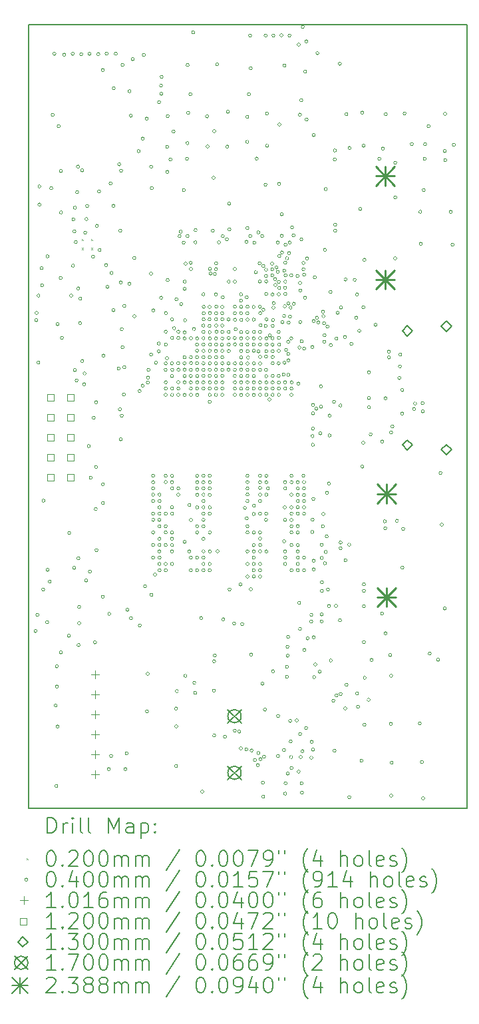
<source format=gbr>
%TF.GenerationSoftware,KiCad,Pcbnew,7.0.1*%
%TF.CreationDate,2024-07-31T19:39:57-07:00*%
%TF.ProjectId,DFTBoard,44465442-6f61-4726-942e-6b696361645f,rev?*%
%TF.SameCoordinates,Original*%
%TF.FileFunction,Drillmap*%
%TF.FilePolarity,Positive*%
%FSLAX45Y45*%
G04 Gerber Fmt 4.5, Leading zero omitted, Abs format (unit mm)*
G04 Created by KiCad (PCBNEW 7.0.1) date 2024-07-31 19:39:57*
%MOMM*%
%LPD*%
G01*
G04 APERTURE LIST*
%ADD10C,0.130000*%
%ADD11C,0.200000*%
%ADD12C,0.020000*%
%ADD13C,0.040000*%
%ADD14C,0.101600*%
%ADD15C,0.120000*%
%ADD16C,0.170000*%
%ADD17C,0.238760*%
G04 APERTURE END LIST*
D10*
X10010000Y-6327500D02*
X15592500Y-6327500D01*
X15592500Y-16292500D01*
X10010000Y-16292500D01*
X10010000Y-6327500D01*
D11*
D12*
X10690000Y-9051750D02*
X10710000Y-9071750D01*
X10710000Y-9051750D02*
X10690000Y-9071750D01*
X10690000Y-9169750D02*
X10710000Y-9189750D01*
X10710000Y-9169750D02*
X10690000Y-9189750D01*
X10808000Y-9051750D02*
X10828000Y-9071750D01*
X10828000Y-9051750D02*
X10808000Y-9071750D01*
X10808000Y-9169750D02*
X10828000Y-9189750D01*
X10828000Y-9169750D02*
X10808000Y-9189750D01*
D13*
X10120000Y-14041000D02*
G75*
G03*
X10120000Y-14041000I-20000J0D01*
G01*
X10129200Y-10087500D02*
G75*
G03*
X10129200Y-10087500I-20000J0D01*
G01*
X10135000Y-9996000D02*
G75*
G03*
X10135000Y-9996000I-20000J0D01*
G01*
X10144499Y-13834499D02*
G75*
G03*
X10144499Y-13834499I-20000J0D01*
G01*
X10157000Y-10628000D02*
G75*
G03*
X10157000Y-10628000I-20000J0D01*
G01*
X10157500Y-9775000D02*
G75*
G03*
X10157500Y-9775000I-20000J0D01*
G01*
X10169500Y-8387500D02*
G75*
G03*
X10169500Y-8387500I-20000J0D01*
G01*
X10170000Y-8617500D02*
G75*
G03*
X10170000Y-8617500I-20000J0D01*
G01*
X10197500Y-9425000D02*
G75*
G03*
X10197500Y-9425000I-20000J0D01*
G01*
X10205000Y-9645053D02*
G75*
G03*
X10205000Y-9645053I-20000J0D01*
G01*
X10218000Y-13511500D02*
G75*
G03*
X10218000Y-13511500I-20000J0D01*
G01*
X10222000Y-12383000D02*
G75*
G03*
X10222000Y-12383000I-20000J0D01*
G01*
X10267150Y-13927500D02*
G75*
G03*
X10267150Y-13927500I-20000J0D01*
G01*
X10272500Y-9276250D02*
G75*
G03*
X10272500Y-9276250I-20000J0D01*
G01*
X10272928Y-13262550D02*
G75*
G03*
X10272928Y-13262550I-20000J0D01*
G01*
X10300500Y-13413150D02*
G75*
G03*
X10300500Y-13413150I-20000J0D01*
G01*
X10320000Y-8410000D02*
G75*
G03*
X10320000Y-8410000I-20000J0D01*
G01*
X10339000Y-7475000D02*
G75*
G03*
X10339000Y-7475000I-20000J0D01*
G01*
X10361000Y-6700000D02*
G75*
G03*
X10361000Y-6700000I-20000J0D01*
G01*
X10376000Y-14988000D02*
G75*
G03*
X10376000Y-14988000I-20000J0D01*
G01*
X10385500Y-16012500D02*
G75*
G03*
X10385500Y-16012500I-20000J0D01*
G01*
X10391000Y-14489000D02*
G75*
G03*
X10391000Y-14489000I-20000J0D01*
G01*
X10393000Y-14746000D02*
G75*
G03*
X10393000Y-14746000I-20000J0D01*
G01*
X10400000Y-10137500D02*
G75*
G03*
X10400000Y-10137500I-20000J0D01*
G01*
X10400000Y-15254000D02*
G75*
G03*
X10400000Y-15254000I-20000J0D01*
G01*
X10416000Y-7620000D02*
G75*
G03*
X10416000Y-7620000I-20000J0D01*
G01*
X10440000Y-9552500D02*
G75*
G03*
X10440000Y-9552500I-20000J0D01*
G01*
X10441605Y-14312834D02*
G75*
G03*
X10441605Y-14312834I-20000J0D01*
G01*
X10443000Y-8192000D02*
G75*
G03*
X10443000Y-8192000I-20000J0D01*
G01*
X10445000Y-8717500D02*
G75*
G03*
X10445000Y-8717500I-20000J0D01*
G01*
X10456000Y-10312000D02*
G75*
G03*
X10456000Y-10312000I-20000J0D01*
G01*
X10486000Y-6711000D02*
G75*
G03*
X10486000Y-6711000I-20000J0D01*
G01*
X10545000Y-14100000D02*
G75*
G03*
X10545000Y-14100000I-20000J0D01*
G01*
X10549000Y-12794000D02*
G75*
G03*
X10549000Y-12794000I-20000J0D01*
G01*
X10575000Y-9775000D02*
G75*
G03*
X10575000Y-9775000I-20000J0D01*
G01*
X10593000Y-6700000D02*
G75*
G03*
X10593000Y-6700000I-20000J0D01*
G01*
X10597500Y-9395000D02*
G75*
G03*
X10597500Y-9395000I-20000J0D01*
G01*
X10602500Y-8805000D02*
G75*
G03*
X10602500Y-8805000I-20000J0D01*
G01*
X10611281Y-13236281D02*
G75*
G03*
X10611281Y-13236281I-20000J0D01*
G01*
X10615000Y-8957500D02*
G75*
G03*
X10615000Y-8957500I-20000J0D01*
G01*
X10620319Y-10721349D02*
G75*
G03*
X10620319Y-10721349I-20000J0D01*
G01*
X10622500Y-8657500D02*
G75*
G03*
X10622500Y-8657500I-20000J0D01*
G01*
X10632750Y-9095750D02*
G75*
G03*
X10632750Y-9095750I-20000J0D01*
G01*
X10643062Y-10852892D02*
G75*
G03*
X10643062Y-10852892I-20000J0D01*
G01*
X10650000Y-8460000D02*
G75*
G03*
X10650000Y-8460000I-20000J0D01*
G01*
X10661000Y-8135000D02*
G75*
G03*
X10661000Y-8135000I-20000J0D01*
G01*
X10665000Y-9683053D02*
G75*
G03*
X10665000Y-9683053I-20000J0D01*
G01*
X10665000Y-13115000D02*
G75*
G03*
X10665000Y-13115000I-20000J0D01*
G01*
X10668000Y-14219000D02*
G75*
G03*
X10668000Y-14219000I-20000J0D01*
G01*
X10675500Y-13734000D02*
G75*
G03*
X10675500Y-13734000I-20000J0D01*
G01*
X10675500Y-13941500D02*
G75*
G03*
X10675500Y-13941500I-20000J0D01*
G01*
X10688000Y-10125000D02*
G75*
G03*
X10688000Y-10125000I-20000J0D01*
G01*
X10690000Y-9812500D02*
G75*
G03*
X10690000Y-9812500I-20000J0D01*
G01*
X10702000Y-6705000D02*
G75*
G03*
X10702000Y-6705000I-20000J0D01*
G01*
X10715000Y-8182000D02*
G75*
G03*
X10715000Y-8182000I-20000J0D01*
G01*
X10715000Y-10607500D02*
G75*
G03*
X10715000Y-10607500I-20000J0D01*
G01*
X10739842Y-10904250D02*
G75*
G03*
X10739842Y-10904250I-20000J0D01*
G01*
X10745000Y-10765000D02*
G75*
G03*
X10745000Y-10765000I-20000J0D01*
G01*
X10752500Y-8974500D02*
G75*
G03*
X10752500Y-8974500I-20000J0D01*
G01*
X10766000Y-13398000D02*
G75*
G03*
X10766000Y-13398000I-20000J0D01*
G01*
X10767500Y-8802500D02*
G75*
G03*
X10767500Y-8802500I-20000J0D01*
G01*
X10777500Y-8635000D02*
G75*
G03*
X10777500Y-8635000I-20000J0D01*
G01*
X10798000Y-11689000D02*
G75*
G03*
X10798000Y-11689000I-20000J0D01*
G01*
X10808000Y-6700000D02*
G75*
G03*
X10808000Y-6700000I-20000J0D01*
G01*
X10812720Y-13283547D02*
G75*
G03*
X10812720Y-13283547I-20000J0D01*
G01*
X10822500Y-12090000D02*
G75*
G03*
X10822500Y-12090000I-20000J0D01*
G01*
X10852687Y-9279100D02*
G75*
G03*
X10852687Y-9279100I-20000J0D01*
G01*
X10860500Y-11329000D02*
G75*
G03*
X10860500Y-11329000I-20000J0D01*
G01*
X10877500Y-14185000D02*
G75*
G03*
X10877500Y-14185000I-20000J0D01*
G01*
X10887500Y-12490000D02*
G75*
G03*
X10887500Y-12490000I-20000J0D01*
G01*
X10890750Y-11131500D02*
G75*
G03*
X10890750Y-11131500I-20000J0D01*
G01*
X10890750Y-11954000D02*
G75*
G03*
X10890750Y-11954000I-20000J0D01*
G01*
X10896100Y-13011500D02*
G75*
G03*
X10896100Y-13011500I-20000J0D01*
G01*
X10902500Y-8887500D02*
G75*
G03*
X10902500Y-8887500I-20000J0D01*
G01*
X10920000Y-6704000D02*
G75*
G03*
X10920000Y-6704000I-20000J0D01*
G01*
X10927996Y-8449504D02*
G75*
G03*
X10927996Y-8449504I-20000J0D01*
G01*
X10935000Y-9195000D02*
G75*
G03*
X10935000Y-9195000I-20000J0D01*
G01*
X10976000Y-6907000D02*
G75*
G03*
X10976000Y-6907000I-20000J0D01*
G01*
X10976750Y-12412500D02*
G75*
G03*
X10976750Y-12412500I-20000J0D01*
G01*
X10976750Y-13605421D02*
G75*
G03*
X10976750Y-13605421I-20000J0D01*
G01*
X10978000Y-12174000D02*
G75*
G03*
X10978000Y-12174000I-20000J0D01*
G01*
X10985000Y-10537500D02*
G75*
G03*
X10985000Y-10537500I-20000J0D01*
G01*
X11019250Y-9387500D02*
G75*
G03*
X11019250Y-9387500I-20000J0D01*
G01*
X11025000Y-6697000D02*
G75*
G03*
X11025000Y-6697000I-20000J0D01*
G01*
X11036701Y-9664783D02*
G75*
G03*
X11036701Y-9664783I-20000J0D01*
G01*
X11054000Y-15796000D02*
G75*
G03*
X11054000Y-15796000I-20000J0D01*
G01*
X11058774Y-13823250D02*
G75*
G03*
X11058774Y-13823250I-20000J0D01*
G01*
X11074637Y-8348872D02*
G75*
G03*
X11074637Y-8348872I-20000J0D01*
G01*
X11082000Y-15628000D02*
G75*
G03*
X11082000Y-15628000I-20000J0D01*
G01*
X11087500Y-9487500D02*
G75*
G03*
X11087500Y-9487500I-20000J0D01*
G01*
X11111746Y-9959746D02*
G75*
G03*
X11111746Y-9959746I-20000J0D01*
G01*
X11112996Y-8634504D02*
G75*
G03*
X11112996Y-8634504I-20000J0D01*
G01*
X11116000Y-7138000D02*
G75*
G03*
X11116000Y-7138000I-20000J0D01*
G01*
X11142000Y-6700000D02*
G75*
G03*
X11142000Y-6700000I-20000J0D01*
G01*
X11179000Y-10702000D02*
G75*
G03*
X11179000Y-10702000I-20000J0D01*
G01*
X11185187Y-8106100D02*
G75*
G03*
X11185187Y-8106100I-20000J0D01*
G01*
X11194250Y-11221119D02*
G75*
G03*
X11194250Y-11221119I-20000J0D01*
G01*
X11199000Y-8950000D02*
G75*
G03*
X11199000Y-8950000I-20000J0D01*
G01*
X11204250Y-11602076D02*
G75*
G03*
X11204250Y-11602076I-20000J0D01*
G01*
X11205000Y-9607500D02*
G75*
G03*
X11205000Y-9607500I-20000J0D01*
G01*
X11209524Y-8186186D02*
G75*
G03*
X11209524Y-8186186I-20000J0D01*
G01*
X11217900Y-11301243D02*
G75*
G03*
X11217900Y-11301243I-20000J0D01*
G01*
X11218250Y-10202750D02*
G75*
G03*
X11218250Y-10202750I-20000J0D01*
G01*
X11228250Y-10431482D02*
G75*
G03*
X11228250Y-10431482I-20000J0D01*
G01*
X11228470Y-6841978D02*
G75*
G03*
X11228470Y-6841978I-20000J0D01*
G01*
X11245064Y-11032373D02*
G75*
G03*
X11245064Y-11032373I-20000J0D01*
G01*
X11249494Y-9904998D02*
G75*
G03*
X11249494Y-9904998I-20000J0D01*
G01*
X11250888Y-10685620D02*
G75*
G03*
X11250888Y-10685620I-20000J0D01*
G01*
X11265000Y-15796000D02*
G75*
G03*
X11265000Y-15796000I-20000J0D01*
G01*
X11280035Y-15597456D02*
G75*
G03*
X11280035Y-15597456I-20000J0D01*
G01*
X11290000Y-13770000D02*
G75*
G03*
X11290000Y-13770000I-20000J0D01*
G01*
X11315254Y-9625254D02*
G75*
G03*
X11315254Y-9625254I-20000J0D01*
G01*
X11317000Y-7176000D02*
G75*
G03*
X11317000Y-7176000I-20000J0D01*
G01*
X11334000Y-7488000D02*
G75*
G03*
X11334000Y-7488000I-20000J0D01*
G01*
X11335000Y-13877500D02*
G75*
G03*
X11335000Y-13877500I-20000J0D01*
G01*
X11356000Y-6769000D02*
G75*
G03*
X11356000Y-6769000I-20000J0D01*
G01*
X11376000Y-9296000D02*
G75*
G03*
X11376000Y-9296000I-20000J0D01*
G01*
X11377500Y-10037500D02*
G75*
G03*
X11377500Y-10037500I-20000J0D01*
G01*
X11433000Y-7938000D02*
G75*
G03*
X11433000Y-7938000I-20000J0D01*
G01*
X11445000Y-10987500D02*
G75*
G03*
X11445000Y-10987500I-20000J0D01*
G01*
X11446754Y-13970246D02*
G75*
G03*
X11446754Y-13970246I-20000J0D01*
G01*
X11482500Y-10920000D02*
G75*
G03*
X11482500Y-10920000I-20000J0D01*
G01*
X11483000Y-7778000D02*
G75*
G03*
X11483000Y-7778000I-20000J0D01*
G01*
X11499000Y-6714000D02*
G75*
G03*
X11499000Y-6714000I-20000J0D01*
G01*
X11513862Y-13471153D02*
G75*
G03*
X11513862Y-13471153I-20000J0D01*
G01*
X11534000Y-7525000D02*
G75*
G03*
X11534000Y-7525000I-20000J0D01*
G01*
X11539000Y-15061000D02*
G75*
G03*
X11539000Y-15061000I-20000J0D01*
G01*
X11549000Y-14584000D02*
G75*
G03*
X11549000Y-14584000I-20000J0D01*
G01*
X11549650Y-10880000D02*
G75*
G03*
X11549650Y-10880000I-20000J0D01*
G01*
X11553275Y-10818479D02*
G75*
G03*
X11553275Y-10818479I-20000J0D01*
G01*
X11557809Y-10719629D02*
G75*
G03*
X11557809Y-10719629I-20000J0D01*
G01*
X11590000Y-9495000D02*
G75*
G03*
X11590000Y-9495000I-20000J0D01*
G01*
X11592000Y-8135000D02*
G75*
G03*
X11592000Y-8135000I-20000J0D01*
G01*
X11592562Y-10525750D02*
G75*
G03*
X11592562Y-10525750I-20000J0D01*
G01*
X11595000Y-13580000D02*
G75*
G03*
X11595000Y-13580000I-20000J0D01*
G01*
X11601000Y-8407000D02*
G75*
G03*
X11601000Y-8407000I-20000J0D01*
G01*
X11617500Y-12067500D02*
G75*
G03*
X11617500Y-12067500I-20000J0D01*
G01*
X11617500Y-12147500D02*
G75*
G03*
X11617500Y-12147500I-20000J0D01*
G01*
X11617500Y-12227500D02*
G75*
G03*
X11617500Y-12227500I-20000J0D01*
G01*
X11617500Y-12307500D02*
G75*
G03*
X11617500Y-12307500I-20000J0D01*
G01*
X11617500Y-12387500D02*
G75*
G03*
X11617500Y-12387500I-20000J0D01*
G01*
X11617500Y-12547500D02*
G75*
G03*
X11617500Y-12547500I-20000J0D01*
G01*
X11617500Y-12627500D02*
G75*
G03*
X11617500Y-12627500I-20000J0D01*
G01*
X11617500Y-12787500D02*
G75*
G03*
X11617500Y-12787500I-20000J0D01*
G01*
X11617500Y-12947500D02*
G75*
G03*
X11617500Y-12947500I-20000J0D01*
G01*
X11617500Y-13107500D02*
G75*
G03*
X11617500Y-13107500I-20000J0D01*
G01*
X11619029Y-9963521D02*
G75*
G03*
X11619029Y-9963521I-20000J0D01*
G01*
X11641537Y-13323463D02*
G75*
G03*
X11641537Y-13323463I-20000J0D01*
G01*
X11651851Y-10628983D02*
G75*
G03*
X11651851Y-10628983I-20000J0D01*
G01*
X11689000Y-10485000D02*
G75*
G03*
X11689000Y-10485000I-20000J0D01*
G01*
X11689219Y-10384781D02*
G75*
G03*
X11689219Y-10384781I-20000J0D01*
G01*
X11693000Y-7314000D02*
G75*
G03*
X11693000Y-7314000I-20000J0D01*
G01*
X11697500Y-12387500D02*
G75*
G03*
X11697500Y-12387500I-20000J0D01*
G01*
X11697500Y-12467500D02*
G75*
G03*
X11697500Y-12467500I-20000J0D01*
G01*
X11697500Y-12547500D02*
G75*
G03*
X11697500Y-12547500I-20000J0D01*
G01*
X11697500Y-12627500D02*
G75*
G03*
X11697500Y-12627500I-20000J0D01*
G01*
X11697500Y-12707500D02*
G75*
G03*
X11697500Y-12707500I-20000J0D01*
G01*
X11697500Y-12867500D02*
G75*
G03*
X11697500Y-12867500I-20000J0D01*
G01*
X11697500Y-12947500D02*
G75*
G03*
X11697500Y-12947500I-20000J0D01*
G01*
X11697500Y-13027500D02*
G75*
G03*
X11697500Y-13027500I-20000J0D01*
G01*
X11697500Y-13107500D02*
G75*
G03*
X11697500Y-13107500I-20000J0D01*
G01*
X11697500Y-13187500D02*
G75*
G03*
X11697500Y-13187500I-20000J0D01*
G01*
X11697500Y-13267500D02*
G75*
G03*
X11697500Y-13267500I-20000J0D01*
G01*
X11698199Y-12306227D02*
G75*
G03*
X11698199Y-12306227I-20000J0D01*
G01*
X11717000Y-7104000D02*
G75*
G03*
X11717000Y-7104000I-20000J0D01*
G01*
X11718753Y-9802303D02*
G75*
G03*
X11718753Y-9802303I-20000J0D01*
G01*
X11721000Y-7208000D02*
G75*
G03*
X11721000Y-7208000I-20000J0D01*
G01*
X11725000Y-6993000D02*
G75*
G03*
X11725000Y-6993000I-20000J0D01*
G01*
X11775694Y-10717402D02*
G75*
G03*
X11775694Y-10717402I-20000J0D01*
G01*
X11775796Y-11037754D02*
G75*
G03*
X11775796Y-11037754I-20000J0D01*
G01*
X11776900Y-12707500D02*
G75*
G03*
X11776900Y-12707500I-20000J0D01*
G01*
X11777500Y-10234000D02*
G75*
G03*
X11777500Y-10234000I-20000J0D01*
G01*
X11777500Y-10637500D02*
G75*
G03*
X11777500Y-10637500I-20000J0D01*
G01*
X11777500Y-10957500D02*
G75*
G03*
X11777500Y-10957500I-20000J0D01*
G01*
X11777500Y-12067500D02*
G75*
G03*
X11777500Y-12067500I-20000J0D01*
G01*
X11777500Y-12547500D02*
G75*
G03*
X11777500Y-12547500I-20000J0D01*
G01*
X11777500Y-12787500D02*
G75*
G03*
X11777500Y-12787500I-20000J0D01*
G01*
X11777500Y-12947500D02*
G75*
G03*
X11777500Y-12947500I-20000J0D01*
G01*
X11777500Y-13187500D02*
G75*
G03*
X11777500Y-13187500I-20000J0D01*
G01*
X11777500Y-13267500D02*
G75*
G03*
X11777500Y-13267500I-20000J0D01*
G01*
X11777754Y-10877754D02*
G75*
G03*
X11777754Y-10877754I-20000J0D01*
G01*
X11777991Y-12146801D02*
G75*
G03*
X11777991Y-12146801I-20000J0D01*
G01*
X11779047Y-9997450D02*
G75*
G03*
X11779047Y-9997450I-20000J0D01*
G01*
X11779100Y-10396017D02*
G75*
G03*
X11779100Y-10396017I-20000J0D01*
G01*
X11793734Y-10571774D02*
G75*
G03*
X11793734Y-10571774I-20000J0D01*
G01*
X11797303Y-7882281D02*
G75*
G03*
X11797303Y-7882281I-20000J0D01*
G01*
X11798000Y-8202000D02*
G75*
G03*
X11798000Y-8202000I-20000J0D01*
G01*
X11802000Y-9578000D02*
G75*
G03*
X11802000Y-9578000I-20000J0D01*
G01*
X11803000Y-7492000D02*
G75*
G03*
X11803000Y-7492000I-20000J0D01*
G01*
X11837000Y-8043000D02*
G75*
G03*
X11837000Y-8043000I-20000J0D01*
G01*
X11854800Y-10637500D02*
G75*
G03*
X11854800Y-10637500I-20000J0D01*
G01*
X11857500Y-10314250D02*
G75*
G03*
X11857500Y-10314250I-20000J0D01*
G01*
X11857500Y-10077500D02*
G75*
G03*
X11857500Y-10077500I-20000J0D01*
G01*
X11857500Y-10957500D02*
G75*
G03*
X11857500Y-10957500I-20000J0D01*
G01*
X11857500Y-12067500D02*
G75*
G03*
X11857500Y-12067500I-20000J0D01*
G01*
X11857500Y-12147500D02*
G75*
G03*
X11857500Y-12147500I-20000J0D01*
G01*
X11857500Y-12227500D02*
G75*
G03*
X11857500Y-12227500I-20000J0D01*
G01*
X11857500Y-12467500D02*
G75*
G03*
X11857500Y-12467500I-20000J0D01*
G01*
X11857500Y-12547500D02*
G75*
G03*
X11857500Y-12547500I-20000J0D01*
G01*
X11857500Y-12787500D02*
G75*
G03*
X11857500Y-12787500I-20000J0D01*
G01*
X11857500Y-12867500D02*
G75*
G03*
X11857500Y-12867500I-20000J0D01*
G01*
X11857500Y-12947500D02*
G75*
G03*
X11857500Y-12947500I-20000J0D01*
G01*
X11857500Y-13027500D02*
G75*
G03*
X11857500Y-13027500I-20000J0D01*
G01*
X11857500Y-13187500D02*
G75*
G03*
X11857500Y-13187500I-20000J0D01*
G01*
X11858000Y-10799000D02*
G75*
G03*
X11858000Y-10799000I-20000J0D01*
G01*
X11859301Y-11037708D02*
G75*
G03*
X11859301Y-11037708I-20000J0D01*
G01*
X11860215Y-10717858D02*
G75*
G03*
X11860215Y-10717858I-20000J0D01*
G01*
X11876000Y-7690000D02*
G75*
G03*
X11876000Y-7690000I-20000J0D01*
G01*
X11884247Y-10189690D02*
G75*
G03*
X11884247Y-10189690I-20000J0D01*
G01*
X11909000Y-15027250D02*
G75*
G03*
X11909000Y-15027250I-20000J0D01*
G01*
X11909500Y-15758500D02*
G75*
G03*
X11909500Y-15758500I-20000J0D01*
G01*
X11911000Y-15253000D02*
G75*
G03*
X11911000Y-15253000I-20000J0D01*
G01*
X11912662Y-9822170D02*
G75*
G03*
X11912662Y-9822170I-20000J0D01*
G01*
X11919000Y-14805000D02*
G75*
G03*
X11919000Y-14805000I-20000J0D01*
G01*
X11936250Y-10635568D02*
G75*
G03*
X11936250Y-10635568I-20000J0D01*
G01*
X11937441Y-10314574D02*
G75*
G03*
X11937441Y-10314574I-20000J0D01*
G01*
X11937500Y-10877500D02*
G75*
G03*
X11937500Y-10877500I-20000J0D01*
G01*
X11937500Y-10957500D02*
G75*
G03*
X11937500Y-10957500I-20000J0D01*
G01*
X11937500Y-12227500D02*
G75*
G03*
X11937500Y-12227500I-20000J0D01*
G01*
X11937500Y-12307500D02*
G75*
G03*
X11937500Y-12307500I-20000J0D01*
G01*
X11937902Y-11037500D02*
G75*
G03*
X11937902Y-11037500I-20000J0D01*
G01*
X11938000Y-10234000D02*
G75*
G03*
X11938000Y-10234000I-20000J0D01*
G01*
X11939250Y-10717281D02*
G75*
G03*
X11939250Y-10717281I-20000J0D01*
G01*
X11953763Y-9018758D02*
G75*
G03*
X11953763Y-9018758I-20000J0D01*
G01*
X11968001Y-8962378D02*
G75*
G03*
X11968001Y-8962378I-20000J0D01*
G01*
X11973666Y-9883174D02*
G75*
G03*
X11973666Y-9883174I-20000J0D01*
G01*
X12005350Y-9101000D02*
G75*
G03*
X12005350Y-9101000I-20000J0D01*
G01*
X12008000Y-8435000D02*
G75*
G03*
X12008000Y-8435000I-20000J0D01*
G01*
X12015728Y-10636800D02*
G75*
G03*
X12015728Y-10636800I-20000J0D01*
G01*
X12016000Y-10319000D02*
G75*
G03*
X12016000Y-10319000I-20000J0D01*
G01*
X12017266Y-10717266D02*
G75*
G03*
X12017266Y-10717266I-20000J0D01*
G01*
X12017500Y-9689250D02*
G75*
G03*
X12017500Y-9689250I-20000J0D01*
G01*
X12017500Y-10559250D02*
G75*
G03*
X12017500Y-10559250I-20000J0D01*
G01*
X12017500Y-10797500D02*
G75*
G03*
X12017500Y-10797500I-20000J0D01*
G01*
X12017500Y-10877500D02*
G75*
G03*
X12017500Y-10877500I-20000J0D01*
G01*
X12017500Y-11037500D02*
G75*
G03*
X12017500Y-11037500I-20000J0D01*
G01*
X12017500Y-12907500D02*
G75*
G03*
X12017500Y-12907500I-20000J0D01*
G01*
X12018284Y-10241878D02*
G75*
G03*
X12018284Y-10241878I-20000J0D01*
G01*
X12019250Y-9597500D02*
G75*
G03*
X12019250Y-9597500I-20000J0D01*
G01*
X12023800Y-10088463D02*
G75*
G03*
X12023800Y-10088463I-20000J0D01*
G01*
X12026643Y-14609960D02*
G75*
G03*
X12026643Y-14609960I-20000J0D01*
G01*
X12031058Y-9369308D02*
G75*
G03*
X12031058Y-9369308I-20000J0D01*
G01*
X12048000Y-8034000D02*
G75*
G03*
X12048000Y-8034000I-20000J0D01*
G01*
X12053650Y-9017000D02*
G75*
G03*
X12053650Y-9017000I-20000J0D01*
G01*
X12053700Y-7835850D02*
G75*
G03*
X12053700Y-7835850I-20000J0D01*
G01*
X12056000Y-6844000D02*
G75*
G03*
X12056000Y-6844000I-20000J0D01*
G01*
X12063000Y-7450000D02*
G75*
G03*
X12063000Y-7450000I-20000J0D01*
G01*
X12077500Y-13027500D02*
G75*
G03*
X12077500Y-13027500I-20000J0D01*
G01*
X12077603Y-12439391D02*
G75*
G03*
X12077603Y-12439391I-20000J0D01*
G01*
X12092000Y-7215000D02*
G75*
G03*
X12092000Y-7215000I-20000J0D01*
G01*
X12096031Y-9358969D02*
G75*
G03*
X12096031Y-9358969I-20000J0D01*
G01*
X12096138Y-10719406D02*
G75*
G03*
X12096138Y-10719406I-20000J0D01*
G01*
X12096377Y-10797981D02*
G75*
G03*
X12096377Y-10797981I-20000J0D01*
G01*
X12097300Y-10560000D02*
G75*
G03*
X12097300Y-10560000I-20000J0D01*
G01*
X12097500Y-9437500D02*
G75*
G03*
X12097500Y-9437500I-20000J0D01*
G01*
X12097500Y-10877500D02*
G75*
G03*
X12097500Y-10877500I-20000J0D01*
G01*
X12097500Y-10957500D02*
G75*
G03*
X12097500Y-10957500I-20000J0D01*
G01*
X12097500Y-11037500D02*
G75*
G03*
X12097500Y-11037500I-20000J0D01*
G01*
X12097500Y-12627500D02*
G75*
G03*
X12097500Y-12627500I-20000J0D01*
G01*
X12097500Y-13107500D02*
G75*
G03*
X12097500Y-13107500I-20000J0D01*
G01*
X12097500Y-13267500D02*
G75*
G03*
X12097500Y-13267500I-20000J0D01*
G01*
X12099170Y-10317520D02*
G75*
G03*
X12099170Y-10317520I-20000J0D01*
G01*
X12099527Y-10631647D02*
G75*
G03*
X12099527Y-10631647I-20000J0D01*
G01*
X12127631Y-6427750D02*
G75*
G03*
X12127631Y-6427750I-20000J0D01*
G01*
X12137000Y-10199000D02*
G75*
G03*
X12137000Y-10199000I-20000J0D01*
G01*
X12140607Y-14699750D02*
G75*
G03*
X12140607Y-14699750I-20000J0D01*
G01*
X12153000Y-14826500D02*
G75*
G03*
X12153000Y-14826500I-20000J0D01*
G01*
X12155219Y-9097781D02*
G75*
G03*
X12155219Y-9097781I-20000J0D01*
G01*
X12157500Y-8942500D02*
G75*
G03*
X12157500Y-8942500I-20000J0D01*
G01*
X12175750Y-10636221D02*
G75*
G03*
X12175750Y-10636221I-20000J0D01*
G01*
X12175800Y-10557355D02*
G75*
G03*
X12175800Y-10557355I-20000J0D01*
G01*
X12176094Y-10397279D02*
G75*
G03*
X12176094Y-10397279I-20000J0D01*
G01*
X12176731Y-10475779D02*
G75*
G03*
X12176731Y-10475779I-20000J0D01*
G01*
X12176957Y-10318200D02*
G75*
G03*
X12176957Y-10318200I-20000J0D01*
G01*
X12177500Y-10877500D02*
G75*
G03*
X12177500Y-10877500I-20000J0D01*
G01*
X12177500Y-10957500D02*
G75*
G03*
X12177500Y-10957500I-20000J0D01*
G01*
X12177500Y-11037500D02*
G75*
G03*
X12177500Y-11037500I-20000J0D01*
G01*
X12177500Y-12067500D02*
G75*
G03*
X12177500Y-12067500I-20000J0D01*
G01*
X12177500Y-12147500D02*
G75*
G03*
X12177500Y-12147500I-20000J0D01*
G01*
X12177500Y-12227500D02*
G75*
G03*
X12177500Y-12227500I-20000J0D01*
G01*
X12177500Y-12307500D02*
G75*
G03*
X12177500Y-12307500I-20000J0D01*
G01*
X12177500Y-12467500D02*
G75*
G03*
X12177500Y-12467500I-20000J0D01*
G01*
X12177500Y-12707500D02*
G75*
G03*
X12177500Y-12707500I-20000J0D01*
G01*
X12177500Y-12787500D02*
G75*
G03*
X12177500Y-12787500I-20000J0D01*
G01*
X12177500Y-13107500D02*
G75*
G03*
X12177500Y-13107500I-20000J0D01*
G01*
X12177500Y-13267500D02*
G75*
G03*
X12177500Y-13267500I-20000J0D01*
G01*
X12177990Y-10797500D02*
G75*
G03*
X12177990Y-10797500I-20000J0D01*
G01*
X12178637Y-10717553D02*
G75*
G03*
X12178637Y-10717553I-20000J0D01*
G01*
X12229166Y-13876158D02*
G75*
G03*
X12229166Y-13876158I-20000J0D01*
G01*
X12243000Y-16082000D02*
G75*
G03*
X12243000Y-16082000I-20000J0D01*
G01*
X12256038Y-10156428D02*
G75*
G03*
X12256038Y-10156428I-20000J0D01*
G01*
X12257213Y-9759200D02*
G75*
G03*
X12257213Y-9759200I-20000J0D01*
G01*
X12257500Y-10317500D02*
G75*
G03*
X12257500Y-10317500I-20000J0D01*
G01*
X12257500Y-10397279D02*
G75*
G03*
X12257500Y-10397279I-20000J0D01*
G01*
X12257500Y-10717500D02*
G75*
G03*
X12257500Y-10717500I-20000J0D01*
G01*
X12257500Y-10797500D02*
G75*
G03*
X12257500Y-10797500I-20000J0D01*
G01*
X12257500Y-10877500D02*
G75*
G03*
X12257500Y-10877500I-20000J0D01*
G01*
X12257500Y-10957500D02*
G75*
G03*
X12257500Y-10957500I-20000J0D01*
G01*
X12257500Y-12067500D02*
G75*
G03*
X12257500Y-12067500I-20000J0D01*
G01*
X12257500Y-12147500D02*
G75*
G03*
X12257500Y-12147500I-20000J0D01*
G01*
X12257500Y-12227500D02*
G75*
G03*
X12257500Y-12227500I-20000J0D01*
G01*
X12257500Y-12307500D02*
G75*
G03*
X12257500Y-12307500I-20000J0D01*
G01*
X12257500Y-12387500D02*
G75*
G03*
X12257500Y-12387500I-20000J0D01*
G01*
X12257500Y-12467500D02*
G75*
G03*
X12257500Y-12467500I-20000J0D01*
G01*
X12257500Y-12547500D02*
G75*
G03*
X12257500Y-12547500I-20000J0D01*
G01*
X12257500Y-12627500D02*
G75*
G03*
X12257500Y-12627500I-20000J0D01*
G01*
X12257500Y-12707500D02*
G75*
G03*
X12257500Y-12707500I-20000J0D01*
G01*
X12257500Y-12867500D02*
G75*
G03*
X12257500Y-12867500I-20000J0D01*
G01*
X12257500Y-13027500D02*
G75*
G03*
X12257500Y-13027500I-20000J0D01*
G01*
X12257500Y-13107500D02*
G75*
G03*
X12257500Y-13107500I-20000J0D01*
G01*
X12257500Y-13187500D02*
G75*
G03*
X12257500Y-13187500I-20000J0D01*
G01*
X12257500Y-13267500D02*
G75*
G03*
X12257500Y-13267500I-20000J0D01*
G01*
X12257627Y-10478657D02*
G75*
G03*
X12257627Y-10478657I-20000J0D01*
G01*
X12257654Y-10637500D02*
G75*
G03*
X12257654Y-10637500I-20000J0D01*
G01*
X12257750Y-10237553D02*
G75*
G03*
X12257750Y-10237553I-20000J0D01*
G01*
X12258189Y-10559250D02*
G75*
G03*
X12258189Y-10559250I-20000J0D01*
G01*
X12259290Y-10076886D02*
G75*
G03*
X12259290Y-10076886I-20000J0D01*
G01*
X12260512Y-9917494D02*
G75*
G03*
X12260512Y-9917494I-20000J0D01*
G01*
X12260525Y-9998386D02*
G75*
G03*
X12260525Y-9998386I-20000J0D01*
G01*
X12303000Y-7496000D02*
G75*
G03*
X12303000Y-7496000I-20000J0D01*
G01*
X12309000Y-7879000D02*
G75*
G03*
X12309000Y-7879000I-20000J0D01*
G01*
X12334538Y-10162546D02*
G75*
G03*
X12334538Y-10162546I-20000J0D01*
G01*
X12334800Y-10077010D02*
G75*
G03*
X12334800Y-10077010I-20000J0D01*
G01*
X12335469Y-9919886D02*
G75*
G03*
X12335469Y-9919886I-20000J0D01*
G01*
X12336800Y-13187500D02*
G75*
G03*
X12336800Y-13187500I-20000J0D01*
G01*
X12336801Y-12547901D02*
G75*
G03*
X12336801Y-12547901I-20000J0D01*
G01*
X12337200Y-10241046D02*
G75*
G03*
X12337200Y-10241046I-20000J0D01*
G01*
X12337500Y-10559250D02*
G75*
G03*
X12337500Y-10559250I-20000J0D01*
G01*
X12337500Y-10637500D02*
G75*
G03*
X12337500Y-10637500I-20000J0D01*
G01*
X12337500Y-10717500D02*
G75*
G03*
X12337500Y-10717500I-20000J0D01*
G01*
X12337500Y-10797500D02*
G75*
G03*
X12337500Y-10797500I-20000J0D01*
G01*
X12337500Y-10877500D02*
G75*
G03*
X12337500Y-10877500I-20000J0D01*
G01*
X12337500Y-10957500D02*
G75*
G03*
X12337500Y-10957500I-20000J0D01*
G01*
X12337500Y-11037500D02*
G75*
G03*
X12337500Y-11037500I-20000J0D01*
G01*
X12337500Y-11127500D02*
G75*
G03*
X12337500Y-11127500I-20000J0D01*
G01*
X12337500Y-12067500D02*
G75*
G03*
X12337500Y-12067500I-20000J0D01*
G01*
X12337500Y-12147500D02*
G75*
G03*
X12337500Y-12147500I-20000J0D01*
G01*
X12337500Y-12227500D02*
G75*
G03*
X12337500Y-12227500I-20000J0D01*
G01*
X12337500Y-12309301D02*
G75*
G03*
X12337500Y-12309301I-20000J0D01*
G01*
X12337500Y-12468051D02*
G75*
G03*
X12337500Y-12468051I-20000J0D01*
G01*
X12337500Y-12787500D02*
G75*
G03*
X12337500Y-12787500I-20000J0D01*
G01*
X12337500Y-13027500D02*
G75*
G03*
X12337500Y-13027500I-20000J0D01*
G01*
X12337500Y-13267500D02*
G75*
G03*
X12337500Y-13267500I-20000J0D01*
G01*
X12337503Y-10477903D02*
G75*
G03*
X12337503Y-10477903I-20000J0D01*
G01*
X12337734Y-10319546D02*
G75*
G03*
X12337734Y-10319546I-20000J0D01*
G01*
X12338943Y-9435626D02*
G75*
G03*
X12338943Y-9435626I-20000J0D01*
G01*
X12339448Y-9998386D02*
G75*
G03*
X12339448Y-9998386I-20000J0D01*
G01*
X12340302Y-10397279D02*
G75*
G03*
X12340302Y-10397279I-20000J0D01*
G01*
X12347570Y-9493133D02*
G75*
G03*
X12347570Y-9493133I-20000J0D01*
G01*
X12376000Y-8951000D02*
G75*
G03*
X12376000Y-8951000I-20000J0D01*
G01*
X12386000Y-8278000D02*
G75*
G03*
X12386000Y-8278000I-20000J0D01*
G01*
X12390491Y-14799250D02*
G75*
G03*
X12390491Y-14799250I-20000J0D01*
G01*
X12393000Y-14424750D02*
G75*
G03*
X12393000Y-14424750I-20000J0D01*
G01*
X12393503Y-15369250D02*
G75*
G03*
X12393503Y-15369250I-20000J0D01*
G01*
X12395000Y-7685000D02*
G75*
G03*
X12395000Y-7685000I-20000J0D01*
G01*
X12400500Y-14352084D02*
G75*
G03*
X12400500Y-14352084I-20000J0D01*
G01*
X12402137Y-9498250D02*
G75*
G03*
X12402137Y-9498250I-20000J0D01*
G01*
X12415988Y-10478369D02*
G75*
G03*
X12415988Y-10478369I-20000J0D01*
G01*
X12417201Y-9759200D02*
G75*
G03*
X12417201Y-9759200I-20000J0D01*
G01*
X12417462Y-9364550D02*
G75*
G03*
X12417462Y-9364550I-20000J0D01*
G01*
X12417500Y-9437500D02*
G75*
G03*
X12417500Y-9437500I-20000J0D01*
G01*
X12417500Y-10077300D02*
G75*
G03*
X12417500Y-10077300I-20000J0D01*
G01*
X12417500Y-10397279D02*
G75*
G03*
X12417500Y-10397279I-20000J0D01*
G01*
X12417500Y-10559250D02*
G75*
G03*
X12417500Y-10559250I-20000J0D01*
G01*
X12417500Y-10637500D02*
G75*
G03*
X12417500Y-10637500I-20000J0D01*
G01*
X12417500Y-10717500D02*
G75*
G03*
X12417500Y-10717500I-20000J0D01*
G01*
X12417500Y-10797500D02*
G75*
G03*
X12417500Y-10797500I-20000J0D01*
G01*
X12417500Y-10877500D02*
G75*
G03*
X12417500Y-10877500I-20000J0D01*
G01*
X12417500Y-10957500D02*
G75*
G03*
X12417500Y-10957500I-20000J0D01*
G01*
X12417500Y-11037500D02*
G75*
G03*
X12417500Y-11037500I-20000J0D01*
G01*
X12417550Y-10319229D02*
G75*
G03*
X12417550Y-10319229I-20000J0D01*
G01*
X12418048Y-9998386D02*
G75*
G03*
X12418048Y-9998386I-20000J0D01*
G01*
X12419250Y-10156077D02*
G75*
G03*
X12419250Y-10156077I-20000J0D01*
G01*
X12421752Y-9913257D02*
G75*
G03*
X12421752Y-9913257I-20000J0D01*
G01*
X12423732Y-10234224D02*
G75*
G03*
X12423732Y-10234224I-20000J0D01*
G01*
X12431000Y-6835000D02*
G75*
G03*
X12431000Y-6835000I-20000J0D01*
G01*
X12437500Y-13027500D02*
G75*
G03*
X12437500Y-13027500I-20000J0D01*
G01*
X12455000Y-9097000D02*
G75*
G03*
X12455000Y-9097000I-20000J0D01*
G01*
X12491443Y-10399955D02*
G75*
G03*
X12491443Y-10399955I-20000J0D01*
G01*
X12495800Y-9918725D02*
G75*
G03*
X12495800Y-9918725I-20000J0D01*
G01*
X12495800Y-9998386D02*
G75*
G03*
X12495800Y-9998386I-20000J0D01*
G01*
X12496851Y-10318969D02*
G75*
G03*
X12496851Y-10318969I-20000J0D01*
G01*
X12496949Y-10559547D02*
G75*
G03*
X12496949Y-10559547I-20000J0D01*
G01*
X12497500Y-10155939D02*
G75*
G03*
X12497500Y-10155939I-20000J0D01*
G01*
X12497500Y-10237500D02*
G75*
G03*
X12497500Y-10237500I-20000J0D01*
G01*
X12497500Y-10478505D02*
G75*
G03*
X12497500Y-10478505I-20000J0D01*
G01*
X12497500Y-10637500D02*
G75*
G03*
X12497500Y-10637500I-20000J0D01*
G01*
X12497500Y-10717500D02*
G75*
G03*
X12497500Y-10717500I-20000J0D01*
G01*
X12497500Y-10797500D02*
G75*
G03*
X12497500Y-10797500I-20000J0D01*
G01*
X12497500Y-10877500D02*
G75*
G03*
X12497500Y-10877500I-20000J0D01*
G01*
X12497500Y-10957500D02*
G75*
G03*
X12497500Y-10957500I-20000J0D01*
G01*
X12497500Y-11037500D02*
G75*
G03*
X12497500Y-11037500I-20000J0D01*
G01*
X12497750Y-10077286D02*
G75*
G03*
X12497750Y-10077286I-20000J0D01*
G01*
X12503088Y-9797550D02*
G75*
G03*
X12503088Y-9797550I-20000J0D01*
G01*
X12503650Y-9020000D02*
G75*
G03*
X12503650Y-9020000I-20000J0D01*
G01*
X12510500Y-13891500D02*
G75*
G03*
X12510500Y-13891500I-20000J0D01*
G01*
X12532000Y-15383000D02*
G75*
G03*
X12532000Y-15383000I-20000J0D01*
G01*
X12555168Y-9057661D02*
G75*
G03*
X12555168Y-9057661I-20000J0D01*
G01*
X12562000Y-7880000D02*
G75*
G03*
X12562000Y-7880000I-20000J0D01*
G01*
X12568000Y-7438000D02*
G75*
G03*
X12568000Y-7438000I-20000J0D01*
G01*
X12576750Y-10079444D02*
G75*
G03*
X12576750Y-10079444I-20000J0D01*
G01*
X12577500Y-10237500D02*
G75*
G03*
X12577500Y-10237500I-20000J0D01*
G01*
X12577500Y-10637500D02*
G75*
G03*
X12577500Y-10637500I-20000J0D01*
G01*
X12577500Y-10717500D02*
G75*
G03*
X12577500Y-10717500I-20000J0D01*
G01*
X12578886Y-10315478D02*
G75*
G03*
X12578886Y-10315478I-20000J0D01*
G01*
X12578938Y-10396062D02*
G75*
G03*
X12578938Y-10396062I-20000J0D01*
G01*
X12578954Y-9597754D02*
G75*
G03*
X12578954Y-9597754I-20000J0D01*
G01*
X12580442Y-10479804D02*
G75*
G03*
X12580442Y-10479804I-20000J0D01*
G01*
X12585000Y-8604000D02*
G75*
G03*
X12585000Y-8604000I-20000J0D01*
G01*
X12588000Y-8935000D02*
G75*
G03*
X12588000Y-8935000I-20000J0D01*
G01*
X12589520Y-13511750D02*
G75*
G03*
X12589520Y-13511750I-20000J0D01*
G01*
X12648000Y-13944000D02*
G75*
G03*
X12648000Y-13944000I-20000J0D01*
G01*
X12656094Y-10315528D02*
G75*
G03*
X12656094Y-10315528I-20000J0D01*
G01*
X12656103Y-15307060D02*
G75*
G03*
X12656103Y-15307060I-20000J0D01*
G01*
X12656967Y-10796801D02*
G75*
G03*
X12656967Y-10796801I-20000J0D01*
G01*
X12657500Y-9437500D02*
G75*
G03*
X12657500Y-9437500I-20000J0D01*
G01*
X12657500Y-9597500D02*
G75*
G03*
X12657500Y-9597500I-20000J0D01*
G01*
X12657500Y-10637500D02*
G75*
G03*
X12657500Y-10637500I-20000J0D01*
G01*
X12657500Y-10717500D02*
G75*
G03*
X12657500Y-10717500I-20000J0D01*
G01*
X12657500Y-10877500D02*
G75*
G03*
X12657500Y-10877500I-20000J0D01*
G01*
X12657500Y-10957500D02*
G75*
G03*
X12657500Y-10957500I-20000J0D01*
G01*
X12657500Y-11037500D02*
G75*
G03*
X12657500Y-11037500I-20000J0D01*
G01*
X12657644Y-9999200D02*
G75*
G03*
X12657644Y-9999200I-20000J0D01*
G01*
X12657750Y-9917298D02*
G75*
G03*
X12657750Y-9917298I-20000J0D01*
G01*
X12658301Y-10395007D02*
G75*
G03*
X12658301Y-10395007I-20000J0D01*
G01*
X12658762Y-10081750D02*
G75*
G03*
X12658762Y-10081750I-20000J0D01*
G01*
X12667513Y-10203005D02*
G75*
G03*
X12667513Y-10203005I-20000J0D01*
G01*
X12713066Y-15318750D02*
G75*
G03*
X12713066Y-15318750I-20000J0D01*
G01*
X12729000Y-13448003D02*
G75*
G03*
X12729000Y-13448003I-20000J0D01*
G01*
X12733000Y-15534000D02*
G75*
G03*
X12733000Y-15534000I-20000J0D01*
G01*
X12735591Y-9758717D02*
G75*
G03*
X12735591Y-9758717I-20000J0D01*
G01*
X12736632Y-9840071D02*
G75*
G03*
X12736632Y-9840071I-20000J0D01*
G01*
X12737389Y-9999200D02*
G75*
G03*
X12737389Y-9999200I-20000J0D01*
G01*
X12737500Y-9918638D02*
G75*
G03*
X12737500Y-9918638I-20000J0D01*
G01*
X12737500Y-10237500D02*
G75*
G03*
X12737500Y-10237500I-20000J0D01*
G01*
X12737500Y-10317500D02*
G75*
G03*
X12737500Y-10317500I-20000J0D01*
G01*
X12737500Y-10637500D02*
G75*
G03*
X12737500Y-10637500I-20000J0D01*
G01*
X12737500Y-10717500D02*
G75*
G03*
X12737500Y-10717500I-20000J0D01*
G01*
X12737500Y-10797500D02*
G75*
G03*
X12737500Y-10797500I-20000J0D01*
G01*
X12737500Y-10877500D02*
G75*
G03*
X12737500Y-10877500I-20000J0D01*
G01*
X12737500Y-10957500D02*
G75*
G03*
X12737500Y-10957500I-20000J0D01*
G01*
X12737500Y-11037500D02*
G75*
G03*
X12737500Y-11037500I-20000J0D01*
G01*
X12737523Y-10560118D02*
G75*
G03*
X12737523Y-10560118I-20000J0D01*
G01*
X12738071Y-10398428D02*
G75*
G03*
X12738071Y-10398428I-20000J0D01*
G01*
X12738727Y-10478796D02*
G75*
G03*
X12738727Y-10478796I-20000J0D01*
G01*
X12738950Y-10083074D02*
G75*
G03*
X12738950Y-10083074I-20000J0D01*
G01*
X12750500Y-13951500D02*
G75*
G03*
X12750500Y-13951500I-20000J0D01*
G01*
X12785000Y-12475000D02*
G75*
G03*
X12785000Y-12475000I-20000J0D01*
G01*
X12805000Y-15545000D02*
G75*
G03*
X12805000Y-15545000I-20000J0D01*
G01*
X12805200Y-9092000D02*
G75*
G03*
X12805200Y-9092000I-20000J0D01*
G01*
X12807500Y-12607500D02*
G75*
G03*
X12807500Y-12607500I-20000J0D01*
G01*
X12807820Y-9796257D02*
G75*
G03*
X12807820Y-9796257I-20000J0D01*
G01*
X12814000Y-7502000D02*
G75*
G03*
X12814000Y-7502000I-20000J0D01*
G01*
X12815000Y-7820000D02*
G75*
G03*
X12815000Y-7820000I-20000J0D01*
G01*
X12815889Y-9999200D02*
G75*
G03*
X12815889Y-9999200I-20000J0D01*
G01*
X12816209Y-10239207D02*
G75*
G03*
X12816209Y-10239207I-20000J0D01*
G01*
X12817000Y-8916000D02*
G75*
G03*
X12817000Y-8916000I-20000J0D01*
G01*
X12817500Y-9917500D02*
G75*
G03*
X12817500Y-9917500I-20000J0D01*
G01*
X12817500Y-10397500D02*
G75*
G03*
X12817500Y-10397500I-20000J0D01*
G01*
X12817500Y-10717500D02*
G75*
G03*
X12817500Y-10717500I-20000J0D01*
G01*
X12817500Y-10797500D02*
G75*
G03*
X12817500Y-10797500I-20000J0D01*
G01*
X12817500Y-10877500D02*
G75*
G03*
X12817500Y-10877500I-20000J0D01*
G01*
X12817500Y-10957500D02*
G75*
G03*
X12817500Y-10957500I-20000J0D01*
G01*
X12817500Y-11037500D02*
G75*
G03*
X12817500Y-11037500I-20000J0D01*
G01*
X12817500Y-12067500D02*
G75*
G03*
X12817500Y-12067500I-20000J0D01*
G01*
X12817500Y-12147500D02*
G75*
G03*
X12817500Y-12147500I-20000J0D01*
G01*
X12817500Y-12227500D02*
G75*
G03*
X12817500Y-12227500I-20000J0D01*
G01*
X12817500Y-12387500D02*
G75*
G03*
X12817500Y-12387500I-20000J0D01*
G01*
X12817500Y-12787500D02*
G75*
G03*
X12817500Y-12787500I-20000J0D01*
G01*
X12817500Y-13187604D02*
G75*
G03*
X12817500Y-13187604I-20000J0D01*
G01*
X12817500Y-13347500D02*
G75*
G03*
X12817500Y-13347500I-20000J0D01*
G01*
X12817526Y-13028199D02*
G75*
G03*
X12817526Y-13028199I-20000J0D01*
G01*
X12817660Y-10318542D02*
G75*
G03*
X12817660Y-10318542I-20000J0D01*
G01*
X12817714Y-12708199D02*
G75*
G03*
X12817714Y-12708199I-20000J0D01*
G01*
X12817798Y-10079200D02*
G75*
G03*
X12817798Y-10079200I-20000J0D01*
G01*
X12817904Y-10637637D02*
G75*
G03*
X12817904Y-10637637I-20000J0D01*
G01*
X12818176Y-12304913D02*
G75*
G03*
X12818176Y-12304913I-20000J0D01*
G01*
X12818721Y-10482385D02*
G75*
G03*
X12818721Y-10482385I-20000J0D01*
G01*
X12825000Y-10563000D02*
G75*
G03*
X12825000Y-10563000I-20000J0D01*
G01*
X12837000Y-7213000D02*
G75*
G03*
X12837000Y-7213000I-20000J0D01*
G01*
X12851000Y-6467000D02*
G75*
G03*
X12851000Y-6467000I-20000J0D01*
G01*
X12853781Y-9017781D02*
G75*
G03*
X12853781Y-9017781I-20000J0D01*
G01*
X12858000Y-6884000D02*
G75*
G03*
X12858000Y-6884000I-20000J0D01*
G01*
X12859208Y-13509750D02*
G75*
G03*
X12859208Y-13509750I-20000J0D01*
G01*
X12865191Y-14341372D02*
G75*
G03*
X12865191Y-14341372I-20000J0D01*
G01*
X12870000Y-15560000D02*
G75*
G03*
X12870000Y-15560000I-20000J0D01*
G01*
X12895948Y-10717573D02*
G75*
G03*
X12895948Y-10717573I-20000J0D01*
G01*
X12896246Y-10318754D02*
G75*
G03*
X12896246Y-10318754I-20000J0D01*
G01*
X12896280Y-9919250D02*
G75*
G03*
X12896280Y-9919250I-20000J0D01*
G01*
X12896801Y-12948732D02*
G75*
G03*
X12896801Y-12948732I-20000J0D01*
G01*
X12897438Y-13108199D02*
G75*
G03*
X12897438Y-13108199I-20000J0D01*
G01*
X12897500Y-10477500D02*
G75*
G03*
X12897500Y-10477500I-20000J0D01*
G01*
X12897500Y-10397500D02*
G75*
G03*
X12897500Y-10397500I-20000J0D01*
G01*
X12897500Y-10797500D02*
G75*
G03*
X12897500Y-10797500I-20000J0D01*
G01*
X12897500Y-10877500D02*
G75*
G03*
X12897500Y-10877500I-20000J0D01*
G01*
X12897500Y-10957500D02*
G75*
G03*
X12897500Y-10957500I-20000J0D01*
G01*
X12897500Y-11037500D02*
G75*
G03*
X12897500Y-11037500I-20000J0D01*
G01*
X12897500Y-12552500D02*
G75*
G03*
X12897500Y-12552500I-20000J0D01*
G01*
X12897500Y-13028199D02*
G75*
G03*
X12897500Y-13028199I-20000J0D01*
G01*
X12897500Y-13187604D02*
G75*
G03*
X12897500Y-13187604I-20000J0D01*
G01*
X12897500Y-13267500D02*
G75*
G03*
X12897500Y-13267500I-20000J0D01*
G01*
X12897500Y-13347500D02*
G75*
G03*
X12897500Y-13347500I-20000J0D01*
G01*
X12897578Y-10080200D02*
G75*
G03*
X12897578Y-10080200I-20000J0D01*
G01*
X12897605Y-12788199D02*
G75*
G03*
X12897605Y-12788199I-20000J0D01*
G01*
X12898853Y-10237951D02*
G75*
G03*
X12898853Y-10237951I-20000J0D01*
G01*
X12899549Y-12446939D02*
G75*
G03*
X12899549Y-12446939I-20000J0D01*
G01*
X12900750Y-10637730D02*
G75*
G03*
X12900750Y-10637730I-20000J0D01*
G01*
X12905262Y-9100750D02*
G75*
G03*
X12905262Y-9100750I-20000J0D01*
G01*
X12912500Y-15680000D02*
G75*
G03*
X12912500Y-15680000I-20000J0D01*
G01*
X12923338Y-9478846D02*
G75*
G03*
X12923338Y-9478846I-20000J0D01*
G01*
X12935000Y-8033000D02*
G75*
G03*
X12935000Y-8033000I-20000J0D01*
G01*
X12948996Y-15746496D02*
G75*
G03*
X12948996Y-15746496I-20000J0D01*
G01*
X12956713Y-15591700D02*
G75*
G03*
X12956713Y-15591700I-20000J0D01*
G01*
X12957000Y-8971000D02*
G75*
G03*
X12957000Y-8971000I-20000J0D01*
G01*
X12957937Y-10485874D02*
G75*
G03*
X12957937Y-10485874I-20000J0D01*
G01*
X12971948Y-9366716D02*
G75*
G03*
X12971948Y-9366716I-20000J0D01*
G01*
X12974750Y-9597452D02*
G75*
G03*
X12974750Y-9597452I-20000J0D01*
G01*
X12974914Y-9916698D02*
G75*
G03*
X12974914Y-9916698I-20000J0D01*
G01*
X12977051Y-12788199D02*
G75*
G03*
X12977051Y-12788199I-20000J0D01*
G01*
X12977500Y-10397500D02*
G75*
G03*
X12977500Y-10397500I-20000J0D01*
G01*
X12977500Y-10957500D02*
G75*
G03*
X12977500Y-10957500I-20000J0D01*
G01*
X12977500Y-11037500D02*
G75*
G03*
X12977500Y-11037500I-20000J0D01*
G01*
X12977500Y-12067500D02*
G75*
G03*
X12977500Y-12067500I-20000J0D01*
G01*
X12977500Y-12147500D02*
G75*
G03*
X12977500Y-12147500I-20000J0D01*
G01*
X12977500Y-12387500D02*
G75*
G03*
X12977500Y-12387500I-20000J0D01*
G01*
X12977500Y-12547500D02*
G75*
G03*
X12977500Y-12547500I-20000J0D01*
G01*
X12977500Y-12865000D02*
G75*
G03*
X12977500Y-12865000I-20000J0D01*
G01*
X12977500Y-13027500D02*
G75*
G03*
X12977500Y-13027500I-20000J0D01*
G01*
X12977500Y-13187500D02*
G75*
G03*
X12977500Y-13187500I-20000J0D01*
G01*
X12977500Y-13267500D02*
G75*
G03*
X12977500Y-13267500I-20000J0D01*
G01*
X12977500Y-13347500D02*
G75*
G03*
X12977500Y-13347500I-20000J0D01*
G01*
X12977821Y-10877383D02*
G75*
G03*
X12977821Y-10877383I-20000J0D01*
G01*
X12978000Y-10718250D02*
G75*
G03*
X12978000Y-10718250I-20000J0D01*
G01*
X12978050Y-10236843D02*
G75*
G03*
X12978050Y-10236843I-20000J0D01*
G01*
X12978199Y-12220699D02*
G75*
G03*
X12978199Y-12220699I-20000J0D01*
G01*
X12978199Y-12306820D02*
G75*
G03*
X12978199Y-12306820I-20000J0D01*
G01*
X12978738Y-10318278D02*
G75*
G03*
X12978738Y-10318278I-20000J0D01*
G01*
X12978914Y-10555800D02*
G75*
G03*
X12978914Y-10555800I-20000J0D01*
G01*
X12978994Y-10638209D02*
G75*
G03*
X12978994Y-10638209I-20000J0D01*
G01*
X12979833Y-9996811D02*
G75*
G03*
X12979833Y-9996811I-20000J0D01*
G01*
X12980063Y-12948199D02*
G75*
G03*
X12980063Y-12948199I-20000J0D01*
G01*
X12983463Y-10152114D02*
G75*
G03*
X12983463Y-10152114I-20000J0D01*
G01*
X12983742Y-15670764D02*
G75*
G03*
X12983742Y-15670764I-20000J0D01*
G01*
X13005000Y-9019000D02*
G75*
G03*
X13005000Y-9019000I-20000J0D01*
G01*
X13009000Y-14711000D02*
G75*
G03*
X13009000Y-14711000I-20000J0D01*
G01*
X13015515Y-15968250D02*
G75*
G03*
X13015515Y-15968250I-20000J0D01*
G01*
X13018000Y-16146000D02*
G75*
G03*
X13018000Y-16146000I-20000J0D01*
G01*
X13019422Y-9954218D02*
G75*
G03*
X13019422Y-9954218I-20000J0D01*
G01*
X13020312Y-9399541D02*
G75*
G03*
X13020312Y-9399541I-20000J0D01*
G01*
X13028725Y-15637987D02*
G75*
G03*
X13028725Y-15637987I-20000J0D01*
G01*
X13040000Y-15040000D02*
G75*
G03*
X13040000Y-15040000I-20000J0D01*
G01*
X13047000Y-8364000D02*
G75*
G03*
X13047000Y-8364000I-20000J0D01*
G01*
X13048000Y-6467000D02*
G75*
G03*
X13048000Y-6467000I-20000J0D01*
G01*
X13049800Y-10161046D02*
G75*
G03*
X13049800Y-10161046I-20000J0D01*
G01*
X13052525Y-10718798D02*
G75*
G03*
X13052525Y-10718798I-20000J0D01*
G01*
X13053254Y-9524699D02*
G75*
G03*
X13053254Y-9524699I-20000J0D01*
G01*
X13053355Y-10549750D02*
G75*
G03*
X13053355Y-10549750I-20000J0D01*
G01*
X13053364Y-9446127D02*
G75*
G03*
X13053364Y-9446127I-20000J0D01*
G01*
X13053831Y-12626801D02*
G75*
G03*
X13053831Y-12626801I-20000J0D01*
G01*
X13056222Y-9595714D02*
G75*
G03*
X13056222Y-9595714I-20000J0D01*
G01*
X13056824Y-10800273D02*
G75*
G03*
X13056824Y-10800273I-20000J0D01*
G01*
X13057009Y-9754571D02*
G75*
G03*
X13057009Y-9754571I-20000J0D01*
G01*
X13057402Y-10878378D02*
G75*
G03*
X13057402Y-10878378I-20000J0D01*
G01*
X13057500Y-10957500D02*
G75*
G03*
X13057500Y-10957500I-20000J0D01*
G01*
X13057500Y-11037500D02*
G75*
G03*
X13057500Y-11037500I-20000J0D01*
G01*
X13057500Y-12067500D02*
G75*
G03*
X13057500Y-12067500I-20000J0D01*
G01*
X13057500Y-12147500D02*
G75*
G03*
X13057500Y-12147500I-20000J0D01*
G01*
X13057500Y-12307500D02*
G75*
G03*
X13057500Y-12307500I-20000J0D01*
G01*
X13057500Y-12547500D02*
G75*
G03*
X13057500Y-12547500I-20000J0D01*
G01*
X13057500Y-13027500D02*
G75*
G03*
X13057500Y-13027500I-20000J0D01*
G01*
X13057525Y-10480918D02*
G75*
G03*
X13057525Y-10480918I-20000J0D01*
G01*
X13059000Y-10318000D02*
G75*
G03*
X13059000Y-10318000I-20000J0D01*
G01*
X13060770Y-10078364D02*
G75*
G03*
X13060770Y-10078364I-20000J0D01*
G01*
X13061000Y-10397500D02*
G75*
G03*
X13061000Y-10397500I-20000J0D01*
G01*
X13066750Y-7460848D02*
G75*
G03*
X13066750Y-7460848I-20000J0D01*
G01*
X13066750Y-7869994D02*
G75*
G03*
X13066750Y-7869994I-20000J0D01*
G01*
X13077500Y-12227500D02*
G75*
G03*
X13077500Y-12227500I-20000J0D01*
G01*
X13097500Y-11097500D02*
G75*
G03*
X13097500Y-11097500I-20000J0D01*
G01*
X13101000Y-10281000D02*
G75*
G03*
X13101000Y-10281000I-20000J0D01*
G01*
X13132000Y-9368000D02*
G75*
G03*
X13132000Y-9368000I-20000J0D01*
G01*
X13135048Y-9441264D02*
G75*
G03*
X13135048Y-9441264I-20000J0D01*
G01*
X13135109Y-9517411D02*
G75*
G03*
X13135109Y-9517411I-20000J0D01*
G01*
X13137000Y-10317000D02*
G75*
G03*
X13137000Y-10317000I-20000J0D01*
G01*
X13137300Y-9760603D02*
G75*
G03*
X13137300Y-9760603I-20000J0D01*
G01*
X13137310Y-10480792D02*
G75*
G03*
X13137310Y-10480792I-20000J0D01*
G01*
X13137430Y-10878378D02*
G75*
G03*
X13137430Y-10878378I-20000J0D01*
G01*
X13137500Y-10401000D02*
G75*
G03*
X13137500Y-10401000I-20000J0D01*
G01*
X13137500Y-10957500D02*
G75*
G03*
X13137500Y-10957500I-20000J0D01*
G01*
X13137500Y-11037500D02*
G75*
G03*
X13137500Y-11037500I-20000J0D01*
G01*
X13139000Y-10797000D02*
G75*
G03*
X13139000Y-10797000I-20000J0D01*
G01*
X13139054Y-10635766D02*
G75*
G03*
X13139054Y-10635766I-20000J0D01*
G01*
X13139210Y-10555790D02*
G75*
G03*
X13139210Y-10555790I-20000J0D01*
G01*
X13139306Y-10158708D02*
G75*
G03*
X13139306Y-10158708I-20000J0D01*
G01*
X13142500Y-14552500D02*
G75*
G03*
X13142500Y-14552500I-20000J0D01*
G01*
X13142706Y-10086214D02*
G75*
G03*
X13142706Y-10086214I-20000J0D01*
G01*
X13148000Y-6468000D02*
G75*
G03*
X13148000Y-6468000I-20000J0D01*
G01*
X13148176Y-9929285D02*
G75*
G03*
X13148176Y-9929285I-20000J0D01*
G01*
X13152026Y-9871263D02*
G75*
G03*
X13152026Y-9871263I-20000J0D01*
G01*
X13169030Y-9564642D02*
G75*
G03*
X13169030Y-9564642I-20000J0D01*
G01*
X13173851Y-9639656D02*
G75*
G03*
X13173851Y-9639656I-20000J0D01*
G01*
X13188167Y-9417604D02*
G75*
G03*
X13188167Y-9417604I-20000J0D01*
G01*
X13203429Y-9473716D02*
G75*
G03*
X13203429Y-9473716I-20000J0D01*
G01*
X13203650Y-9099000D02*
G75*
G03*
X13203650Y-9099000I-20000J0D01*
G01*
X13206659Y-15629833D02*
G75*
G03*
X13206659Y-15629833I-20000J0D01*
G01*
X13207828Y-15119734D02*
G75*
G03*
X13207828Y-15119734I-20000J0D01*
G01*
X13215000Y-10637400D02*
G75*
G03*
X13215000Y-10637400I-20000J0D01*
G01*
X13215283Y-10796291D02*
G75*
G03*
X13215283Y-10796291I-20000J0D01*
G01*
X13215790Y-9599210D02*
G75*
G03*
X13215790Y-9599210I-20000J0D01*
G01*
X13215790Y-10479210D02*
G75*
G03*
X13215790Y-10479210I-20000J0D01*
G01*
X13215800Y-10237746D02*
G75*
G03*
X13215800Y-10237746I-20000J0D01*
G01*
X13215850Y-9759270D02*
G75*
G03*
X13215850Y-9759270I-20000J0D01*
G01*
X13217000Y-10314000D02*
G75*
G03*
X13217000Y-10314000I-20000J0D01*
G01*
X13217500Y-10878378D02*
G75*
G03*
X13217500Y-10878378I-20000J0D01*
G01*
X13217500Y-10957500D02*
G75*
G03*
X13217500Y-10957500I-20000J0D01*
G01*
X13217500Y-11037500D02*
G75*
G03*
X13217500Y-11037500I-20000J0D01*
G01*
X13221000Y-8354000D02*
G75*
G03*
X13221000Y-8354000I-20000J0D01*
G01*
X13221000Y-9677500D02*
G75*
G03*
X13221000Y-9677500I-20000J0D01*
G01*
X13221000Y-10397500D02*
G75*
G03*
X13221000Y-10397500I-20000J0D01*
G01*
X13222244Y-9272956D02*
G75*
G03*
X13222244Y-9272956I-20000J0D01*
G01*
X13225000Y-7600000D02*
G75*
G03*
X13225000Y-7600000I-20000J0D01*
G01*
X13250000Y-6464000D02*
G75*
G03*
X13250000Y-6464000I-20000J0D01*
G01*
X13253000Y-8742000D02*
G75*
G03*
X13253000Y-8742000I-20000J0D01*
G01*
X13255000Y-9015000D02*
G75*
G03*
X13255000Y-9015000I-20000J0D01*
G01*
X13257511Y-9226721D02*
G75*
G03*
X13257511Y-9226721I-20000J0D01*
G01*
X13262006Y-10112651D02*
G75*
G03*
X13262006Y-10112651I-20000J0D01*
G01*
X13278254Y-10779183D02*
G75*
G03*
X13278254Y-10779183I-20000J0D01*
G01*
X13281996Y-15554496D02*
G75*
G03*
X13281996Y-15554496I-20000J0D01*
G01*
X13283434Y-10033088D02*
G75*
G03*
X13283434Y-10033088I-20000J0D01*
G01*
X13284825Y-12898849D02*
G75*
G03*
X13284825Y-12898849I-20000J0D01*
G01*
X13287000Y-9457000D02*
G75*
G03*
X13287000Y-9457000I-20000J0D01*
G01*
X13288000Y-6850000D02*
G75*
G03*
X13288000Y-6850000I-20000J0D01*
G01*
X13289000Y-10628000D02*
G75*
G03*
X13289000Y-10628000I-20000J0D01*
G01*
X13292500Y-12467500D02*
G75*
G03*
X13292500Y-12467500I-20000J0D01*
G01*
X13293000Y-9912000D02*
G75*
G03*
X13293000Y-9912000I-20000J0D01*
G01*
X13295750Y-10877754D02*
G75*
G03*
X13295750Y-10877754I-20000J0D01*
G01*
X13296801Y-12628199D02*
G75*
G03*
X13296801Y-12628199I-20000J0D01*
G01*
X13297000Y-9676650D02*
G75*
G03*
X13297000Y-9676650I-20000J0D01*
G01*
X13297500Y-10957500D02*
G75*
G03*
X13297500Y-10957500I-20000J0D01*
G01*
X13297500Y-12147500D02*
G75*
G03*
X13297500Y-12147500I-20000J0D01*
G01*
X13297500Y-12227500D02*
G75*
G03*
X13297500Y-12227500I-20000J0D01*
G01*
X13297500Y-13027500D02*
G75*
G03*
X13297500Y-13027500I-20000J0D01*
G01*
X13297500Y-13187500D02*
G75*
G03*
X13297500Y-13187500I-20000J0D01*
G01*
X13298000Y-16109000D02*
G75*
G03*
X13298000Y-16109000I-20000J0D01*
G01*
X13298199Y-13107660D02*
G75*
G03*
X13298199Y-13107660I-20000J0D01*
G01*
X13298867Y-9756077D02*
G75*
G03*
X13298867Y-9756077I-20000J0D01*
G01*
X13299200Y-9597500D02*
G75*
G03*
X13299200Y-9597500I-20000J0D01*
G01*
X13299717Y-9356291D02*
G75*
G03*
X13299717Y-9356291I-20000J0D01*
G01*
X13301303Y-9517775D02*
G75*
G03*
X13301303Y-9517775I-20000J0D01*
G01*
X13302000Y-9126000D02*
G75*
G03*
X13302000Y-9126000I-20000J0D01*
G01*
X13302500Y-15975250D02*
G75*
G03*
X13302500Y-15975250I-20000J0D01*
G01*
X13309167Y-10465212D02*
G75*
G03*
X13309167Y-10465212I-20000J0D01*
G01*
X13319991Y-9300668D02*
G75*
G03*
X13319991Y-9300668I-20000J0D01*
G01*
X13320340Y-14624152D02*
G75*
G03*
X13320340Y-14624152I-20000J0D01*
G01*
X13320500Y-14496500D02*
G75*
G03*
X13320500Y-14496500I-20000J0D01*
G01*
X13326520Y-14239919D02*
G75*
G03*
X13326520Y-14239919I-20000J0D01*
G01*
X13328463Y-14353529D02*
G75*
G03*
X13328463Y-14353529I-20000J0D01*
G01*
X13330000Y-15852500D02*
G75*
G03*
X13330000Y-15852500I-20000J0D01*
G01*
X13335000Y-14115000D02*
G75*
G03*
X13335000Y-14115000I-20000J0D01*
G01*
X13336045Y-10361241D02*
G75*
G03*
X13336045Y-10361241I-20000J0D01*
G01*
X13337163Y-10783240D02*
G75*
G03*
X13337163Y-10783240I-20000J0D01*
G01*
X13338000Y-10516000D02*
G75*
G03*
X13338000Y-10516000I-20000J0D01*
G01*
X13339000Y-10597000D02*
G75*
G03*
X13339000Y-10597000I-20000J0D01*
G01*
X13339259Y-9875973D02*
G75*
G03*
X13339259Y-9875973I-20000J0D01*
G01*
X13340506Y-10119652D02*
G75*
G03*
X13340506Y-10119652I-20000J0D01*
G01*
X13347000Y-9236000D02*
G75*
G03*
X13347000Y-9236000I-20000J0D01*
G01*
X13352000Y-6467000D02*
G75*
G03*
X13352000Y-6467000I-20000J0D01*
G01*
X13353650Y-9099000D02*
G75*
G03*
X13353650Y-9099000I-20000J0D01*
G01*
X13358710Y-10041200D02*
G75*
G03*
X13358710Y-10041200I-20000J0D01*
G01*
X13360502Y-15184006D02*
G75*
G03*
X13360502Y-15184006I-20000J0D01*
G01*
X13366413Y-9927394D02*
G75*
G03*
X13366413Y-9927394I-20000J0D01*
G01*
X13368000Y-15445000D02*
G75*
G03*
X13368000Y-15445000I-20000J0D01*
G01*
X13373000Y-15643000D02*
G75*
G03*
X13373000Y-15643000I-20000J0D01*
G01*
X13375341Y-9518682D02*
G75*
G03*
X13375341Y-9518682I-20000J0D01*
G01*
X13375703Y-10318712D02*
G75*
G03*
X13375703Y-10318712I-20000J0D01*
G01*
X13377500Y-10957500D02*
G75*
G03*
X13377500Y-10957500I-20000J0D01*
G01*
X13377500Y-11036007D02*
G75*
G03*
X13377500Y-11036007I-20000J0D01*
G01*
X13377500Y-12067500D02*
G75*
G03*
X13377500Y-12067500I-20000J0D01*
G01*
X13377500Y-12147500D02*
G75*
G03*
X13377500Y-12147500I-20000J0D01*
G01*
X13377500Y-12307500D02*
G75*
G03*
X13377500Y-12307500I-20000J0D01*
G01*
X13377500Y-12467500D02*
G75*
G03*
X13377500Y-12467500I-20000J0D01*
G01*
X13377500Y-12547500D02*
G75*
G03*
X13377500Y-12547500I-20000J0D01*
G01*
X13377500Y-12627500D02*
G75*
G03*
X13377500Y-12627500I-20000J0D01*
G01*
X13377500Y-12707500D02*
G75*
G03*
X13377500Y-12707500I-20000J0D01*
G01*
X13377500Y-12787500D02*
G75*
G03*
X13377500Y-12787500I-20000J0D01*
G01*
X13377500Y-12947500D02*
G75*
G03*
X13377500Y-12947500I-20000J0D01*
G01*
X13377500Y-13267500D02*
G75*
G03*
X13377500Y-13267500I-20000J0D01*
G01*
X13377500Y-15782500D02*
G75*
G03*
X13377500Y-15782500I-20000J0D01*
G01*
X13379200Y-10878154D02*
G75*
G03*
X13379200Y-10878154I-20000J0D01*
G01*
X13385228Y-8907780D02*
G75*
G03*
X13385228Y-8907780I-20000J0D01*
G01*
X13404000Y-9010000D02*
G75*
G03*
X13404000Y-9010000I-20000J0D01*
G01*
X13407999Y-9879000D02*
G75*
G03*
X13407999Y-9879000I-20000J0D01*
G01*
X13443629Y-15177879D02*
G75*
G03*
X13443629Y-15177879I-20000J0D01*
G01*
X13454000Y-9526000D02*
G75*
G03*
X13454000Y-9526000I-20000J0D01*
G01*
X13457500Y-12147500D02*
G75*
G03*
X13457500Y-12147500I-20000J0D01*
G01*
X13457500Y-12227500D02*
G75*
G03*
X13457500Y-12227500I-20000J0D01*
G01*
X13457500Y-12307500D02*
G75*
G03*
X13457500Y-12307500I-20000J0D01*
G01*
X13457500Y-12387500D02*
G75*
G03*
X13457500Y-12387500I-20000J0D01*
G01*
X13457500Y-12467500D02*
G75*
G03*
X13457500Y-12467500I-20000J0D01*
G01*
X13457500Y-12547500D02*
G75*
G03*
X13457500Y-12547500I-20000J0D01*
G01*
X13457500Y-12707500D02*
G75*
G03*
X13457500Y-12707500I-20000J0D01*
G01*
X13457500Y-12787500D02*
G75*
G03*
X13457500Y-12787500I-20000J0D01*
G01*
X13457500Y-12947500D02*
G75*
G03*
X13457500Y-12947500I-20000J0D01*
G01*
X13457500Y-13027500D02*
G75*
G03*
X13457500Y-13027500I-20000J0D01*
G01*
X13457500Y-13107500D02*
G75*
G03*
X13457500Y-13107500I-20000J0D01*
G01*
X13457500Y-13187500D02*
G75*
G03*
X13457500Y-13187500I-20000J0D01*
G01*
X13457500Y-13267500D02*
G75*
G03*
X13457500Y-13267500I-20000J0D01*
G01*
X13467037Y-10893963D02*
G75*
G03*
X13467037Y-10893963I-20000J0D01*
G01*
X13468246Y-15828246D02*
G75*
G03*
X13468246Y-15828246I-20000J0D01*
G01*
X13470000Y-6582000D02*
G75*
G03*
X13470000Y-6582000I-20000J0D01*
G01*
X13475000Y-13682000D02*
G75*
G03*
X13475000Y-13682000I-20000J0D01*
G01*
X13479626Y-10435550D02*
G75*
G03*
X13479626Y-10435550I-20000J0D01*
G01*
X13485000Y-7474000D02*
G75*
G03*
X13485000Y-7474000I-20000J0D01*
G01*
X13485865Y-9615255D02*
G75*
G03*
X13485865Y-9615255I-20000J0D01*
G01*
X13486000Y-14014000D02*
G75*
G03*
X13486000Y-14014000I-20000J0D01*
G01*
X13487364Y-15349128D02*
G75*
G03*
X13487364Y-15349128I-20000J0D01*
G01*
X13489256Y-10112306D02*
G75*
G03*
X13489256Y-10112306I-20000J0D01*
G01*
X13491318Y-9710988D02*
G75*
G03*
X13491318Y-9710988I-20000J0D01*
G01*
X13495000Y-15642500D02*
G75*
G03*
X13495000Y-15642500I-20000J0D01*
G01*
X13502000Y-7290000D02*
G75*
G03*
X13502000Y-7290000I-20000J0D01*
G01*
X13503650Y-9060000D02*
G75*
G03*
X13503650Y-9060000I-20000J0D01*
G01*
X13507500Y-15977500D02*
G75*
G03*
X13507500Y-15977500I-20000J0D01*
G01*
X13507713Y-10356200D02*
G75*
G03*
X13507713Y-10356200I-20000J0D01*
G01*
X13510000Y-16097500D02*
G75*
G03*
X13510000Y-16097500I-20000J0D01*
G01*
X13518254Y-15568254D02*
G75*
G03*
X13518254Y-15568254I-20000J0D01*
G01*
X13521000Y-6357950D02*
G75*
G03*
X13521000Y-6357950I-20000J0D01*
G01*
X13528985Y-12065322D02*
G75*
G03*
X13528985Y-12065322I-20000J0D01*
G01*
X13530200Y-9439356D02*
G75*
G03*
X13530200Y-9439356I-20000J0D01*
G01*
X13530600Y-9359906D02*
G75*
G03*
X13530600Y-9359906I-20000J0D01*
G01*
X13536801Y-12228153D02*
G75*
G03*
X13536801Y-12228153I-20000J0D01*
G01*
X13537273Y-12312170D02*
G75*
G03*
X13537273Y-12312170I-20000J0D01*
G01*
X13537500Y-12147500D02*
G75*
G03*
X13537500Y-12147500I-20000J0D01*
G01*
X13537500Y-12387500D02*
G75*
G03*
X13537500Y-12387500I-20000J0D01*
G01*
X13537500Y-12467500D02*
G75*
G03*
X13537500Y-12467500I-20000J0D01*
G01*
X13537500Y-12547500D02*
G75*
G03*
X13537500Y-12547500I-20000J0D01*
G01*
X13537500Y-13107500D02*
G75*
G03*
X13537500Y-13107500I-20000J0D01*
G01*
X13537500Y-13267500D02*
G75*
G03*
X13537500Y-13267500I-20000J0D01*
G01*
X13539164Y-10448615D02*
G75*
G03*
X13539164Y-10448615I-20000J0D01*
G01*
X13540000Y-9508000D02*
G75*
G03*
X13540000Y-9508000I-20000J0D01*
G01*
X13542478Y-14281970D02*
G75*
G03*
X13542478Y-14281970I-20000J0D01*
G01*
X13549862Y-9801450D02*
G75*
G03*
X13549862Y-9801450I-20000J0D01*
G01*
X13551000Y-6927000D02*
G75*
G03*
X13551000Y-6927000I-20000J0D01*
G01*
X13563696Y-15272796D02*
G75*
G03*
X13563696Y-15272796I-20000J0D01*
G01*
X13567000Y-6542750D02*
G75*
G03*
X13567000Y-6542750I-20000J0D01*
G01*
X13571000Y-7536000D02*
G75*
G03*
X13571000Y-7536000I-20000J0D01*
G01*
X13574750Y-9302535D02*
G75*
G03*
X13574750Y-9302535I-20000J0D01*
G01*
X13582708Y-14133784D02*
G75*
G03*
X13582708Y-14133784I-20000J0D01*
G01*
X13629000Y-13918750D02*
G75*
G03*
X13629000Y-13918750I-20000J0D01*
G01*
X13630000Y-15652500D02*
G75*
G03*
X13630000Y-15652500I-20000J0D01*
G01*
X13630569Y-13834801D02*
G75*
G03*
X13630569Y-13834801I-20000J0D01*
G01*
X13635754Y-15450754D02*
G75*
G03*
X13635754Y-15450754I-20000J0D01*
G01*
X13641500Y-12781000D02*
G75*
G03*
X13641500Y-12781000I-20000J0D01*
G01*
X13643000Y-10429000D02*
G75*
G03*
X13643000Y-10429000I-20000J0D01*
G01*
X13645500Y-11561500D02*
G75*
G03*
X13645500Y-11561500I-20000J0D01*
G01*
X13646000Y-12625000D02*
G75*
G03*
X13646000Y-12625000I-20000J0D01*
G01*
X13650000Y-11672500D02*
G75*
G03*
X13650000Y-11672500I-20000J0D01*
G01*
X13650500Y-11466500D02*
G75*
G03*
X13650500Y-11466500I-20000J0D01*
G01*
X13651450Y-11165331D02*
G75*
G03*
X13651450Y-11165331I-20000J0D01*
G01*
X13652000Y-11273500D02*
G75*
G03*
X13652000Y-11273500I-20000J0D01*
G01*
X13652150Y-15547500D02*
G75*
G03*
X13652150Y-15547500I-20000J0D01*
G01*
X13656000Y-12360000D02*
G75*
G03*
X13656000Y-12360000I-20000J0D01*
G01*
X13658850Y-13146000D02*
G75*
G03*
X13658850Y-13146000I-20000J0D01*
G01*
X13658850Y-13256000D02*
G75*
G03*
X13658850Y-13256000I-20000J0D01*
G01*
X13659962Y-14120830D02*
G75*
G03*
X13659962Y-14120830I-20000J0D01*
G01*
X13659967Y-10097736D02*
G75*
G03*
X13659967Y-10097736I-20000J0D01*
G01*
X13661629Y-7733150D02*
G75*
G03*
X13661629Y-7733150I-20000J0D01*
G01*
X13666459Y-14627254D02*
G75*
G03*
X13666459Y-14627254I-20000J0D01*
G01*
X13676071Y-9542421D02*
G75*
G03*
X13676071Y-9542421I-20000J0D01*
G01*
X13682246Y-14465246D02*
G75*
G03*
X13682246Y-14465246I-20000J0D01*
G01*
X13694000Y-11212000D02*
G75*
G03*
X13694000Y-11212000I-20000J0D01*
G01*
X13700945Y-10056477D02*
G75*
G03*
X13700945Y-10056477I-20000J0D01*
G01*
X13707746Y-6692254D02*
G75*
G03*
X13707746Y-6692254I-20000J0D01*
G01*
X13720000Y-10115850D02*
G75*
G03*
X13720000Y-10115850I-20000J0D01*
G01*
X13736356Y-14557356D02*
G75*
G03*
X13736356Y-14557356I-20000J0D01*
G01*
X13745500Y-11527500D02*
G75*
G03*
X13745500Y-11527500I-20000J0D01*
G01*
X13751942Y-10928310D02*
G75*
G03*
X13751942Y-10928310I-20000J0D01*
G01*
X13753000Y-11188000D02*
G75*
G03*
X13753000Y-11188000I-20000J0D01*
G01*
X13761650Y-13829250D02*
G75*
G03*
X13761650Y-13829250I-20000J0D01*
G01*
X13761650Y-13918750D02*
G75*
G03*
X13761650Y-13918750I-20000J0D01*
G01*
X13762150Y-12945000D02*
G75*
G03*
X13762150Y-12945000I-20000J0D01*
G01*
X13763250Y-13111250D02*
G75*
G03*
X13763250Y-13111250I-20000J0D01*
G01*
X13764500Y-13419375D02*
G75*
G03*
X13764500Y-13419375I-20000J0D01*
G01*
X13765000Y-13531414D02*
G75*
G03*
X13765000Y-13531414I-20000J0D01*
G01*
X13778394Y-9978894D02*
G75*
G03*
X13778394Y-9978894I-20000J0D01*
G01*
X13778500Y-12709000D02*
G75*
G03*
X13778500Y-12709000I-20000J0D01*
G01*
X13783000Y-12553000D02*
G75*
G03*
X13783000Y-12553000I-20000J0D01*
G01*
X13784247Y-10036749D02*
G75*
G03*
X13784247Y-10036749I-20000J0D01*
G01*
X13793952Y-10128475D02*
G75*
G03*
X13793952Y-10128475I-20000J0D01*
G01*
X13796000Y-10363142D02*
G75*
G03*
X13796000Y-10363142I-20000J0D01*
G01*
X13799000Y-10280000D02*
G75*
G03*
X13799000Y-10280000I-20000J0D01*
G01*
X13802504Y-9191996D02*
G75*
G03*
X13802504Y-9191996I-20000J0D01*
G01*
X13803000Y-13179000D02*
G75*
G03*
X13803000Y-13179000I-20000J0D01*
G01*
X13814160Y-13035270D02*
G75*
G03*
X13814160Y-13035270I-20000J0D01*
G01*
X13814552Y-8420840D02*
G75*
G03*
X13814552Y-8420840I-20000J0D01*
G01*
X13825900Y-12837500D02*
G75*
G03*
X13825900Y-12837500I-20000J0D01*
G01*
X13830000Y-12282000D02*
G75*
G03*
X13830000Y-12282000I-20000J0D01*
G01*
X13836458Y-10168157D02*
G75*
G03*
X13836458Y-10168157I-20000J0D01*
G01*
X13841943Y-13512340D02*
G75*
G03*
X13841943Y-13512340I-20000J0D01*
G01*
X13853000Y-12164938D02*
G75*
G03*
X13853000Y-12164938I-20000J0D01*
G01*
X13854363Y-13722250D02*
G75*
G03*
X13854363Y-13722250I-20000J0D01*
G01*
X13862081Y-11300870D02*
G75*
G03*
X13862081Y-11300870I-20000J0D01*
G01*
X13862081Y-11553019D02*
G75*
G03*
X13862081Y-11553019I-20000J0D01*
G01*
X13875269Y-9729223D02*
G75*
G03*
X13875269Y-9729223I-20000J0D01*
G01*
X13878140Y-10403523D02*
G75*
G03*
X13878140Y-10403523I-20000J0D01*
G01*
X13878296Y-14415416D02*
G75*
G03*
X13878296Y-14415416I-20000J0D01*
G01*
X13910746Y-14925746D02*
G75*
G03*
X13910746Y-14925746I-20000J0D01*
G01*
X13918900Y-11124513D02*
G75*
G03*
X13918900Y-11124513I-20000J0D01*
G01*
X13925000Y-15563700D02*
G75*
G03*
X13925000Y-15563700I-20000J0D01*
G01*
X13928000Y-8043000D02*
G75*
G03*
X13928000Y-8043000I-20000J0D01*
G01*
X13930000Y-7930000D02*
G75*
G03*
X13930000Y-7930000I-20000J0D01*
G01*
X13933750Y-8875598D02*
G75*
G03*
X13933750Y-8875598I-20000J0D01*
G01*
X13933750Y-8948598D02*
G75*
G03*
X13933750Y-8948598I-20000J0D01*
G01*
X13944000Y-13722250D02*
G75*
G03*
X13944000Y-13722250I-20000J0D01*
G01*
X13949000Y-10322000D02*
G75*
G03*
X13949000Y-10322000I-20000J0D01*
G01*
X13949904Y-14858604D02*
G75*
G03*
X13949904Y-14858604I-20000J0D01*
G01*
X13966592Y-9994860D02*
G75*
G03*
X13966592Y-9994860I-20000J0D01*
G01*
X13993000Y-6827000D02*
G75*
G03*
X13993000Y-6827000I-20000J0D01*
G01*
X13994750Y-13905141D02*
G75*
G03*
X13994750Y-13905141I-20000J0D01*
G01*
X14001250Y-11173000D02*
G75*
G03*
X14001250Y-11173000I-20000J0D01*
G01*
X14002750Y-12915000D02*
G75*
G03*
X14002750Y-12915000I-20000J0D01*
G01*
X14002750Y-12988000D02*
G75*
G03*
X14002750Y-12988000I-20000J0D01*
G01*
X14003416Y-14841076D02*
G75*
G03*
X14003416Y-14841076I-20000J0D01*
G01*
X14007468Y-9925040D02*
G75*
G03*
X14007468Y-9925040I-20000J0D01*
G01*
X14056853Y-10301361D02*
G75*
G03*
X14056853Y-10301361I-20000J0D01*
G01*
X14061904Y-15024604D02*
G75*
G03*
X14061904Y-15024604I-20000J0D01*
G01*
X14064777Y-9570130D02*
G75*
G03*
X14064777Y-9570130I-20000J0D01*
G01*
X14065621Y-13140871D02*
G75*
G03*
X14065621Y-13140871I-20000J0D01*
G01*
X14076000Y-7468000D02*
G75*
G03*
X14076000Y-7468000I-20000J0D01*
G01*
X14076504Y-14724004D02*
G75*
G03*
X14076504Y-14724004I-20000J0D01*
G01*
X14112000Y-12943000D02*
G75*
G03*
X14112000Y-12943000I-20000J0D01*
G01*
X14113000Y-16153000D02*
G75*
G03*
X14113000Y-16153000I-20000J0D01*
G01*
X14115250Y-7897173D02*
G75*
G03*
X14115250Y-7897173I-20000J0D01*
G01*
X14140000Y-10391000D02*
G75*
G03*
X14140000Y-10391000I-20000J0D01*
G01*
X14182000Y-9574000D02*
G75*
G03*
X14182000Y-9574000I-20000J0D01*
G01*
X14201000Y-10056000D02*
G75*
G03*
X14201000Y-10056000I-20000J0D01*
G01*
X14212000Y-9761000D02*
G75*
G03*
X14212000Y-9761000I-20000J0D01*
G01*
X14212500Y-14832500D02*
G75*
G03*
X14212500Y-14832500I-20000J0D01*
G01*
X14225000Y-15002750D02*
G75*
G03*
X14225000Y-15002750I-20000J0D01*
G01*
X14240750Y-10222686D02*
G75*
G03*
X14240750Y-10222686I-20000J0D01*
G01*
X14254250Y-8674114D02*
G75*
G03*
X14254250Y-8674114I-20000J0D01*
G01*
X14269000Y-15690000D02*
G75*
G03*
X14269000Y-15690000I-20000J0D01*
G01*
X14279250Y-11948726D02*
G75*
G03*
X14279250Y-11948726I-20000J0D01*
G01*
X14279363Y-7448302D02*
G75*
G03*
X14279363Y-7448302I-20000J0D01*
G01*
X14292000Y-11646000D02*
G75*
G03*
X14292000Y-11646000I-20000J0D01*
G01*
X14292960Y-9925160D02*
G75*
G03*
X14292960Y-9925160I-20000J0D01*
G01*
X14295357Y-7868898D02*
G75*
G03*
X14295357Y-7868898I-20000J0D01*
G01*
X14299600Y-13447500D02*
G75*
G03*
X14299600Y-13447500I-20000J0D01*
G01*
X14299600Y-13528625D02*
G75*
G03*
X14299600Y-13528625I-20000J0D01*
G01*
X14299600Y-13725000D02*
G75*
G03*
X14299600Y-13725000I-20000J0D01*
G01*
X14299600Y-14180188D02*
G75*
G03*
X14299600Y-14180188I-20000J0D01*
G01*
X14306144Y-9320418D02*
G75*
G03*
X14306144Y-9320418I-20000J0D01*
G01*
X14307000Y-15231000D02*
G75*
G03*
X14307000Y-15231000I-20000J0D01*
G01*
X14309649Y-14635000D02*
G75*
G03*
X14309649Y-14635000I-20000J0D01*
G01*
X14360000Y-14915250D02*
G75*
G03*
X14360000Y-14915250I-20000J0D01*
G01*
X14363250Y-10751000D02*
G75*
G03*
X14363250Y-10751000I-20000J0D01*
G01*
X14363250Y-11077191D02*
G75*
G03*
X14363250Y-11077191I-20000J0D01*
G01*
X14363250Y-11194037D02*
G75*
G03*
X14363250Y-11194037I-20000J0D01*
G01*
X14384565Y-11539057D02*
G75*
G03*
X14384565Y-11539057I-20000J0D01*
G01*
X14396521Y-14408293D02*
G75*
G03*
X14396521Y-14408293I-20000J0D01*
G01*
X14449250Y-10147114D02*
G75*
G03*
X14449250Y-10147114I-20000J0D01*
G01*
X14496086Y-8036530D02*
G75*
G03*
X14496086Y-8036530I-20000J0D01*
G01*
X14532250Y-13818125D02*
G75*
G03*
X14532250Y-13818125I-20000J0D01*
G01*
X14533000Y-11632000D02*
G75*
G03*
X14533000Y-11632000I-20000J0D01*
G01*
X14541996Y-7906453D02*
G75*
G03*
X14541996Y-7906453I-20000J0D01*
G01*
X14564782Y-12645095D02*
G75*
G03*
X14564782Y-12645095I-20000J0D01*
G01*
X14571000Y-12733000D02*
G75*
G03*
X14571000Y-12733000I-20000J0D01*
G01*
X14574500Y-14068125D02*
G75*
G03*
X14574500Y-14068125I-20000J0D01*
G01*
X14575000Y-11080000D02*
G75*
G03*
X14575000Y-11080000I-20000J0D01*
G01*
X14578000Y-7467000D02*
G75*
G03*
X14578000Y-7467000I-20000J0D01*
G01*
X14617840Y-10487500D02*
G75*
G03*
X14617840Y-10487500I-20000J0D01*
G01*
X14617840Y-10560500D02*
G75*
G03*
X14617840Y-10560500I-20000J0D01*
G01*
X14632708Y-14346284D02*
G75*
G03*
X14632708Y-14346284I-20000J0D01*
G01*
X14642000Y-15220000D02*
G75*
G03*
X14642000Y-15220000I-20000J0D01*
G01*
X14645500Y-14609000D02*
G75*
G03*
X14645500Y-14609000I-20000J0D01*
G01*
X14645871Y-11515987D02*
G75*
G03*
X14645871Y-11515987I-20000J0D01*
G01*
X14647179Y-16135147D02*
G75*
G03*
X14647179Y-16135147I-20000J0D01*
G01*
X14652000Y-15716000D02*
G75*
G03*
X14652000Y-15716000I-20000J0D01*
G01*
X14661000Y-11439000D02*
G75*
G03*
X14661000Y-11439000I-20000J0D01*
G01*
X14698000Y-8086000D02*
G75*
G03*
X14698000Y-8086000I-20000J0D01*
G01*
X14698000Y-9302500D02*
G75*
G03*
X14698000Y-9302500I-20000J0D01*
G01*
X14699000Y-8526500D02*
G75*
G03*
X14699000Y-8526500I-20000J0D01*
G01*
X14720629Y-12639448D02*
G75*
G03*
X14720629Y-12639448I-20000J0D01*
G01*
X14750000Y-10823150D02*
G75*
G03*
X14750000Y-10823150I-20000J0D01*
G01*
X14758000Y-10674850D02*
G75*
G03*
X14758000Y-10674850I-20000J0D01*
G01*
X14762000Y-10524850D02*
G75*
G03*
X14762000Y-10524850I-20000J0D01*
G01*
X14787000Y-10974850D02*
G75*
G03*
X14787000Y-10974850I-20000J0D01*
G01*
X14787000Y-11274850D02*
G75*
G03*
X14787000Y-11274850I-20000J0D01*
G01*
X14789500Y-13233000D02*
G75*
G03*
X14789500Y-13233000I-20000J0D01*
G01*
X14799000Y-12741000D02*
G75*
G03*
X14799000Y-12741000I-20000J0D01*
G01*
X14817000Y-7458000D02*
G75*
G03*
X14817000Y-7458000I-20000J0D01*
G01*
X14909150Y-7847000D02*
G75*
G03*
X14909150Y-7847000I-20000J0D01*
G01*
X14937359Y-11216274D02*
G75*
G03*
X14937359Y-11216274I-20000J0D01*
G01*
X14950000Y-11148000D02*
G75*
G03*
X14950000Y-11148000I-20000J0D01*
G01*
X15011000Y-15215000D02*
G75*
G03*
X15011000Y-15215000I-20000J0D01*
G01*
X15017000Y-8709000D02*
G75*
G03*
X15017000Y-8709000I-20000J0D01*
G01*
X15024000Y-9117000D02*
G75*
G03*
X15024000Y-9117000I-20000J0D01*
G01*
X15038000Y-15708000D02*
G75*
G03*
X15038000Y-15708000I-20000J0D01*
G01*
X15046000Y-11143000D02*
G75*
G03*
X15046000Y-11143000I-20000J0D01*
G01*
X15048000Y-11247000D02*
G75*
G03*
X15048000Y-11247000I-20000J0D01*
G01*
X15054000Y-16168000D02*
G75*
G03*
X15054000Y-16168000I-20000J0D01*
G01*
X15061000Y-8433000D02*
G75*
G03*
X15061000Y-8433000I-20000J0D01*
G01*
X15073000Y-8036850D02*
G75*
G03*
X15073000Y-8036850I-20000J0D01*
G01*
X15078000Y-7850800D02*
G75*
G03*
X15078000Y-7850800I-20000J0D01*
G01*
X15123000Y-7620000D02*
G75*
G03*
X15123000Y-7620000I-20000J0D01*
G01*
X15137500Y-14327500D02*
G75*
G03*
X15137500Y-14327500I-20000J0D01*
G01*
X15242500Y-14406000D02*
G75*
G03*
X15242500Y-14406000I-20000J0D01*
G01*
X15274151Y-12029471D02*
G75*
G03*
X15274151Y-12029471I-20000J0D01*
G01*
X15291000Y-12687000D02*
G75*
G03*
X15291000Y-12687000I-20000J0D01*
G01*
X15327000Y-7937150D02*
G75*
G03*
X15327000Y-7937150I-20000J0D01*
G01*
X15328000Y-13752000D02*
G75*
G03*
X15328000Y-13752000I-20000J0D01*
G01*
X15332000Y-7464700D02*
G75*
G03*
X15332000Y-7464700I-20000J0D01*
G01*
X15336000Y-8052000D02*
G75*
G03*
X15336000Y-8052000I-20000J0D01*
G01*
X15405000Y-8709000D02*
G75*
G03*
X15405000Y-8709000I-20000J0D01*
G01*
X15428000Y-9129000D02*
G75*
G03*
X15428000Y-9129000I-20000J0D01*
G01*
X15445000Y-7859000D02*
G75*
G03*
X15445000Y-7859000I-20000J0D01*
G01*
D14*
X10855000Y-14539200D02*
X10855000Y-14640800D01*
X10804200Y-14590000D02*
X10905800Y-14590000D01*
X10855000Y-14793200D02*
X10855000Y-14894800D01*
X10804200Y-14844000D02*
X10905800Y-14844000D01*
X10855000Y-15047200D02*
X10855000Y-15148800D01*
X10804200Y-15098000D02*
X10905800Y-15098000D01*
X10855000Y-15301200D02*
X10855000Y-15402800D01*
X10804200Y-15352000D02*
X10905800Y-15352000D01*
X10855000Y-15555200D02*
X10855000Y-15656800D01*
X10804200Y-15606000D02*
X10905800Y-15606000D01*
X10855000Y-15809200D02*
X10855000Y-15910800D01*
X10804200Y-15860000D02*
X10905800Y-15860000D01*
D15*
X10333427Y-11110927D02*
X10333427Y-11026073D01*
X10248573Y-11026073D01*
X10248573Y-11110927D01*
X10333427Y-11110927D01*
X10333427Y-11364927D02*
X10333427Y-11280073D01*
X10248573Y-11280073D01*
X10248573Y-11364927D01*
X10333427Y-11364927D01*
X10333427Y-11618927D02*
X10333427Y-11534073D01*
X10248573Y-11534073D01*
X10248573Y-11618927D01*
X10333427Y-11618927D01*
X10333427Y-11872927D02*
X10333427Y-11788073D01*
X10248573Y-11788073D01*
X10248573Y-11872927D01*
X10333427Y-11872927D01*
X10333427Y-12126927D02*
X10333427Y-12042073D01*
X10248573Y-12042073D01*
X10248573Y-12126927D01*
X10333427Y-12126927D01*
X10587427Y-11110927D02*
X10587427Y-11026073D01*
X10502573Y-11026073D01*
X10502573Y-11110927D01*
X10587427Y-11110927D01*
X10587427Y-11364927D02*
X10587427Y-11280073D01*
X10502573Y-11280073D01*
X10502573Y-11364927D01*
X10587427Y-11364927D01*
X10587427Y-11618927D02*
X10587427Y-11534073D01*
X10502573Y-11534073D01*
X10502573Y-11618927D01*
X10587427Y-11618927D01*
X10587427Y-11872927D02*
X10587427Y-11788073D01*
X10502573Y-11788073D01*
X10502573Y-11872927D01*
X10587427Y-11872927D01*
X10587427Y-12126927D02*
X10587427Y-12042073D01*
X10502573Y-12042073D01*
X10502573Y-12126927D01*
X10587427Y-12126927D01*
D10*
X14834000Y-10289000D02*
X14899000Y-10224000D01*
X14834000Y-10159000D01*
X14769000Y-10224000D01*
X14834000Y-10289000D01*
X14834000Y-11739000D02*
X14899000Y-11674000D01*
X14834000Y-11609000D01*
X14769000Y-11674000D01*
X14834000Y-11739000D01*
X15329000Y-10229000D02*
X15394000Y-10164000D01*
X15329000Y-10099000D01*
X15264000Y-10164000D01*
X15329000Y-10229000D01*
X15329000Y-11799000D02*
X15394000Y-11734000D01*
X15329000Y-11669000D01*
X15264000Y-11734000D01*
X15329000Y-11799000D01*
D16*
X12547500Y-15038750D02*
X12717500Y-15208750D01*
X12717500Y-15038750D02*
X12547500Y-15208750D01*
X12717500Y-15123750D02*
G75*
G03*
X12717500Y-15123750I-85000J0D01*
G01*
X12547500Y-15758750D02*
X12717500Y-15928750D01*
X12717500Y-15758750D02*
X12547500Y-15928750D01*
X12717500Y-15843750D02*
G75*
G03*
X12717500Y-15843750I-85000J0D01*
G01*
D17*
X14432620Y-8135620D02*
X14671380Y-8374380D01*
X14671380Y-8135620D02*
X14432620Y-8374380D01*
X14552000Y-8135620D02*
X14552000Y-8374380D01*
X14432620Y-8255000D02*
X14671380Y-8255000D01*
X14432620Y-9449816D02*
X14671380Y-9688576D01*
X14671380Y-9449816D02*
X14432620Y-9688576D01*
X14552000Y-9449816D02*
X14552000Y-9688576D01*
X14432620Y-9569196D02*
X14671380Y-9569196D01*
X14445173Y-12175022D02*
X14683933Y-12413782D01*
X14683933Y-12175022D02*
X14445173Y-12413782D01*
X14564553Y-12175022D02*
X14564553Y-12413782D01*
X14445173Y-12294402D02*
X14683933Y-12294402D01*
X14445173Y-13489218D02*
X14683933Y-13727978D01*
X14683933Y-13489218D02*
X14445173Y-13727978D01*
X14564553Y-13489218D02*
X14564553Y-13727978D01*
X14445173Y-13608598D02*
X14683933Y-13608598D01*
D11*
X10251119Y-16611524D02*
X10251119Y-16411524D01*
X10251119Y-16411524D02*
X10298738Y-16411524D01*
X10298738Y-16411524D02*
X10327310Y-16421048D01*
X10327310Y-16421048D02*
X10346357Y-16440095D01*
X10346357Y-16440095D02*
X10355881Y-16459143D01*
X10355881Y-16459143D02*
X10365405Y-16497238D01*
X10365405Y-16497238D02*
X10365405Y-16525809D01*
X10365405Y-16525809D02*
X10355881Y-16563905D01*
X10355881Y-16563905D02*
X10346357Y-16582952D01*
X10346357Y-16582952D02*
X10327310Y-16602000D01*
X10327310Y-16602000D02*
X10298738Y-16611524D01*
X10298738Y-16611524D02*
X10251119Y-16611524D01*
X10451119Y-16611524D02*
X10451119Y-16478190D01*
X10451119Y-16516286D02*
X10460643Y-16497238D01*
X10460643Y-16497238D02*
X10470167Y-16487714D01*
X10470167Y-16487714D02*
X10489214Y-16478190D01*
X10489214Y-16478190D02*
X10508262Y-16478190D01*
X10574929Y-16611524D02*
X10574929Y-16478190D01*
X10574929Y-16411524D02*
X10565405Y-16421048D01*
X10565405Y-16421048D02*
X10574929Y-16430571D01*
X10574929Y-16430571D02*
X10584452Y-16421048D01*
X10584452Y-16421048D02*
X10574929Y-16411524D01*
X10574929Y-16411524D02*
X10574929Y-16430571D01*
X10698738Y-16611524D02*
X10679690Y-16602000D01*
X10679690Y-16602000D02*
X10670167Y-16582952D01*
X10670167Y-16582952D02*
X10670167Y-16411524D01*
X10803500Y-16611524D02*
X10784452Y-16602000D01*
X10784452Y-16602000D02*
X10774929Y-16582952D01*
X10774929Y-16582952D02*
X10774929Y-16411524D01*
X11032071Y-16611524D02*
X11032071Y-16411524D01*
X11032071Y-16411524D02*
X11098738Y-16554381D01*
X11098738Y-16554381D02*
X11165405Y-16411524D01*
X11165405Y-16411524D02*
X11165405Y-16611524D01*
X11346357Y-16611524D02*
X11346357Y-16506762D01*
X11346357Y-16506762D02*
X11336833Y-16487714D01*
X11336833Y-16487714D02*
X11317786Y-16478190D01*
X11317786Y-16478190D02*
X11279690Y-16478190D01*
X11279690Y-16478190D02*
X11260643Y-16487714D01*
X11346357Y-16602000D02*
X11327309Y-16611524D01*
X11327309Y-16611524D02*
X11279690Y-16611524D01*
X11279690Y-16611524D02*
X11260643Y-16602000D01*
X11260643Y-16602000D02*
X11251119Y-16582952D01*
X11251119Y-16582952D02*
X11251119Y-16563905D01*
X11251119Y-16563905D02*
X11260643Y-16544857D01*
X11260643Y-16544857D02*
X11279690Y-16535333D01*
X11279690Y-16535333D02*
X11327309Y-16535333D01*
X11327309Y-16535333D02*
X11346357Y-16525809D01*
X11441595Y-16478190D02*
X11441595Y-16678190D01*
X11441595Y-16487714D02*
X11460643Y-16478190D01*
X11460643Y-16478190D02*
X11498738Y-16478190D01*
X11498738Y-16478190D02*
X11517786Y-16487714D01*
X11517786Y-16487714D02*
X11527309Y-16497238D01*
X11527309Y-16497238D02*
X11536833Y-16516286D01*
X11536833Y-16516286D02*
X11536833Y-16573428D01*
X11536833Y-16573428D02*
X11527309Y-16592476D01*
X11527309Y-16592476D02*
X11517786Y-16602000D01*
X11517786Y-16602000D02*
X11498738Y-16611524D01*
X11498738Y-16611524D02*
X11460643Y-16611524D01*
X11460643Y-16611524D02*
X11441595Y-16602000D01*
X11622548Y-16592476D02*
X11632071Y-16602000D01*
X11632071Y-16602000D02*
X11622548Y-16611524D01*
X11622548Y-16611524D02*
X11613024Y-16602000D01*
X11613024Y-16602000D02*
X11622548Y-16592476D01*
X11622548Y-16592476D02*
X11622548Y-16611524D01*
X11622548Y-16487714D02*
X11632071Y-16497238D01*
X11632071Y-16497238D02*
X11622548Y-16506762D01*
X11622548Y-16506762D02*
X11613024Y-16497238D01*
X11613024Y-16497238D02*
X11622548Y-16487714D01*
X11622548Y-16487714D02*
X11622548Y-16506762D01*
D12*
X9983500Y-16929000D02*
X10003500Y-16949000D01*
X10003500Y-16929000D02*
X9983500Y-16949000D01*
D11*
X10289214Y-16831524D02*
X10308262Y-16831524D01*
X10308262Y-16831524D02*
X10327310Y-16841048D01*
X10327310Y-16841048D02*
X10336833Y-16850571D01*
X10336833Y-16850571D02*
X10346357Y-16869619D01*
X10346357Y-16869619D02*
X10355881Y-16907714D01*
X10355881Y-16907714D02*
X10355881Y-16955333D01*
X10355881Y-16955333D02*
X10346357Y-16993429D01*
X10346357Y-16993429D02*
X10336833Y-17012476D01*
X10336833Y-17012476D02*
X10327310Y-17022000D01*
X10327310Y-17022000D02*
X10308262Y-17031524D01*
X10308262Y-17031524D02*
X10289214Y-17031524D01*
X10289214Y-17031524D02*
X10270167Y-17022000D01*
X10270167Y-17022000D02*
X10260643Y-17012476D01*
X10260643Y-17012476D02*
X10251119Y-16993429D01*
X10251119Y-16993429D02*
X10241595Y-16955333D01*
X10241595Y-16955333D02*
X10241595Y-16907714D01*
X10241595Y-16907714D02*
X10251119Y-16869619D01*
X10251119Y-16869619D02*
X10260643Y-16850571D01*
X10260643Y-16850571D02*
X10270167Y-16841048D01*
X10270167Y-16841048D02*
X10289214Y-16831524D01*
X10441595Y-17012476D02*
X10451119Y-17022000D01*
X10451119Y-17022000D02*
X10441595Y-17031524D01*
X10441595Y-17031524D02*
X10432071Y-17022000D01*
X10432071Y-17022000D02*
X10441595Y-17012476D01*
X10441595Y-17012476D02*
X10441595Y-17031524D01*
X10527310Y-16850571D02*
X10536833Y-16841048D01*
X10536833Y-16841048D02*
X10555881Y-16831524D01*
X10555881Y-16831524D02*
X10603500Y-16831524D01*
X10603500Y-16831524D02*
X10622548Y-16841048D01*
X10622548Y-16841048D02*
X10632071Y-16850571D01*
X10632071Y-16850571D02*
X10641595Y-16869619D01*
X10641595Y-16869619D02*
X10641595Y-16888667D01*
X10641595Y-16888667D02*
X10632071Y-16917238D01*
X10632071Y-16917238D02*
X10517786Y-17031524D01*
X10517786Y-17031524D02*
X10641595Y-17031524D01*
X10765405Y-16831524D02*
X10784452Y-16831524D01*
X10784452Y-16831524D02*
X10803500Y-16841048D01*
X10803500Y-16841048D02*
X10813024Y-16850571D01*
X10813024Y-16850571D02*
X10822548Y-16869619D01*
X10822548Y-16869619D02*
X10832071Y-16907714D01*
X10832071Y-16907714D02*
X10832071Y-16955333D01*
X10832071Y-16955333D02*
X10822548Y-16993429D01*
X10822548Y-16993429D02*
X10813024Y-17012476D01*
X10813024Y-17012476D02*
X10803500Y-17022000D01*
X10803500Y-17022000D02*
X10784452Y-17031524D01*
X10784452Y-17031524D02*
X10765405Y-17031524D01*
X10765405Y-17031524D02*
X10746357Y-17022000D01*
X10746357Y-17022000D02*
X10736833Y-17012476D01*
X10736833Y-17012476D02*
X10727310Y-16993429D01*
X10727310Y-16993429D02*
X10717786Y-16955333D01*
X10717786Y-16955333D02*
X10717786Y-16907714D01*
X10717786Y-16907714D02*
X10727310Y-16869619D01*
X10727310Y-16869619D02*
X10736833Y-16850571D01*
X10736833Y-16850571D02*
X10746357Y-16841048D01*
X10746357Y-16841048D02*
X10765405Y-16831524D01*
X10955881Y-16831524D02*
X10974929Y-16831524D01*
X10974929Y-16831524D02*
X10993976Y-16841048D01*
X10993976Y-16841048D02*
X11003500Y-16850571D01*
X11003500Y-16850571D02*
X11013024Y-16869619D01*
X11013024Y-16869619D02*
X11022548Y-16907714D01*
X11022548Y-16907714D02*
X11022548Y-16955333D01*
X11022548Y-16955333D02*
X11013024Y-16993429D01*
X11013024Y-16993429D02*
X11003500Y-17012476D01*
X11003500Y-17012476D02*
X10993976Y-17022000D01*
X10993976Y-17022000D02*
X10974929Y-17031524D01*
X10974929Y-17031524D02*
X10955881Y-17031524D01*
X10955881Y-17031524D02*
X10936833Y-17022000D01*
X10936833Y-17022000D02*
X10927310Y-17012476D01*
X10927310Y-17012476D02*
X10917786Y-16993429D01*
X10917786Y-16993429D02*
X10908262Y-16955333D01*
X10908262Y-16955333D02*
X10908262Y-16907714D01*
X10908262Y-16907714D02*
X10917786Y-16869619D01*
X10917786Y-16869619D02*
X10927310Y-16850571D01*
X10927310Y-16850571D02*
X10936833Y-16841048D01*
X10936833Y-16841048D02*
X10955881Y-16831524D01*
X11108262Y-17031524D02*
X11108262Y-16898190D01*
X11108262Y-16917238D02*
X11117786Y-16907714D01*
X11117786Y-16907714D02*
X11136833Y-16898190D01*
X11136833Y-16898190D02*
X11165405Y-16898190D01*
X11165405Y-16898190D02*
X11184452Y-16907714D01*
X11184452Y-16907714D02*
X11193976Y-16926762D01*
X11193976Y-16926762D02*
X11193976Y-17031524D01*
X11193976Y-16926762D02*
X11203500Y-16907714D01*
X11203500Y-16907714D02*
X11222548Y-16898190D01*
X11222548Y-16898190D02*
X11251119Y-16898190D01*
X11251119Y-16898190D02*
X11270167Y-16907714D01*
X11270167Y-16907714D02*
X11279690Y-16926762D01*
X11279690Y-16926762D02*
X11279690Y-17031524D01*
X11374929Y-17031524D02*
X11374929Y-16898190D01*
X11374929Y-16917238D02*
X11384452Y-16907714D01*
X11384452Y-16907714D02*
X11403500Y-16898190D01*
X11403500Y-16898190D02*
X11432071Y-16898190D01*
X11432071Y-16898190D02*
X11451119Y-16907714D01*
X11451119Y-16907714D02*
X11460643Y-16926762D01*
X11460643Y-16926762D02*
X11460643Y-17031524D01*
X11460643Y-16926762D02*
X11470167Y-16907714D01*
X11470167Y-16907714D02*
X11489214Y-16898190D01*
X11489214Y-16898190D02*
X11517786Y-16898190D01*
X11517786Y-16898190D02*
X11536833Y-16907714D01*
X11536833Y-16907714D02*
X11546357Y-16926762D01*
X11546357Y-16926762D02*
X11546357Y-17031524D01*
X11936833Y-16822000D02*
X11765405Y-17079143D01*
X12193976Y-16831524D02*
X12213024Y-16831524D01*
X12213024Y-16831524D02*
X12232072Y-16841048D01*
X12232072Y-16841048D02*
X12241595Y-16850571D01*
X12241595Y-16850571D02*
X12251119Y-16869619D01*
X12251119Y-16869619D02*
X12260643Y-16907714D01*
X12260643Y-16907714D02*
X12260643Y-16955333D01*
X12260643Y-16955333D02*
X12251119Y-16993429D01*
X12251119Y-16993429D02*
X12241595Y-17012476D01*
X12241595Y-17012476D02*
X12232072Y-17022000D01*
X12232072Y-17022000D02*
X12213024Y-17031524D01*
X12213024Y-17031524D02*
X12193976Y-17031524D01*
X12193976Y-17031524D02*
X12174929Y-17022000D01*
X12174929Y-17022000D02*
X12165405Y-17012476D01*
X12165405Y-17012476D02*
X12155881Y-16993429D01*
X12155881Y-16993429D02*
X12146357Y-16955333D01*
X12146357Y-16955333D02*
X12146357Y-16907714D01*
X12146357Y-16907714D02*
X12155881Y-16869619D01*
X12155881Y-16869619D02*
X12165405Y-16850571D01*
X12165405Y-16850571D02*
X12174929Y-16841048D01*
X12174929Y-16841048D02*
X12193976Y-16831524D01*
X12346357Y-17012476D02*
X12355881Y-17022000D01*
X12355881Y-17022000D02*
X12346357Y-17031524D01*
X12346357Y-17031524D02*
X12336833Y-17022000D01*
X12336833Y-17022000D02*
X12346357Y-17012476D01*
X12346357Y-17012476D02*
X12346357Y-17031524D01*
X12479691Y-16831524D02*
X12498738Y-16831524D01*
X12498738Y-16831524D02*
X12517786Y-16841048D01*
X12517786Y-16841048D02*
X12527310Y-16850571D01*
X12527310Y-16850571D02*
X12536833Y-16869619D01*
X12536833Y-16869619D02*
X12546357Y-16907714D01*
X12546357Y-16907714D02*
X12546357Y-16955333D01*
X12546357Y-16955333D02*
X12536833Y-16993429D01*
X12536833Y-16993429D02*
X12527310Y-17012476D01*
X12527310Y-17012476D02*
X12517786Y-17022000D01*
X12517786Y-17022000D02*
X12498738Y-17031524D01*
X12498738Y-17031524D02*
X12479691Y-17031524D01*
X12479691Y-17031524D02*
X12460643Y-17022000D01*
X12460643Y-17022000D02*
X12451119Y-17012476D01*
X12451119Y-17012476D02*
X12441595Y-16993429D01*
X12441595Y-16993429D02*
X12432072Y-16955333D01*
X12432072Y-16955333D02*
X12432072Y-16907714D01*
X12432072Y-16907714D02*
X12441595Y-16869619D01*
X12441595Y-16869619D02*
X12451119Y-16850571D01*
X12451119Y-16850571D02*
X12460643Y-16841048D01*
X12460643Y-16841048D02*
X12479691Y-16831524D01*
X12670167Y-16831524D02*
X12689214Y-16831524D01*
X12689214Y-16831524D02*
X12708262Y-16841048D01*
X12708262Y-16841048D02*
X12717786Y-16850571D01*
X12717786Y-16850571D02*
X12727310Y-16869619D01*
X12727310Y-16869619D02*
X12736833Y-16907714D01*
X12736833Y-16907714D02*
X12736833Y-16955333D01*
X12736833Y-16955333D02*
X12727310Y-16993429D01*
X12727310Y-16993429D02*
X12717786Y-17012476D01*
X12717786Y-17012476D02*
X12708262Y-17022000D01*
X12708262Y-17022000D02*
X12689214Y-17031524D01*
X12689214Y-17031524D02*
X12670167Y-17031524D01*
X12670167Y-17031524D02*
X12651119Y-17022000D01*
X12651119Y-17022000D02*
X12641595Y-17012476D01*
X12641595Y-17012476D02*
X12632072Y-16993429D01*
X12632072Y-16993429D02*
X12622548Y-16955333D01*
X12622548Y-16955333D02*
X12622548Y-16907714D01*
X12622548Y-16907714D02*
X12632072Y-16869619D01*
X12632072Y-16869619D02*
X12641595Y-16850571D01*
X12641595Y-16850571D02*
X12651119Y-16841048D01*
X12651119Y-16841048D02*
X12670167Y-16831524D01*
X12803500Y-16831524D02*
X12936833Y-16831524D01*
X12936833Y-16831524D02*
X12851119Y-17031524D01*
X13022548Y-17031524D02*
X13060643Y-17031524D01*
X13060643Y-17031524D02*
X13079691Y-17022000D01*
X13079691Y-17022000D02*
X13089214Y-17012476D01*
X13089214Y-17012476D02*
X13108262Y-16983905D01*
X13108262Y-16983905D02*
X13117786Y-16945810D01*
X13117786Y-16945810D02*
X13117786Y-16869619D01*
X13117786Y-16869619D02*
X13108262Y-16850571D01*
X13108262Y-16850571D02*
X13098738Y-16841048D01*
X13098738Y-16841048D02*
X13079691Y-16831524D01*
X13079691Y-16831524D02*
X13041595Y-16831524D01*
X13041595Y-16831524D02*
X13022548Y-16841048D01*
X13022548Y-16841048D02*
X13013024Y-16850571D01*
X13013024Y-16850571D02*
X13003500Y-16869619D01*
X13003500Y-16869619D02*
X13003500Y-16917238D01*
X13003500Y-16917238D02*
X13013024Y-16936286D01*
X13013024Y-16936286D02*
X13022548Y-16945810D01*
X13022548Y-16945810D02*
X13041595Y-16955333D01*
X13041595Y-16955333D02*
X13079691Y-16955333D01*
X13079691Y-16955333D02*
X13098738Y-16945810D01*
X13098738Y-16945810D02*
X13108262Y-16936286D01*
X13108262Y-16936286D02*
X13117786Y-16917238D01*
X13193976Y-16831524D02*
X13193976Y-16869619D01*
X13270167Y-16831524D02*
X13270167Y-16869619D01*
X13565405Y-17107714D02*
X13555881Y-17098190D01*
X13555881Y-17098190D02*
X13536834Y-17069619D01*
X13536834Y-17069619D02*
X13527310Y-17050571D01*
X13527310Y-17050571D02*
X13517786Y-17022000D01*
X13517786Y-17022000D02*
X13508262Y-16974381D01*
X13508262Y-16974381D02*
X13508262Y-16936286D01*
X13508262Y-16936286D02*
X13517786Y-16888667D01*
X13517786Y-16888667D02*
X13527310Y-16860095D01*
X13527310Y-16860095D02*
X13536834Y-16841048D01*
X13536834Y-16841048D02*
X13555881Y-16812476D01*
X13555881Y-16812476D02*
X13565405Y-16802952D01*
X13727310Y-16898190D02*
X13727310Y-17031524D01*
X13679691Y-16822000D02*
X13632072Y-16964857D01*
X13632072Y-16964857D02*
X13755881Y-16964857D01*
X13984453Y-17031524D02*
X13984453Y-16831524D01*
X14070167Y-17031524D02*
X14070167Y-16926762D01*
X14070167Y-16926762D02*
X14060643Y-16907714D01*
X14060643Y-16907714D02*
X14041596Y-16898190D01*
X14041596Y-16898190D02*
X14013024Y-16898190D01*
X14013024Y-16898190D02*
X13993976Y-16907714D01*
X13993976Y-16907714D02*
X13984453Y-16917238D01*
X14193976Y-17031524D02*
X14174929Y-17022000D01*
X14174929Y-17022000D02*
X14165405Y-17012476D01*
X14165405Y-17012476D02*
X14155881Y-16993429D01*
X14155881Y-16993429D02*
X14155881Y-16936286D01*
X14155881Y-16936286D02*
X14165405Y-16917238D01*
X14165405Y-16917238D02*
X14174929Y-16907714D01*
X14174929Y-16907714D02*
X14193976Y-16898190D01*
X14193976Y-16898190D02*
X14222548Y-16898190D01*
X14222548Y-16898190D02*
X14241596Y-16907714D01*
X14241596Y-16907714D02*
X14251119Y-16917238D01*
X14251119Y-16917238D02*
X14260643Y-16936286D01*
X14260643Y-16936286D02*
X14260643Y-16993429D01*
X14260643Y-16993429D02*
X14251119Y-17012476D01*
X14251119Y-17012476D02*
X14241596Y-17022000D01*
X14241596Y-17022000D02*
X14222548Y-17031524D01*
X14222548Y-17031524D02*
X14193976Y-17031524D01*
X14374929Y-17031524D02*
X14355881Y-17022000D01*
X14355881Y-17022000D02*
X14346357Y-17002952D01*
X14346357Y-17002952D02*
X14346357Y-16831524D01*
X14527310Y-17022000D02*
X14508262Y-17031524D01*
X14508262Y-17031524D02*
X14470167Y-17031524D01*
X14470167Y-17031524D02*
X14451119Y-17022000D01*
X14451119Y-17022000D02*
X14441596Y-17002952D01*
X14441596Y-17002952D02*
X14441596Y-16926762D01*
X14441596Y-16926762D02*
X14451119Y-16907714D01*
X14451119Y-16907714D02*
X14470167Y-16898190D01*
X14470167Y-16898190D02*
X14508262Y-16898190D01*
X14508262Y-16898190D02*
X14527310Y-16907714D01*
X14527310Y-16907714D02*
X14536834Y-16926762D01*
X14536834Y-16926762D02*
X14536834Y-16945810D01*
X14536834Y-16945810D02*
X14441596Y-16964857D01*
X14613024Y-17022000D02*
X14632072Y-17031524D01*
X14632072Y-17031524D02*
X14670167Y-17031524D01*
X14670167Y-17031524D02*
X14689215Y-17022000D01*
X14689215Y-17022000D02*
X14698738Y-17002952D01*
X14698738Y-17002952D02*
X14698738Y-16993429D01*
X14698738Y-16993429D02*
X14689215Y-16974381D01*
X14689215Y-16974381D02*
X14670167Y-16964857D01*
X14670167Y-16964857D02*
X14641596Y-16964857D01*
X14641596Y-16964857D02*
X14622548Y-16955333D01*
X14622548Y-16955333D02*
X14613024Y-16936286D01*
X14613024Y-16936286D02*
X14613024Y-16926762D01*
X14613024Y-16926762D02*
X14622548Y-16907714D01*
X14622548Y-16907714D02*
X14641596Y-16898190D01*
X14641596Y-16898190D02*
X14670167Y-16898190D01*
X14670167Y-16898190D02*
X14689215Y-16907714D01*
X14765405Y-17107714D02*
X14774929Y-17098190D01*
X14774929Y-17098190D02*
X14793977Y-17069619D01*
X14793977Y-17069619D02*
X14803500Y-17050571D01*
X14803500Y-17050571D02*
X14813024Y-17022000D01*
X14813024Y-17022000D02*
X14822548Y-16974381D01*
X14822548Y-16974381D02*
X14822548Y-16936286D01*
X14822548Y-16936286D02*
X14813024Y-16888667D01*
X14813024Y-16888667D02*
X14803500Y-16860095D01*
X14803500Y-16860095D02*
X14793977Y-16841048D01*
X14793977Y-16841048D02*
X14774929Y-16812476D01*
X14774929Y-16812476D02*
X14765405Y-16802952D01*
D13*
X10003500Y-17203000D02*
G75*
G03*
X10003500Y-17203000I-20000J0D01*
G01*
D11*
X10289214Y-17095524D02*
X10308262Y-17095524D01*
X10308262Y-17095524D02*
X10327310Y-17105048D01*
X10327310Y-17105048D02*
X10336833Y-17114571D01*
X10336833Y-17114571D02*
X10346357Y-17133619D01*
X10346357Y-17133619D02*
X10355881Y-17171714D01*
X10355881Y-17171714D02*
X10355881Y-17219333D01*
X10355881Y-17219333D02*
X10346357Y-17257429D01*
X10346357Y-17257429D02*
X10336833Y-17276476D01*
X10336833Y-17276476D02*
X10327310Y-17286000D01*
X10327310Y-17286000D02*
X10308262Y-17295524D01*
X10308262Y-17295524D02*
X10289214Y-17295524D01*
X10289214Y-17295524D02*
X10270167Y-17286000D01*
X10270167Y-17286000D02*
X10260643Y-17276476D01*
X10260643Y-17276476D02*
X10251119Y-17257429D01*
X10251119Y-17257429D02*
X10241595Y-17219333D01*
X10241595Y-17219333D02*
X10241595Y-17171714D01*
X10241595Y-17171714D02*
X10251119Y-17133619D01*
X10251119Y-17133619D02*
X10260643Y-17114571D01*
X10260643Y-17114571D02*
X10270167Y-17105048D01*
X10270167Y-17105048D02*
X10289214Y-17095524D01*
X10441595Y-17276476D02*
X10451119Y-17286000D01*
X10451119Y-17286000D02*
X10441595Y-17295524D01*
X10441595Y-17295524D02*
X10432071Y-17286000D01*
X10432071Y-17286000D02*
X10441595Y-17276476D01*
X10441595Y-17276476D02*
X10441595Y-17295524D01*
X10622548Y-17162190D02*
X10622548Y-17295524D01*
X10574929Y-17086000D02*
X10527310Y-17228857D01*
X10527310Y-17228857D02*
X10651119Y-17228857D01*
X10765405Y-17095524D02*
X10784452Y-17095524D01*
X10784452Y-17095524D02*
X10803500Y-17105048D01*
X10803500Y-17105048D02*
X10813024Y-17114571D01*
X10813024Y-17114571D02*
X10822548Y-17133619D01*
X10822548Y-17133619D02*
X10832071Y-17171714D01*
X10832071Y-17171714D02*
X10832071Y-17219333D01*
X10832071Y-17219333D02*
X10822548Y-17257429D01*
X10822548Y-17257429D02*
X10813024Y-17276476D01*
X10813024Y-17276476D02*
X10803500Y-17286000D01*
X10803500Y-17286000D02*
X10784452Y-17295524D01*
X10784452Y-17295524D02*
X10765405Y-17295524D01*
X10765405Y-17295524D02*
X10746357Y-17286000D01*
X10746357Y-17286000D02*
X10736833Y-17276476D01*
X10736833Y-17276476D02*
X10727310Y-17257429D01*
X10727310Y-17257429D02*
X10717786Y-17219333D01*
X10717786Y-17219333D02*
X10717786Y-17171714D01*
X10717786Y-17171714D02*
X10727310Y-17133619D01*
X10727310Y-17133619D02*
X10736833Y-17114571D01*
X10736833Y-17114571D02*
X10746357Y-17105048D01*
X10746357Y-17105048D02*
X10765405Y-17095524D01*
X10955881Y-17095524D02*
X10974929Y-17095524D01*
X10974929Y-17095524D02*
X10993976Y-17105048D01*
X10993976Y-17105048D02*
X11003500Y-17114571D01*
X11003500Y-17114571D02*
X11013024Y-17133619D01*
X11013024Y-17133619D02*
X11022548Y-17171714D01*
X11022548Y-17171714D02*
X11022548Y-17219333D01*
X11022548Y-17219333D02*
X11013024Y-17257429D01*
X11013024Y-17257429D02*
X11003500Y-17276476D01*
X11003500Y-17276476D02*
X10993976Y-17286000D01*
X10993976Y-17286000D02*
X10974929Y-17295524D01*
X10974929Y-17295524D02*
X10955881Y-17295524D01*
X10955881Y-17295524D02*
X10936833Y-17286000D01*
X10936833Y-17286000D02*
X10927310Y-17276476D01*
X10927310Y-17276476D02*
X10917786Y-17257429D01*
X10917786Y-17257429D02*
X10908262Y-17219333D01*
X10908262Y-17219333D02*
X10908262Y-17171714D01*
X10908262Y-17171714D02*
X10917786Y-17133619D01*
X10917786Y-17133619D02*
X10927310Y-17114571D01*
X10927310Y-17114571D02*
X10936833Y-17105048D01*
X10936833Y-17105048D02*
X10955881Y-17095524D01*
X11108262Y-17295524D02*
X11108262Y-17162190D01*
X11108262Y-17181238D02*
X11117786Y-17171714D01*
X11117786Y-17171714D02*
X11136833Y-17162190D01*
X11136833Y-17162190D02*
X11165405Y-17162190D01*
X11165405Y-17162190D02*
X11184452Y-17171714D01*
X11184452Y-17171714D02*
X11193976Y-17190762D01*
X11193976Y-17190762D02*
X11193976Y-17295524D01*
X11193976Y-17190762D02*
X11203500Y-17171714D01*
X11203500Y-17171714D02*
X11222548Y-17162190D01*
X11222548Y-17162190D02*
X11251119Y-17162190D01*
X11251119Y-17162190D02*
X11270167Y-17171714D01*
X11270167Y-17171714D02*
X11279690Y-17190762D01*
X11279690Y-17190762D02*
X11279690Y-17295524D01*
X11374929Y-17295524D02*
X11374929Y-17162190D01*
X11374929Y-17181238D02*
X11384452Y-17171714D01*
X11384452Y-17171714D02*
X11403500Y-17162190D01*
X11403500Y-17162190D02*
X11432071Y-17162190D01*
X11432071Y-17162190D02*
X11451119Y-17171714D01*
X11451119Y-17171714D02*
X11460643Y-17190762D01*
X11460643Y-17190762D02*
X11460643Y-17295524D01*
X11460643Y-17190762D02*
X11470167Y-17171714D01*
X11470167Y-17171714D02*
X11489214Y-17162190D01*
X11489214Y-17162190D02*
X11517786Y-17162190D01*
X11517786Y-17162190D02*
X11536833Y-17171714D01*
X11536833Y-17171714D02*
X11546357Y-17190762D01*
X11546357Y-17190762D02*
X11546357Y-17295524D01*
X11936833Y-17086000D02*
X11765405Y-17343143D01*
X12193976Y-17095524D02*
X12213024Y-17095524D01*
X12213024Y-17095524D02*
X12232072Y-17105048D01*
X12232072Y-17105048D02*
X12241595Y-17114571D01*
X12241595Y-17114571D02*
X12251119Y-17133619D01*
X12251119Y-17133619D02*
X12260643Y-17171714D01*
X12260643Y-17171714D02*
X12260643Y-17219333D01*
X12260643Y-17219333D02*
X12251119Y-17257429D01*
X12251119Y-17257429D02*
X12241595Y-17276476D01*
X12241595Y-17276476D02*
X12232072Y-17286000D01*
X12232072Y-17286000D02*
X12213024Y-17295524D01*
X12213024Y-17295524D02*
X12193976Y-17295524D01*
X12193976Y-17295524D02*
X12174929Y-17286000D01*
X12174929Y-17286000D02*
X12165405Y-17276476D01*
X12165405Y-17276476D02*
X12155881Y-17257429D01*
X12155881Y-17257429D02*
X12146357Y-17219333D01*
X12146357Y-17219333D02*
X12146357Y-17171714D01*
X12146357Y-17171714D02*
X12155881Y-17133619D01*
X12155881Y-17133619D02*
X12165405Y-17114571D01*
X12165405Y-17114571D02*
X12174929Y-17105048D01*
X12174929Y-17105048D02*
X12193976Y-17095524D01*
X12346357Y-17276476D02*
X12355881Y-17286000D01*
X12355881Y-17286000D02*
X12346357Y-17295524D01*
X12346357Y-17295524D02*
X12336833Y-17286000D01*
X12336833Y-17286000D02*
X12346357Y-17276476D01*
X12346357Y-17276476D02*
X12346357Y-17295524D01*
X12479691Y-17095524D02*
X12498738Y-17095524D01*
X12498738Y-17095524D02*
X12517786Y-17105048D01*
X12517786Y-17105048D02*
X12527310Y-17114571D01*
X12527310Y-17114571D02*
X12536833Y-17133619D01*
X12536833Y-17133619D02*
X12546357Y-17171714D01*
X12546357Y-17171714D02*
X12546357Y-17219333D01*
X12546357Y-17219333D02*
X12536833Y-17257429D01*
X12536833Y-17257429D02*
X12527310Y-17276476D01*
X12527310Y-17276476D02*
X12517786Y-17286000D01*
X12517786Y-17286000D02*
X12498738Y-17295524D01*
X12498738Y-17295524D02*
X12479691Y-17295524D01*
X12479691Y-17295524D02*
X12460643Y-17286000D01*
X12460643Y-17286000D02*
X12451119Y-17276476D01*
X12451119Y-17276476D02*
X12441595Y-17257429D01*
X12441595Y-17257429D02*
X12432072Y-17219333D01*
X12432072Y-17219333D02*
X12432072Y-17171714D01*
X12432072Y-17171714D02*
X12441595Y-17133619D01*
X12441595Y-17133619D02*
X12451119Y-17114571D01*
X12451119Y-17114571D02*
X12460643Y-17105048D01*
X12460643Y-17105048D02*
X12479691Y-17095524D01*
X12736833Y-17295524D02*
X12622548Y-17295524D01*
X12679691Y-17295524D02*
X12679691Y-17095524D01*
X12679691Y-17095524D02*
X12660643Y-17124095D01*
X12660643Y-17124095D02*
X12641595Y-17143143D01*
X12641595Y-17143143D02*
X12622548Y-17152667D01*
X12917786Y-17095524D02*
X12822548Y-17095524D01*
X12822548Y-17095524D02*
X12813024Y-17190762D01*
X12813024Y-17190762D02*
X12822548Y-17181238D01*
X12822548Y-17181238D02*
X12841595Y-17171714D01*
X12841595Y-17171714D02*
X12889214Y-17171714D01*
X12889214Y-17171714D02*
X12908262Y-17181238D01*
X12908262Y-17181238D02*
X12917786Y-17190762D01*
X12917786Y-17190762D02*
X12927310Y-17209810D01*
X12927310Y-17209810D02*
X12927310Y-17257429D01*
X12927310Y-17257429D02*
X12917786Y-17276476D01*
X12917786Y-17276476D02*
X12908262Y-17286000D01*
X12908262Y-17286000D02*
X12889214Y-17295524D01*
X12889214Y-17295524D02*
X12841595Y-17295524D01*
X12841595Y-17295524D02*
X12822548Y-17286000D01*
X12822548Y-17286000D02*
X12813024Y-17276476D01*
X12993976Y-17095524D02*
X13127310Y-17095524D01*
X13127310Y-17095524D02*
X13041595Y-17295524D01*
X13193976Y-17095524D02*
X13193976Y-17133619D01*
X13270167Y-17095524D02*
X13270167Y-17133619D01*
X13565405Y-17371714D02*
X13555881Y-17362190D01*
X13555881Y-17362190D02*
X13536834Y-17333619D01*
X13536834Y-17333619D02*
X13527310Y-17314571D01*
X13527310Y-17314571D02*
X13517786Y-17286000D01*
X13517786Y-17286000D02*
X13508262Y-17238381D01*
X13508262Y-17238381D02*
X13508262Y-17200286D01*
X13508262Y-17200286D02*
X13517786Y-17152667D01*
X13517786Y-17152667D02*
X13527310Y-17124095D01*
X13527310Y-17124095D02*
X13536834Y-17105048D01*
X13536834Y-17105048D02*
X13555881Y-17076476D01*
X13555881Y-17076476D02*
X13565405Y-17066952D01*
X13651119Y-17295524D02*
X13689214Y-17295524D01*
X13689214Y-17295524D02*
X13708262Y-17286000D01*
X13708262Y-17286000D02*
X13717786Y-17276476D01*
X13717786Y-17276476D02*
X13736834Y-17247905D01*
X13736834Y-17247905D02*
X13746357Y-17209810D01*
X13746357Y-17209810D02*
X13746357Y-17133619D01*
X13746357Y-17133619D02*
X13736834Y-17114571D01*
X13736834Y-17114571D02*
X13727310Y-17105048D01*
X13727310Y-17105048D02*
X13708262Y-17095524D01*
X13708262Y-17095524D02*
X13670167Y-17095524D01*
X13670167Y-17095524D02*
X13651119Y-17105048D01*
X13651119Y-17105048D02*
X13641595Y-17114571D01*
X13641595Y-17114571D02*
X13632072Y-17133619D01*
X13632072Y-17133619D02*
X13632072Y-17181238D01*
X13632072Y-17181238D02*
X13641595Y-17200286D01*
X13641595Y-17200286D02*
X13651119Y-17209810D01*
X13651119Y-17209810D02*
X13670167Y-17219333D01*
X13670167Y-17219333D02*
X13708262Y-17219333D01*
X13708262Y-17219333D02*
X13727310Y-17209810D01*
X13727310Y-17209810D02*
X13736834Y-17200286D01*
X13736834Y-17200286D02*
X13746357Y-17181238D01*
X13936834Y-17295524D02*
X13822548Y-17295524D01*
X13879691Y-17295524D02*
X13879691Y-17095524D01*
X13879691Y-17095524D02*
X13860643Y-17124095D01*
X13860643Y-17124095D02*
X13841595Y-17143143D01*
X13841595Y-17143143D02*
X13822548Y-17152667D01*
X14108262Y-17162190D02*
X14108262Y-17295524D01*
X14060643Y-17086000D02*
X14013024Y-17228857D01*
X14013024Y-17228857D02*
X14136834Y-17228857D01*
X14365405Y-17295524D02*
X14365405Y-17095524D01*
X14451119Y-17295524D02*
X14451119Y-17190762D01*
X14451119Y-17190762D02*
X14441596Y-17171714D01*
X14441596Y-17171714D02*
X14422548Y-17162190D01*
X14422548Y-17162190D02*
X14393976Y-17162190D01*
X14393976Y-17162190D02*
X14374929Y-17171714D01*
X14374929Y-17171714D02*
X14365405Y-17181238D01*
X14574929Y-17295524D02*
X14555881Y-17286000D01*
X14555881Y-17286000D02*
X14546357Y-17276476D01*
X14546357Y-17276476D02*
X14536834Y-17257429D01*
X14536834Y-17257429D02*
X14536834Y-17200286D01*
X14536834Y-17200286D02*
X14546357Y-17181238D01*
X14546357Y-17181238D02*
X14555881Y-17171714D01*
X14555881Y-17171714D02*
X14574929Y-17162190D01*
X14574929Y-17162190D02*
X14603500Y-17162190D01*
X14603500Y-17162190D02*
X14622548Y-17171714D01*
X14622548Y-17171714D02*
X14632072Y-17181238D01*
X14632072Y-17181238D02*
X14641596Y-17200286D01*
X14641596Y-17200286D02*
X14641596Y-17257429D01*
X14641596Y-17257429D02*
X14632072Y-17276476D01*
X14632072Y-17276476D02*
X14622548Y-17286000D01*
X14622548Y-17286000D02*
X14603500Y-17295524D01*
X14603500Y-17295524D02*
X14574929Y-17295524D01*
X14755881Y-17295524D02*
X14736834Y-17286000D01*
X14736834Y-17286000D02*
X14727310Y-17266952D01*
X14727310Y-17266952D02*
X14727310Y-17095524D01*
X14908262Y-17286000D02*
X14889215Y-17295524D01*
X14889215Y-17295524D02*
X14851119Y-17295524D01*
X14851119Y-17295524D02*
X14832072Y-17286000D01*
X14832072Y-17286000D02*
X14822548Y-17266952D01*
X14822548Y-17266952D02*
X14822548Y-17190762D01*
X14822548Y-17190762D02*
X14832072Y-17171714D01*
X14832072Y-17171714D02*
X14851119Y-17162190D01*
X14851119Y-17162190D02*
X14889215Y-17162190D01*
X14889215Y-17162190D02*
X14908262Y-17171714D01*
X14908262Y-17171714D02*
X14917786Y-17190762D01*
X14917786Y-17190762D02*
X14917786Y-17209810D01*
X14917786Y-17209810D02*
X14822548Y-17228857D01*
X14993977Y-17286000D02*
X15013024Y-17295524D01*
X15013024Y-17295524D02*
X15051119Y-17295524D01*
X15051119Y-17295524D02*
X15070167Y-17286000D01*
X15070167Y-17286000D02*
X15079691Y-17266952D01*
X15079691Y-17266952D02*
X15079691Y-17257429D01*
X15079691Y-17257429D02*
X15070167Y-17238381D01*
X15070167Y-17238381D02*
X15051119Y-17228857D01*
X15051119Y-17228857D02*
X15022548Y-17228857D01*
X15022548Y-17228857D02*
X15003500Y-17219333D01*
X15003500Y-17219333D02*
X14993977Y-17200286D01*
X14993977Y-17200286D02*
X14993977Y-17190762D01*
X14993977Y-17190762D02*
X15003500Y-17171714D01*
X15003500Y-17171714D02*
X15022548Y-17162190D01*
X15022548Y-17162190D02*
X15051119Y-17162190D01*
X15051119Y-17162190D02*
X15070167Y-17171714D01*
X15146358Y-17371714D02*
X15155881Y-17362190D01*
X15155881Y-17362190D02*
X15174929Y-17333619D01*
X15174929Y-17333619D02*
X15184453Y-17314571D01*
X15184453Y-17314571D02*
X15193977Y-17286000D01*
X15193977Y-17286000D02*
X15203500Y-17238381D01*
X15203500Y-17238381D02*
X15203500Y-17200286D01*
X15203500Y-17200286D02*
X15193977Y-17152667D01*
X15193977Y-17152667D02*
X15184453Y-17124095D01*
X15184453Y-17124095D02*
X15174929Y-17105048D01*
X15174929Y-17105048D02*
X15155881Y-17076476D01*
X15155881Y-17076476D02*
X15146358Y-17066952D01*
D14*
X9952700Y-17416200D02*
X9952700Y-17517800D01*
X9901900Y-17467000D02*
X10003500Y-17467000D01*
D11*
X10355881Y-17559524D02*
X10241595Y-17559524D01*
X10298738Y-17559524D02*
X10298738Y-17359524D01*
X10298738Y-17359524D02*
X10279690Y-17388095D01*
X10279690Y-17388095D02*
X10260643Y-17407143D01*
X10260643Y-17407143D02*
X10241595Y-17416667D01*
X10441595Y-17540476D02*
X10451119Y-17550000D01*
X10451119Y-17550000D02*
X10441595Y-17559524D01*
X10441595Y-17559524D02*
X10432071Y-17550000D01*
X10432071Y-17550000D02*
X10441595Y-17540476D01*
X10441595Y-17540476D02*
X10441595Y-17559524D01*
X10574929Y-17359524D02*
X10593976Y-17359524D01*
X10593976Y-17359524D02*
X10613024Y-17369048D01*
X10613024Y-17369048D02*
X10622548Y-17378571D01*
X10622548Y-17378571D02*
X10632071Y-17397619D01*
X10632071Y-17397619D02*
X10641595Y-17435714D01*
X10641595Y-17435714D02*
X10641595Y-17483333D01*
X10641595Y-17483333D02*
X10632071Y-17521429D01*
X10632071Y-17521429D02*
X10622548Y-17540476D01*
X10622548Y-17540476D02*
X10613024Y-17550000D01*
X10613024Y-17550000D02*
X10593976Y-17559524D01*
X10593976Y-17559524D02*
X10574929Y-17559524D01*
X10574929Y-17559524D02*
X10555881Y-17550000D01*
X10555881Y-17550000D02*
X10546357Y-17540476D01*
X10546357Y-17540476D02*
X10536833Y-17521429D01*
X10536833Y-17521429D02*
X10527310Y-17483333D01*
X10527310Y-17483333D02*
X10527310Y-17435714D01*
X10527310Y-17435714D02*
X10536833Y-17397619D01*
X10536833Y-17397619D02*
X10546357Y-17378571D01*
X10546357Y-17378571D02*
X10555881Y-17369048D01*
X10555881Y-17369048D02*
X10574929Y-17359524D01*
X10832071Y-17559524D02*
X10717786Y-17559524D01*
X10774929Y-17559524D02*
X10774929Y-17359524D01*
X10774929Y-17359524D02*
X10755881Y-17388095D01*
X10755881Y-17388095D02*
X10736833Y-17407143D01*
X10736833Y-17407143D02*
X10717786Y-17416667D01*
X11003500Y-17359524D02*
X10965405Y-17359524D01*
X10965405Y-17359524D02*
X10946357Y-17369048D01*
X10946357Y-17369048D02*
X10936833Y-17378571D01*
X10936833Y-17378571D02*
X10917786Y-17407143D01*
X10917786Y-17407143D02*
X10908262Y-17445238D01*
X10908262Y-17445238D02*
X10908262Y-17521429D01*
X10908262Y-17521429D02*
X10917786Y-17540476D01*
X10917786Y-17540476D02*
X10927310Y-17550000D01*
X10927310Y-17550000D02*
X10946357Y-17559524D01*
X10946357Y-17559524D02*
X10984452Y-17559524D01*
X10984452Y-17559524D02*
X11003500Y-17550000D01*
X11003500Y-17550000D02*
X11013024Y-17540476D01*
X11013024Y-17540476D02*
X11022548Y-17521429D01*
X11022548Y-17521429D02*
X11022548Y-17473810D01*
X11022548Y-17473810D02*
X11013024Y-17454762D01*
X11013024Y-17454762D02*
X11003500Y-17445238D01*
X11003500Y-17445238D02*
X10984452Y-17435714D01*
X10984452Y-17435714D02*
X10946357Y-17435714D01*
X10946357Y-17435714D02*
X10927310Y-17445238D01*
X10927310Y-17445238D02*
X10917786Y-17454762D01*
X10917786Y-17454762D02*
X10908262Y-17473810D01*
X11108262Y-17559524D02*
X11108262Y-17426190D01*
X11108262Y-17445238D02*
X11117786Y-17435714D01*
X11117786Y-17435714D02*
X11136833Y-17426190D01*
X11136833Y-17426190D02*
X11165405Y-17426190D01*
X11165405Y-17426190D02*
X11184452Y-17435714D01*
X11184452Y-17435714D02*
X11193976Y-17454762D01*
X11193976Y-17454762D02*
X11193976Y-17559524D01*
X11193976Y-17454762D02*
X11203500Y-17435714D01*
X11203500Y-17435714D02*
X11222548Y-17426190D01*
X11222548Y-17426190D02*
X11251119Y-17426190D01*
X11251119Y-17426190D02*
X11270167Y-17435714D01*
X11270167Y-17435714D02*
X11279690Y-17454762D01*
X11279690Y-17454762D02*
X11279690Y-17559524D01*
X11374929Y-17559524D02*
X11374929Y-17426190D01*
X11374929Y-17445238D02*
X11384452Y-17435714D01*
X11384452Y-17435714D02*
X11403500Y-17426190D01*
X11403500Y-17426190D02*
X11432071Y-17426190D01*
X11432071Y-17426190D02*
X11451119Y-17435714D01*
X11451119Y-17435714D02*
X11460643Y-17454762D01*
X11460643Y-17454762D02*
X11460643Y-17559524D01*
X11460643Y-17454762D02*
X11470167Y-17435714D01*
X11470167Y-17435714D02*
X11489214Y-17426190D01*
X11489214Y-17426190D02*
X11517786Y-17426190D01*
X11517786Y-17426190D02*
X11536833Y-17435714D01*
X11536833Y-17435714D02*
X11546357Y-17454762D01*
X11546357Y-17454762D02*
X11546357Y-17559524D01*
X11936833Y-17350000D02*
X11765405Y-17607143D01*
X12193976Y-17359524D02*
X12213024Y-17359524D01*
X12213024Y-17359524D02*
X12232072Y-17369048D01*
X12232072Y-17369048D02*
X12241595Y-17378571D01*
X12241595Y-17378571D02*
X12251119Y-17397619D01*
X12251119Y-17397619D02*
X12260643Y-17435714D01*
X12260643Y-17435714D02*
X12260643Y-17483333D01*
X12260643Y-17483333D02*
X12251119Y-17521429D01*
X12251119Y-17521429D02*
X12241595Y-17540476D01*
X12241595Y-17540476D02*
X12232072Y-17550000D01*
X12232072Y-17550000D02*
X12213024Y-17559524D01*
X12213024Y-17559524D02*
X12193976Y-17559524D01*
X12193976Y-17559524D02*
X12174929Y-17550000D01*
X12174929Y-17550000D02*
X12165405Y-17540476D01*
X12165405Y-17540476D02*
X12155881Y-17521429D01*
X12155881Y-17521429D02*
X12146357Y-17483333D01*
X12146357Y-17483333D02*
X12146357Y-17435714D01*
X12146357Y-17435714D02*
X12155881Y-17397619D01*
X12155881Y-17397619D02*
X12165405Y-17378571D01*
X12165405Y-17378571D02*
X12174929Y-17369048D01*
X12174929Y-17369048D02*
X12193976Y-17359524D01*
X12346357Y-17540476D02*
X12355881Y-17550000D01*
X12355881Y-17550000D02*
X12346357Y-17559524D01*
X12346357Y-17559524D02*
X12336833Y-17550000D01*
X12336833Y-17550000D02*
X12346357Y-17540476D01*
X12346357Y-17540476D02*
X12346357Y-17559524D01*
X12479691Y-17359524D02*
X12498738Y-17359524D01*
X12498738Y-17359524D02*
X12517786Y-17369048D01*
X12517786Y-17369048D02*
X12527310Y-17378571D01*
X12527310Y-17378571D02*
X12536833Y-17397619D01*
X12536833Y-17397619D02*
X12546357Y-17435714D01*
X12546357Y-17435714D02*
X12546357Y-17483333D01*
X12546357Y-17483333D02*
X12536833Y-17521429D01*
X12536833Y-17521429D02*
X12527310Y-17540476D01*
X12527310Y-17540476D02*
X12517786Y-17550000D01*
X12517786Y-17550000D02*
X12498738Y-17559524D01*
X12498738Y-17559524D02*
X12479691Y-17559524D01*
X12479691Y-17559524D02*
X12460643Y-17550000D01*
X12460643Y-17550000D02*
X12451119Y-17540476D01*
X12451119Y-17540476D02*
X12441595Y-17521429D01*
X12441595Y-17521429D02*
X12432072Y-17483333D01*
X12432072Y-17483333D02*
X12432072Y-17435714D01*
X12432072Y-17435714D02*
X12441595Y-17397619D01*
X12441595Y-17397619D02*
X12451119Y-17378571D01*
X12451119Y-17378571D02*
X12460643Y-17369048D01*
X12460643Y-17369048D02*
X12479691Y-17359524D01*
X12717786Y-17426190D02*
X12717786Y-17559524D01*
X12670167Y-17350000D02*
X12622548Y-17492857D01*
X12622548Y-17492857D02*
X12746357Y-17492857D01*
X12860643Y-17359524D02*
X12879691Y-17359524D01*
X12879691Y-17359524D02*
X12898738Y-17369048D01*
X12898738Y-17369048D02*
X12908262Y-17378571D01*
X12908262Y-17378571D02*
X12917786Y-17397619D01*
X12917786Y-17397619D02*
X12927310Y-17435714D01*
X12927310Y-17435714D02*
X12927310Y-17483333D01*
X12927310Y-17483333D02*
X12917786Y-17521429D01*
X12917786Y-17521429D02*
X12908262Y-17540476D01*
X12908262Y-17540476D02*
X12898738Y-17550000D01*
X12898738Y-17550000D02*
X12879691Y-17559524D01*
X12879691Y-17559524D02*
X12860643Y-17559524D01*
X12860643Y-17559524D02*
X12841595Y-17550000D01*
X12841595Y-17550000D02*
X12832072Y-17540476D01*
X12832072Y-17540476D02*
X12822548Y-17521429D01*
X12822548Y-17521429D02*
X12813024Y-17483333D01*
X12813024Y-17483333D02*
X12813024Y-17435714D01*
X12813024Y-17435714D02*
X12822548Y-17397619D01*
X12822548Y-17397619D02*
X12832072Y-17378571D01*
X12832072Y-17378571D02*
X12841595Y-17369048D01*
X12841595Y-17369048D02*
X12860643Y-17359524D01*
X13051119Y-17359524D02*
X13070167Y-17359524D01*
X13070167Y-17359524D02*
X13089214Y-17369048D01*
X13089214Y-17369048D02*
X13098738Y-17378571D01*
X13098738Y-17378571D02*
X13108262Y-17397619D01*
X13108262Y-17397619D02*
X13117786Y-17435714D01*
X13117786Y-17435714D02*
X13117786Y-17483333D01*
X13117786Y-17483333D02*
X13108262Y-17521429D01*
X13108262Y-17521429D02*
X13098738Y-17540476D01*
X13098738Y-17540476D02*
X13089214Y-17550000D01*
X13089214Y-17550000D02*
X13070167Y-17559524D01*
X13070167Y-17559524D02*
X13051119Y-17559524D01*
X13051119Y-17559524D02*
X13032072Y-17550000D01*
X13032072Y-17550000D02*
X13022548Y-17540476D01*
X13022548Y-17540476D02*
X13013024Y-17521429D01*
X13013024Y-17521429D02*
X13003500Y-17483333D01*
X13003500Y-17483333D02*
X13003500Y-17435714D01*
X13003500Y-17435714D02*
X13013024Y-17397619D01*
X13013024Y-17397619D02*
X13022548Y-17378571D01*
X13022548Y-17378571D02*
X13032072Y-17369048D01*
X13032072Y-17369048D02*
X13051119Y-17359524D01*
X13193976Y-17359524D02*
X13193976Y-17397619D01*
X13270167Y-17359524D02*
X13270167Y-17397619D01*
X13565405Y-17635714D02*
X13555881Y-17626190D01*
X13555881Y-17626190D02*
X13536834Y-17597619D01*
X13536834Y-17597619D02*
X13527310Y-17578571D01*
X13527310Y-17578571D02*
X13517786Y-17550000D01*
X13517786Y-17550000D02*
X13508262Y-17502381D01*
X13508262Y-17502381D02*
X13508262Y-17464286D01*
X13508262Y-17464286D02*
X13517786Y-17416667D01*
X13517786Y-17416667D02*
X13527310Y-17388095D01*
X13527310Y-17388095D02*
X13536834Y-17369048D01*
X13536834Y-17369048D02*
X13555881Y-17340476D01*
X13555881Y-17340476D02*
X13565405Y-17330952D01*
X13727310Y-17359524D02*
X13689214Y-17359524D01*
X13689214Y-17359524D02*
X13670167Y-17369048D01*
X13670167Y-17369048D02*
X13660643Y-17378571D01*
X13660643Y-17378571D02*
X13641595Y-17407143D01*
X13641595Y-17407143D02*
X13632072Y-17445238D01*
X13632072Y-17445238D02*
X13632072Y-17521429D01*
X13632072Y-17521429D02*
X13641595Y-17540476D01*
X13641595Y-17540476D02*
X13651119Y-17550000D01*
X13651119Y-17550000D02*
X13670167Y-17559524D01*
X13670167Y-17559524D02*
X13708262Y-17559524D01*
X13708262Y-17559524D02*
X13727310Y-17550000D01*
X13727310Y-17550000D02*
X13736834Y-17540476D01*
X13736834Y-17540476D02*
X13746357Y-17521429D01*
X13746357Y-17521429D02*
X13746357Y-17473810D01*
X13746357Y-17473810D02*
X13736834Y-17454762D01*
X13736834Y-17454762D02*
X13727310Y-17445238D01*
X13727310Y-17445238D02*
X13708262Y-17435714D01*
X13708262Y-17435714D02*
X13670167Y-17435714D01*
X13670167Y-17435714D02*
X13651119Y-17445238D01*
X13651119Y-17445238D02*
X13641595Y-17454762D01*
X13641595Y-17454762D02*
X13632072Y-17473810D01*
X13984453Y-17559524D02*
X13984453Y-17359524D01*
X14070167Y-17559524D02*
X14070167Y-17454762D01*
X14070167Y-17454762D02*
X14060643Y-17435714D01*
X14060643Y-17435714D02*
X14041596Y-17426190D01*
X14041596Y-17426190D02*
X14013024Y-17426190D01*
X14013024Y-17426190D02*
X13993976Y-17435714D01*
X13993976Y-17435714D02*
X13984453Y-17445238D01*
X14193976Y-17559524D02*
X14174929Y-17550000D01*
X14174929Y-17550000D02*
X14165405Y-17540476D01*
X14165405Y-17540476D02*
X14155881Y-17521429D01*
X14155881Y-17521429D02*
X14155881Y-17464286D01*
X14155881Y-17464286D02*
X14165405Y-17445238D01*
X14165405Y-17445238D02*
X14174929Y-17435714D01*
X14174929Y-17435714D02*
X14193976Y-17426190D01*
X14193976Y-17426190D02*
X14222548Y-17426190D01*
X14222548Y-17426190D02*
X14241596Y-17435714D01*
X14241596Y-17435714D02*
X14251119Y-17445238D01*
X14251119Y-17445238D02*
X14260643Y-17464286D01*
X14260643Y-17464286D02*
X14260643Y-17521429D01*
X14260643Y-17521429D02*
X14251119Y-17540476D01*
X14251119Y-17540476D02*
X14241596Y-17550000D01*
X14241596Y-17550000D02*
X14222548Y-17559524D01*
X14222548Y-17559524D02*
X14193976Y-17559524D01*
X14374929Y-17559524D02*
X14355881Y-17550000D01*
X14355881Y-17550000D02*
X14346357Y-17530952D01*
X14346357Y-17530952D02*
X14346357Y-17359524D01*
X14527310Y-17550000D02*
X14508262Y-17559524D01*
X14508262Y-17559524D02*
X14470167Y-17559524D01*
X14470167Y-17559524D02*
X14451119Y-17550000D01*
X14451119Y-17550000D02*
X14441596Y-17530952D01*
X14441596Y-17530952D02*
X14441596Y-17454762D01*
X14441596Y-17454762D02*
X14451119Y-17435714D01*
X14451119Y-17435714D02*
X14470167Y-17426190D01*
X14470167Y-17426190D02*
X14508262Y-17426190D01*
X14508262Y-17426190D02*
X14527310Y-17435714D01*
X14527310Y-17435714D02*
X14536834Y-17454762D01*
X14536834Y-17454762D02*
X14536834Y-17473810D01*
X14536834Y-17473810D02*
X14441596Y-17492857D01*
X14613024Y-17550000D02*
X14632072Y-17559524D01*
X14632072Y-17559524D02*
X14670167Y-17559524D01*
X14670167Y-17559524D02*
X14689215Y-17550000D01*
X14689215Y-17550000D02*
X14698738Y-17530952D01*
X14698738Y-17530952D02*
X14698738Y-17521429D01*
X14698738Y-17521429D02*
X14689215Y-17502381D01*
X14689215Y-17502381D02*
X14670167Y-17492857D01*
X14670167Y-17492857D02*
X14641596Y-17492857D01*
X14641596Y-17492857D02*
X14622548Y-17483333D01*
X14622548Y-17483333D02*
X14613024Y-17464286D01*
X14613024Y-17464286D02*
X14613024Y-17454762D01*
X14613024Y-17454762D02*
X14622548Y-17435714D01*
X14622548Y-17435714D02*
X14641596Y-17426190D01*
X14641596Y-17426190D02*
X14670167Y-17426190D01*
X14670167Y-17426190D02*
X14689215Y-17435714D01*
X14765405Y-17635714D02*
X14774929Y-17626190D01*
X14774929Y-17626190D02*
X14793977Y-17597619D01*
X14793977Y-17597619D02*
X14803500Y-17578571D01*
X14803500Y-17578571D02*
X14813024Y-17550000D01*
X14813024Y-17550000D02*
X14822548Y-17502381D01*
X14822548Y-17502381D02*
X14822548Y-17464286D01*
X14822548Y-17464286D02*
X14813024Y-17416667D01*
X14813024Y-17416667D02*
X14803500Y-17388095D01*
X14803500Y-17388095D02*
X14793977Y-17369048D01*
X14793977Y-17369048D02*
X14774929Y-17340476D01*
X14774929Y-17340476D02*
X14765405Y-17330952D01*
D15*
X9985927Y-17773427D02*
X9985927Y-17688573D01*
X9901073Y-17688573D01*
X9901073Y-17773427D01*
X9985927Y-17773427D01*
D11*
X10355881Y-17823524D02*
X10241595Y-17823524D01*
X10298738Y-17823524D02*
X10298738Y-17623524D01*
X10298738Y-17623524D02*
X10279690Y-17652095D01*
X10279690Y-17652095D02*
X10260643Y-17671143D01*
X10260643Y-17671143D02*
X10241595Y-17680667D01*
X10441595Y-17804476D02*
X10451119Y-17814000D01*
X10451119Y-17814000D02*
X10441595Y-17823524D01*
X10441595Y-17823524D02*
X10432071Y-17814000D01*
X10432071Y-17814000D02*
X10441595Y-17804476D01*
X10441595Y-17804476D02*
X10441595Y-17823524D01*
X10527310Y-17642571D02*
X10536833Y-17633048D01*
X10536833Y-17633048D02*
X10555881Y-17623524D01*
X10555881Y-17623524D02*
X10603500Y-17623524D01*
X10603500Y-17623524D02*
X10622548Y-17633048D01*
X10622548Y-17633048D02*
X10632071Y-17642571D01*
X10632071Y-17642571D02*
X10641595Y-17661619D01*
X10641595Y-17661619D02*
X10641595Y-17680667D01*
X10641595Y-17680667D02*
X10632071Y-17709238D01*
X10632071Y-17709238D02*
X10517786Y-17823524D01*
X10517786Y-17823524D02*
X10641595Y-17823524D01*
X10765405Y-17623524D02*
X10784452Y-17623524D01*
X10784452Y-17623524D02*
X10803500Y-17633048D01*
X10803500Y-17633048D02*
X10813024Y-17642571D01*
X10813024Y-17642571D02*
X10822548Y-17661619D01*
X10822548Y-17661619D02*
X10832071Y-17699714D01*
X10832071Y-17699714D02*
X10832071Y-17747333D01*
X10832071Y-17747333D02*
X10822548Y-17785429D01*
X10822548Y-17785429D02*
X10813024Y-17804476D01*
X10813024Y-17804476D02*
X10803500Y-17814000D01*
X10803500Y-17814000D02*
X10784452Y-17823524D01*
X10784452Y-17823524D02*
X10765405Y-17823524D01*
X10765405Y-17823524D02*
X10746357Y-17814000D01*
X10746357Y-17814000D02*
X10736833Y-17804476D01*
X10736833Y-17804476D02*
X10727310Y-17785429D01*
X10727310Y-17785429D02*
X10717786Y-17747333D01*
X10717786Y-17747333D02*
X10717786Y-17699714D01*
X10717786Y-17699714D02*
X10727310Y-17661619D01*
X10727310Y-17661619D02*
X10736833Y-17642571D01*
X10736833Y-17642571D02*
X10746357Y-17633048D01*
X10746357Y-17633048D02*
X10765405Y-17623524D01*
X10955881Y-17623524D02*
X10974929Y-17623524D01*
X10974929Y-17623524D02*
X10993976Y-17633048D01*
X10993976Y-17633048D02*
X11003500Y-17642571D01*
X11003500Y-17642571D02*
X11013024Y-17661619D01*
X11013024Y-17661619D02*
X11022548Y-17699714D01*
X11022548Y-17699714D02*
X11022548Y-17747333D01*
X11022548Y-17747333D02*
X11013024Y-17785429D01*
X11013024Y-17785429D02*
X11003500Y-17804476D01*
X11003500Y-17804476D02*
X10993976Y-17814000D01*
X10993976Y-17814000D02*
X10974929Y-17823524D01*
X10974929Y-17823524D02*
X10955881Y-17823524D01*
X10955881Y-17823524D02*
X10936833Y-17814000D01*
X10936833Y-17814000D02*
X10927310Y-17804476D01*
X10927310Y-17804476D02*
X10917786Y-17785429D01*
X10917786Y-17785429D02*
X10908262Y-17747333D01*
X10908262Y-17747333D02*
X10908262Y-17699714D01*
X10908262Y-17699714D02*
X10917786Y-17661619D01*
X10917786Y-17661619D02*
X10927310Y-17642571D01*
X10927310Y-17642571D02*
X10936833Y-17633048D01*
X10936833Y-17633048D02*
X10955881Y-17623524D01*
X11108262Y-17823524D02*
X11108262Y-17690190D01*
X11108262Y-17709238D02*
X11117786Y-17699714D01*
X11117786Y-17699714D02*
X11136833Y-17690190D01*
X11136833Y-17690190D02*
X11165405Y-17690190D01*
X11165405Y-17690190D02*
X11184452Y-17699714D01*
X11184452Y-17699714D02*
X11193976Y-17718762D01*
X11193976Y-17718762D02*
X11193976Y-17823524D01*
X11193976Y-17718762D02*
X11203500Y-17699714D01*
X11203500Y-17699714D02*
X11222548Y-17690190D01*
X11222548Y-17690190D02*
X11251119Y-17690190D01*
X11251119Y-17690190D02*
X11270167Y-17699714D01*
X11270167Y-17699714D02*
X11279690Y-17718762D01*
X11279690Y-17718762D02*
X11279690Y-17823524D01*
X11374929Y-17823524D02*
X11374929Y-17690190D01*
X11374929Y-17709238D02*
X11384452Y-17699714D01*
X11384452Y-17699714D02*
X11403500Y-17690190D01*
X11403500Y-17690190D02*
X11432071Y-17690190D01*
X11432071Y-17690190D02*
X11451119Y-17699714D01*
X11451119Y-17699714D02*
X11460643Y-17718762D01*
X11460643Y-17718762D02*
X11460643Y-17823524D01*
X11460643Y-17718762D02*
X11470167Y-17699714D01*
X11470167Y-17699714D02*
X11489214Y-17690190D01*
X11489214Y-17690190D02*
X11517786Y-17690190D01*
X11517786Y-17690190D02*
X11536833Y-17699714D01*
X11536833Y-17699714D02*
X11546357Y-17718762D01*
X11546357Y-17718762D02*
X11546357Y-17823524D01*
X11936833Y-17614000D02*
X11765405Y-17871143D01*
X12193976Y-17623524D02*
X12213024Y-17623524D01*
X12213024Y-17623524D02*
X12232072Y-17633048D01*
X12232072Y-17633048D02*
X12241595Y-17642571D01*
X12241595Y-17642571D02*
X12251119Y-17661619D01*
X12251119Y-17661619D02*
X12260643Y-17699714D01*
X12260643Y-17699714D02*
X12260643Y-17747333D01*
X12260643Y-17747333D02*
X12251119Y-17785429D01*
X12251119Y-17785429D02*
X12241595Y-17804476D01*
X12241595Y-17804476D02*
X12232072Y-17814000D01*
X12232072Y-17814000D02*
X12213024Y-17823524D01*
X12213024Y-17823524D02*
X12193976Y-17823524D01*
X12193976Y-17823524D02*
X12174929Y-17814000D01*
X12174929Y-17814000D02*
X12165405Y-17804476D01*
X12165405Y-17804476D02*
X12155881Y-17785429D01*
X12155881Y-17785429D02*
X12146357Y-17747333D01*
X12146357Y-17747333D02*
X12146357Y-17699714D01*
X12146357Y-17699714D02*
X12155881Y-17661619D01*
X12155881Y-17661619D02*
X12165405Y-17642571D01*
X12165405Y-17642571D02*
X12174929Y-17633048D01*
X12174929Y-17633048D02*
X12193976Y-17623524D01*
X12346357Y-17804476D02*
X12355881Y-17814000D01*
X12355881Y-17814000D02*
X12346357Y-17823524D01*
X12346357Y-17823524D02*
X12336833Y-17814000D01*
X12336833Y-17814000D02*
X12346357Y-17804476D01*
X12346357Y-17804476D02*
X12346357Y-17823524D01*
X12479691Y-17623524D02*
X12498738Y-17623524D01*
X12498738Y-17623524D02*
X12517786Y-17633048D01*
X12517786Y-17633048D02*
X12527310Y-17642571D01*
X12527310Y-17642571D02*
X12536833Y-17661619D01*
X12536833Y-17661619D02*
X12546357Y-17699714D01*
X12546357Y-17699714D02*
X12546357Y-17747333D01*
X12546357Y-17747333D02*
X12536833Y-17785429D01*
X12536833Y-17785429D02*
X12527310Y-17804476D01*
X12527310Y-17804476D02*
X12517786Y-17814000D01*
X12517786Y-17814000D02*
X12498738Y-17823524D01*
X12498738Y-17823524D02*
X12479691Y-17823524D01*
X12479691Y-17823524D02*
X12460643Y-17814000D01*
X12460643Y-17814000D02*
X12451119Y-17804476D01*
X12451119Y-17804476D02*
X12441595Y-17785429D01*
X12441595Y-17785429D02*
X12432072Y-17747333D01*
X12432072Y-17747333D02*
X12432072Y-17699714D01*
X12432072Y-17699714D02*
X12441595Y-17661619D01*
X12441595Y-17661619D02*
X12451119Y-17642571D01*
X12451119Y-17642571D02*
X12460643Y-17633048D01*
X12460643Y-17633048D02*
X12479691Y-17623524D01*
X12717786Y-17690190D02*
X12717786Y-17823524D01*
X12670167Y-17614000D02*
X12622548Y-17756857D01*
X12622548Y-17756857D02*
X12746357Y-17756857D01*
X12803500Y-17623524D02*
X12936833Y-17623524D01*
X12936833Y-17623524D02*
X12851119Y-17823524D01*
X13003500Y-17642571D02*
X13013024Y-17633048D01*
X13013024Y-17633048D02*
X13032072Y-17623524D01*
X13032072Y-17623524D02*
X13079691Y-17623524D01*
X13079691Y-17623524D02*
X13098738Y-17633048D01*
X13098738Y-17633048D02*
X13108262Y-17642571D01*
X13108262Y-17642571D02*
X13117786Y-17661619D01*
X13117786Y-17661619D02*
X13117786Y-17680667D01*
X13117786Y-17680667D02*
X13108262Y-17709238D01*
X13108262Y-17709238D02*
X12993976Y-17823524D01*
X12993976Y-17823524D02*
X13117786Y-17823524D01*
X13193976Y-17623524D02*
X13193976Y-17661619D01*
X13270167Y-17623524D02*
X13270167Y-17661619D01*
X13565405Y-17899714D02*
X13555881Y-17890190D01*
X13555881Y-17890190D02*
X13536834Y-17861619D01*
X13536834Y-17861619D02*
X13527310Y-17842571D01*
X13527310Y-17842571D02*
X13517786Y-17814000D01*
X13517786Y-17814000D02*
X13508262Y-17766381D01*
X13508262Y-17766381D02*
X13508262Y-17728286D01*
X13508262Y-17728286D02*
X13517786Y-17680667D01*
X13517786Y-17680667D02*
X13527310Y-17652095D01*
X13527310Y-17652095D02*
X13536834Y-17633048D01*
X13536834Y-17633048D02*
X13555881Y-17604476D01*
X13555881Y-17604476D02*
X13565405Y-17594952D01*
X13746357Y-17823524D02*
X13632072Y-17823524D01*
X13689214Y-17823524D02*
X13689214Y-17623524D01*
X13689214Y-17623524D02*
X13670167Y-17652095D01*
X13670167Y-17652095D02*
X13651119Y-17671143D01*
X13651119Y-17671143D02*
X13632072Y-17680667D01*
X13870167Y-17623524D02*
X13889215Y-17623524D01*
X13889215Y-17623524D02*
X13908262Y-17633048D01*
X13908262Y-17633048D02*
X13917786Y-17642571D01*
X13917786Y-17642571D02*
X13927310Y-17661619D01*
X13927310Y-17661619D02*
X13936834Y-17699714D01*
X13936834Y-17699714D02*
X13936834Y-17747333D01*
X13936834Y-17747333D02*
X13927310Y-17785429D01*
X13927310Y-17785429D02*
X13917786Y-17804476D01*
X13917786Y-17804476D02*
X13908262Y-17814000D01*
X13908262Y-17814000D02*
X13889215Y-17823524D01*
X13889215Y-17823524D02*
X13870167Y-17823524D01*
X13870167Y-17823524D02*
X13851119Y-17814000D01*
X13851119Y-17814000D02*
X13841595Y-17804476D01*
X13841595Y-17804476D02*
X13832072Y-17785429D01*
X13832072Y-17785429D02*
X13822548Y-17747333D01*
X13822548Y-17747333D02*
X13822548Y-17699714D01*
X13822548Y-17699714D02*
X13832072Y-17661619D01*
X13832072Y-17661619D02*
X13841595Y-17642571D01*
X13841595Y-17642571D02*
X13851119Y-17633048D01*
X13851119Y-17633048D02*
X13870167Y-17623524D01*
X14174929Y-17823524D02*
X14174929Y-17623524D01*
X14260643Y-17823524D02*
X14260643Y-17718762D01*
X14260643Y-17718762D02*
X14251119Y-17699714D01*
X14251119Y-17699714D02*
X14232072Y-17690190D01*
X14232072Y-17690190D02*
X14203500Y-17690190D01*
X14203500Y-17690190D02*
X14184453Y-17699714D01*
X14184453Y-17699714D02*
X14174929Y-17709238D01*
X14384453Y-17823524D02*
X14365405Y-17814000D01*
X14365405Y-17814000D02*
X14355881Y-17804476D01*
X14355881Y-17804476D02*
X14346357Y-17785429D01*
X14346357Y-17785429D02*
X14346357Y-17728286D01*
X14346357Y-17728286D02*
X14355881Y-17709238D01*
X14355881Y-17709238D02*
X14365405Y-17699714D01*
X14365405Y-17699714D02*
X14384453Y-17690190D01*
X14384453Y-17690190D02*
X14413024Y-17690190D01*
X14413024Y-17690190D02*
X14432072Y-17699714D01*
X14432072Y-17699714D02*
X14441596Y-17709238D01*
X14441596Y-17709238D02*
X14451119Y-17728286D01*
X14451119Y-17728286D02*
X14451119Y-17785429D01*
X14451119Y-17785429D02*
X14441596Y-17804476D01*
X14441596Y-17804476D02*
X14432072Y-17814000D01*
X14432072Y-17814000D02*
X14413024Y-17823524D01*
X14413024Y-17823524D02*
X14384453Y-17823524D01*
X14565405Y-17823524D02*
X14546357Y-17814000D01*
X14546357Y-17814000D02*
X14536834Y-17794952D01*
X14536834Y-17794952D02*
X14536834Y-17623524D01*
X14717786Y-17814000D02*
X14698738Y-17823524D01*
X14698738Y-17823524D02*
X14660643Y-17823524D01*
X14660643Y-17823524D02*
X14641596Y-17814000D01*
X14641596Y-17814000D02*
X14632072Y-17794952D01*
X14632072Y-17794952D02*
X14632072Y-17718762D01*
X14632072Y-17718762D02*
X14641596Y-17699714D01*
X14641596Y-17699714D02*
X14660643Y-17690190D01*
X14660643Y-17690190D02*
X14698738Y-17690190D01*
X14698738Y-17690190D02*
X14717786Y-17699714D01*
X14717786Y-17699714D02*
X14727310Y-17718762D01*
X14727310Y-17718762D02*
X14727310Y-17737810D01*
X14727310Y-17737810D02*
X14632072Y-17756857D01*
X14803500Y-17814000D02*
X14822548Y-17823524D01*
X14822548Y-17823524D02*
X14860643Y-17823524D01*
X14860643Y-17823524D02*
X14879691Y-17814000D01*
X14879691Y-17814000D02*
X14889215Y-17794952D01*
X14889215Y-17794952D02*
X14889215Y-17785429D01*
X14889215Y-17785429D02*
X14879691Y-17766381D01*
X14879691Y-17766381D02*
X14860643Y-17756857D01*
X14860643Y-17756857D02*
X14832072Y-17756857D01*
X14832072Y-17756857D02*
X14813024Y-17747333D01*
X14813024Y-17747333D02*
X14803500Y-17728286D01*
X14803500Y-17728286D02*
X14803500Y-17718762D01*
X14803500Y-17718762D02*
X14813024Y-17699714D01*
X14813024Y-17699714D02*
X14832072Y-17690190D01*
X14832072Y-17690190D02*
X14860643Y-17690190D01*
X14860643Y-17690190D02*
X14879691Y-17699714D01*
X14955881Y-17899714D02*
X14965405Y-17890190D01*
X14965405Y-17890190D02*
X14984453Y-17861619D01*
X14984453Y-17861619D02*
X14993977Y-17842571D01*
X14993977Y-17842571D02*
X15003500Y-17814000D01*
X15003500Y-17814000D02*
X15013024Y-17766381D01*
X15013024Y-17766381D02*
X15013024Y-17728286D01*
X15013024Y-17728286D02*
X15003500Y-17680667D01*
X15003500Y-17680667D02*
X14993977Y-17652095D01*
X14993977Y-17652095D02*
X14984453Y-17633048D01*
X14984453Y-17633048D02*
X14965405Y-17604476D01*
X14965405Y-17604476D02*
X14955881Y-17594952D01*
D10*
X9938500Y-18060000D02*
X10003500Y-17995000D01*
X9938500Y-17930000D01*
X9873500Y-17995000D01*
X9938500Y-18060000D01*
D11*
X10355881Y-18087524D02*
X10241595Y-18087524D01*
X10298738Y-18087524D02*
X10298738Y-17887524D01*
X10298738Y-17887524D02*
X10279690Y-17916095D01*
X10279690Y-17916095D02*
X10260643Y-17935143D01*
X10260643Y-17935143D02*
X10241595Y-17944667D01*
X10441595Y-18068476D02*
X10451119Y-18078000D01*
X10451119Y-18078000D02*
X10441595Y-18087524D01*
X10441595Y-18087524D02*
X10432071Y-18078000D01*
X10432071Y-18078000D02*
X10441595Y-18068476D01*
X10441595Y-18068476D02*
X10441595Y-18087524D01*
X10517786Y-17887524D02*
X10641595Y-17887524D01*
X10641595Y-17887524D02*
X10574929Y-17963714D01*
X10574929Y-17963714D02*
X10603500Y-17963714D01*
X10603500Y-17963714D02*
X10622548Y-17973238D01*
X10622548Y-17973238D02*
X10632071Y-17982762D01*
X10632071Y-17982762D02*
X10641595Y-18001810D01*
X10641595Y-18001810D02*
X10641595Y-18049429D01*
X10641595Y-18049429D02*
X10632071Y-18068476D01*
X10632071Y-18068476D02*
X10622548Y-18078000D01*
X10622548Y-18078000D02*
X10603500Y-18087524D01*
X10603500Y-18087524D02*
X10546357Y-18087524D01*
X10546357Y-18087524D02*
X10527310Y-18078000D01*
X10527310Y-18078000D02*
X10517786Y-18068476D01*
X10765405Y-17887524D02*
X10784452Y-17887524D01*
X10784452Y-17887524D02*
X10803500Y-17897048D01*
X10803500Y-17897048D02*
X10813024Y-17906571D01*
X10813024Y-17906571D02*
X10822548Y-17925619D01*
X10822548Y-17925619D02*
X10832071Y-17963714D01*
X10832071Y-17963714D02*
X10832071Y-18011333D01*
X10832071Y-18011333D02*
X10822548Y-18049429D01*
X10822548Y-18049429D02*
X10813024Y-18068476D01*
X10813024Y-18068476D02*
X10803500Y-18078000D01*
X10803500Y-18078000D02*
X10784452Y-18087524D01*
X10784452Y-18087524D02*
X10765405Y-18087524D01*
X10765405Y-18087524D02*
X10746357Y-18078000D01*
X10746357Y-18078000D02*
X10736833Y-18068476D01*
X10736833Y-18068476D02*
X10727310Y-18049429D01*
X10727310Y-18049429D02*
X10717786Y-18011333D01*
X10717786Y-18011333D02*
X10717786Y-17963714D01*
X10717786Y-17963714D02*
X10727310Y-17925619D01*
X10727310Y-17925619D02*
X10736833Y-17906571D01*
X10736833Y-17906571D02*
X10746357Y-17897048D01*
X10746357Y-17897048D02*
X10765405Y-17887524D01*
X10955881Y-17887524D02*
X10974929Y-17887524D01*
X10974929Y-17887524D02*
X10993976Y-17897048D01*
X10993976Y-17897048D02*
X11003500Y-17906571D01*
X11003500Y-17906571D02*
X11013024Y-17925619D01*
X11013024Y-17925619D02*
X11022548Y-17963714D01*
X11022548Y-17963714D02*
X11022548Y-18011333D01*
X11022548Y-18011333D02*
X11013024Y-18049429D01*
X11013024Y-18049429D02*
X11003500Y-18068476D01*
X11003500Y-18068476D02*
X10993976Y-18078000D01*
X10993976Y-18078000D02*
X10974929Y-18087524D01*
X10974929Y-18087524D02*
X10955881Y-18087524D01*
X10955881Y-18087524D02*
X10936833Y-18078000D01*
X10936833Y-18078000D02*
X10927310Y-18068476D01*
X10927310Y-18068476D02*
X10917786Y-18049429D01*
X10917786Y-18049429D02*
X10908262Y-18011333D01*
X10908262Y-18011333D02*
X10908262Y-17963714D01*
X10908262Y-17963714D02*
X10917786Y-17925619D01*
X10917786Y-17925619D02*
X10927310Y-17906571D01*
X10927310Y-17906571D02*
X10936833Y-17897048D01*
X10936833Y-17897048D02*
X10955881Y-17887524D01*
X11108262Y-18087524D02*
X11108262Y-17954190D01*
X11108262Y-17973238D02*
X11117786Y-17963714D01*
X11117786Y-17963714D02*
X11136833Y-17954190D01*
X11136833Y-17954190D02*
X11165405Y-17954190D01*
X11165405Y-17954190D02*
X11184452Y-17963714D01*
X11184452Y-17963714D02*
X11193976Y-17982762D01*
X11193976Y-17982762D02*
X11193976Y-18087524D01*
X11193976Y-17982762D02*
X11203500Y-17963714D01*
X11203500Y-17963714D02*
X11222548Y-17954190D01*
X11222548Y-17954190D02*
X11251119Y-17954190D01*
X11251119Y-17954190D02*
X11270167Y-17963714D01*
X11270167Y-17963714D02*
X11279690Y-17982762D01*
X11279690Y-17982762D02*
X11279690Y-18087524D01*
X11374929Y-18087524D02*
X11374929Y-17954190D01*
X11374929Y-17973238D02*
X11384452Y-17963714D01*
X11384452Y-17963714D02*
X11403500Y-17954190D01*
X11403500Y-17954190D02*
X11432071Y-17954190D01*
X11432071Y-17954190D02*
X11451119Y-17963714D01*
X11451119Y-17963714D02*
X11460643Y-17982762D01*
X11460643Y-17982762D02*
X11460643Y-18087524D01*
X11460643Y-17982762D02*
X11470167Y-17963714D01*
X11470167Y-17963714D02*
X11489214Y-17954190D01*
X11489214Y-17954190D02*
X11517786Y-17954190D01*
X11517786Y-17954190D02*
X11536833Y-17963714D01*
X11536833Y-17963714D02*
X11546357Y-17982762D01*
X11546357Y-17982762D02*
X11546357Y-18087524D01*
X11936833Y-17878000D02*
X11765405Y-18135143D01*
X12193976Y-17887524D02*
X12213024Y-17887524D01*
X12213024Y-17887524D02*
X12232072Y-17897048D01*
X12232072Y-17897048D02*
X12241595Y-17906571D01*
X12241595Y-17906571D02*
X12251119Y-17925619D01*
X12251119Y-17925619D02*
X12260643Y-17963714D01*
X12260643Y-17963714D02*
X12260643Y-18011333D01*
X12260643Y-18011333D02*
X12251119Y-18049429D01*
X12251119Y-18049429D02*
X12241595Y-18068476D01*
X12241595Y-18068476D02*
X12232072Y-18078000D01*
X12232072Y-18078000D02*
X12213024Y-18087524D01*
X12213024Y-18087524D02*
X12193976Y-18087524D01*
X12193976Y-18087524D02*
X12174929Y-18078000D01*
X12174929Y-18078000D02*
X12165405Y-18068476D01*
X12165405Y-18068476D02*
X12155881Y-18049429D01*
X12155881Y-18049429D02*
X12146357Y-18011333D01*
X12146357Y-18011333D02*
X12146357Y-17963714D01*
X12146357Y-17963714D02*
X12155881Y-17925619D01*
X12155881Y-17925619D02*
X12165405Y-17906571D01*
X12165405Y-17906571D02*
X12174929Y-17897048D01*
X12174929Y-17897048D02*
X12193976Y-17887524D01*
X12346357Y-18068476D02*
X12355881Y-18078000D01*
X12355881Y-18078000D02*
X12346357Y-18087524D01*
X12346357Y-18087524D02*
X12336833Y-18078000D01*
X12336833Y-18078000D02*
X12346357Y-18068476D01*
X12346357Y-18068476D02*
X12346357Y-18087524D01*
X12479691Y-17887524D02*
X12498738Y-17887524D01*
X12498738Y-17887524D02*
X12517786Y-17897048D01*
X12517786Y-17897048D02*
X12527310Y-17906571D01*
X12527310Y-17906571D02*
X12536833Y-17925619D01*
X12536833Y-17925619D02*
X12546357Y-17963714D01*
X12546357Y-17963714D02*
X12546357Y-18011333D01*
X12546357Y-18011333D02*
X12536833Y-18049429D01*
X12536833Y-18049429D02*
X12527310Y-18068476D01*
X12527310Y-18068476D02*
X12517786Y-18078000D01*
X12517786Y-18078000D02*
X12498738Y-18087524D01*
X12498738Y-18087524D02*
X12479691Y-18087524D01*
X12479691Y-18087524D02*
X12460643Y-18078000D01*
X12460643Y-18078000D02*
X12451119Y-18068476D01*
X12451119Y-18068476D02*
X12441595Y-18049429D01*
X12441595Y-18049429D02*
X12432072Y-18011333D01*
X12432072Y-18011333D02*
X12432072Y-17963714D01*
X12432072Y-17963714D02*
X12441595Y-17925619D01*
X12441595Y-17925619D02*
X12451119Y-17906571D01*
X12451119Y-17906571D02*
X12460643Y-17897048D01*
X12460643Y-17897048D02*
X12479691Y-17887524D01*
X12727310Y-17887524D02*
X12632072Y-17887524D01*
X12632072Y-17887524D02*
X12622548Y-17982762D01*
X12622548Y-17982762D02*
X12632072Y-17973238D01*
X12632072Y-17973238D02*
X12651119Y-17963714D01*
X12651119Y-17963714D02*
X12698738Y-17963714D01*
X12698738Y-17963714D02*
X12717786Y-17973238D01*
X12717786Y-17973238D02*
X12727310Y-17982762D01*
X12727310Y-17982762D02*
X12736833Y-18001810D01*
X12736833Y-18001810D02*
X12736833Y-18049429D01*
X12736833Y-18049429D02*
X12727310Y-18068476D01*
X12727310Y-18068476D02*
X12717786Y-18078000D01*
X12717786Y-18078000D02*
X12698738Y-18087524D01*
X12698738Y-18087524D02*
X12651119Y-18087524D01*
X12651119Y-18087524D02*
X12632072Y-18078000D01*
X12632072Y-18078000D02*
X12622548Y-18068476D01*
X12927310Y-18087524D02*
X12813024Y-18087524D01*
X12870167Y-18087524D02*
X12870167Y-17887524D01*
X12870167Y-17887524D02*
X12851119Y-17916095D01*
X12851119Y-17916095D02*
X12832072Y-17935143D01*
X12832072Y-17935143D02*
X12813024Y-17944667D01*
X13003500Y-17906571D02*
X13013024Y-17897048D01*
X13013024Y-17897048D02*
X13032072Y-17887524D01*
X13032072Y-17887524D02*
X13079691Y-17887524D01*
X13079691Y-17887524D02*
X13098738Y-17897048D01*
X13098738Y-17897048D02*
X13108262Y-17906571D01*
X13108262Y-17906571D02*
X13117786Y-17925619D01*
X13117786Y-17925619D02*
X13117786Y-17944667D01*
X13117786Y-17944667D02*
X13108262Y-17973238D01*
X13108262Y-17973238D02*
X12993976Y-18087524D01*
X12993976Y-18087524D02*
X13117786Y-18087524D01*
X13193976Y-17887524D02*
X13193976Y-17925619D01*
X13270167Y-17887524D02*
X13270167Y-17925619D01*
X13565405Y-18163714D02*
X13555881Y-18154190D01*
X13555881Y-18154190D02*
X13536834Y-18125619D01*
X13536834Y-18125619D02*
X13527310Y-18106571D01*
X13527310Y-18106571D02*
X13517786Y-18078000D01*
X13517786Y-18078000D02*
X13508262Y-18030381D01*
X13508262Y-18030381D02*
X13508262Y-17992286D01*
X13508262Y-17992286D02*
X13517786Y-17944667D01*
X13517786Y-17944667D02*
X13527310Y-17916095D01*
X13527310Y-17916095D02*
X13536834Y-17897048D01*
X13536834Y-17897048D02*
X13555881Y-17868476D01*
X13555881Y-17868476D02*
X13565405Y-17858952D01*
X13727310Y-17954190D02*
X13727310Y-18087524D01*
X13679691Y-17878000D02*
X13632072Y-18020857D01*
X13632072Y-18020857D02*
X13755881Y-18020857D01*
X13984453Y-18087524D02*
X13984453Y-17887524D01*
X14070167Y-18087524D02*
X14070167Y-17982762D01*
X14070167Y-17982762D02*
X14060643Y-17963714D01*
X14060643Y-17963714D02*
X14041596Y-17954190D01*
X14041596Y-17954190D02*
X14013024Y-17954190D01*
X14013024Y-17954190D02*
X13993976Y-17963714D01*
X13993976Y-17963714D02*
X13984453Y-17973238D01*
X14193976Y-18087524D02*
X14174929Y-18078000D01*
X14174929Y-18078000D02*
X14165405Y-18068476D01*
X14165405Y-18068476D02*
X14155881Y-18049429D01*
X14155881Y-18049429D02*
X14155881Y-17992286D01*
X14155881Y-17992286D02*
X14165405Y-17973238D01*
X14165405Y-17973238D02*
X14174929Y-17963714D01*
X14174929Y-17963714D02*
X14193976Y-17954190D01*
X14193976Y-17954190D02*
X14222548Y-17954190D01*
X14222548Y-17954190D02*
X14241596Y-17963714D01*
X14241596Y-17963714D02*
X14251119Y-17973238D01*
X14251119Y-17973238D02*
X14260643Y-17992286D01*
X14260643Y-17992286D02*
X14260643Y-18049429D01*
X14260643Y-18049429D02*
X14251119Y-18068476D01*
X14251119Y-18068476D02*
X14241596Y-18078000D01*
X14241596Y-18078000D02*
X14222548Y-18087524D01*
X14222548Y-18087524D02*
X14193976Y-18087524D01*
X14374929Y-18087524D02*
X14355881Y-18078000D01*
X14355881Y-18078000D02*
X14346357Y-18058952D01*
X14346357Y-18058952D02*
X14346357Y-17887524D01*
X14527310Y-18078000D02*
X14508262Y-18087524D01*
X14508262Y-18087524D02*
X14470167Y-18087524D01*
X14470167Y-18087524D02*
X14451119Y-18078000D01*
X14451119Y-18078000D02*
X14441596Y-18058952D01*
X14441596Y-18058952D02*
X14441596Y-17982762D01*
X14441596Y-17982762D02*
X14451119Y-17963714D01*
X14451119Y-17963714D02*
X14470167Y-17954190D01*
X14470167Y-17954190D02*
X14508262Y-17954190D01*
X14508262Y-17954190D02*
X14527310Y-17963714D01*
X14527310Y-17963714D02*
X14536834Y-17982762D01*
X14536834Y-17982762D02*
X14536834Y-18001810D01*
X14536834Y-18001810D02*
X14441596Y-18020857D01*
X14613024Y-18078000D02*
X14632072Y-18087524D01*
X14632072Y-18087524D02*
X14670167Y-18087524D01*
X14670167Y-18087524D02*
X14689215Y-18078000D01*
X14689215Y-18078000D02*
X14698738Y-18058952D01*
X14698738Y-18058952D02*
X14698738Y-18049429D01*
X14698738Y-18049429D02*
X14689215Y-18030381D01*
X14689215Y-18030381D02*
X14670167Y-18020857D01*
X14670167Y-18020857D02*
X14641596Y-18020857D01*
X14641596Y-18020857D02*
X14622548Y-18011333D01*
X14622548Y-18011333D02*
X14613024Y-17992286D01*
X14613024Y-17992286D02*
X14613024Y-17982762D01*
X14613024Y-17982762D02*
X14622548Y-17963714D01*
X14622548Y-17963714D02*
X14641596Y-17954190D01*
X14641596Y-17954190D02*
X14670167Y-17954190D01*
X14670167Y-17954190D02*
X14689215Y-17963714D01*
X14765405Y-18163714D02*
X14774929Y-18154190D01*
X14774929Y-18154190D02*
X14793977Y-18125619D01*
X14793977Y-18125619D02*
X14803500Y-18106571D01*
X14803500Y-18106571D02*
X14813024Y-18078000D01*
X14813024Y-18078000D02*
X14822548Y-18030381D01*
X14822548Y-18030381D02*
X14822548Y-17992286D01*
X14822548Y-17992286D02*
X14813024Y-17944667D01*
X14813024Y-17944667D02*
X14803500Y-17916095D01*
X14803500Y-17916095D02*
X14793977Y-17897048D01*
X14793977Y-17897048D02*
X14774929Y-17868476D01*
X14774929Y-17868476D02*
X14765405Y-17858952D01*
D16*
X9833500Y-18174000D02*
X10003500Y-18344000D01*
X10003500Y-18174000D02*
X9833500Y-18344000D01*
X10003500Y-18259000D02*
G75*
G03*
X10003500Y-18259000I-85000J0D01*
G01*
D11*
X10355881Y-18351524D02*
X10241595Y-18351524D01*
X10298738Y-18351524D02*
X10298738Y-18151524D01*
X10298738Y-18151524D02*
X10279690Y-18180095D01*
X10279690Y-18180095D02*
X10260643Y-18199143D01*
X10260643Y-18199143D02*
X10241595Y-18208667D01*
X10441595Y-18332476D02*
X10451119Y-18342000D01*
X10451119Y-18342000D02*
X10441595Y-18351524D01*
X10441595Y-18351524D02*
X10432071Y-18342000D01*
X10432071Y-18342000D02*
X10441595Y-18332476D01*
X10441595Y-18332476D02*
X10441595Y-18351524D01*
X10517786Y-18151524D02*
X10651119Y-18151524D01*
X10651119Y-18151524D02*
X10565405Y-18351524D01*
X10765405Y-18151524D02*
X10784452Y-18151524D01*
X10784452Y-18151524D02*
X10803500Y-18161048D01*
X10803500Y-18161048D02*
X10813024Y-18170571D01*
X10813024Y-18170571D02*
X10822548Y-18189619D01*
X10822548Y-18189619D02*
X10832071Y-18227714D01*
X10832071Y-18227714D02*
X10832071Y-18275333D01*
X10832071Y-18275333D02*
X10822548Y-18313429D01*
X10822548Y-18313429D02*
X10813024Y-18332476D01*
X10813024Y-18332476D02*
X10803500Y-18342000D01*
X10803500Y-18342000D02*
X10784452Y-18351524D01*
X10784452Y-18351524D02*
X10765405Y-18351524D01*
X10765405Y-18351524D02*
X10746357Y-18342000D01*
X10746357Y-18342000D02*
X10736833Y-18332476D01*
X10736833Y-18332476D02*
X10727310Y-18313429D01*
X10727310Y-18313429D02*
X10717786Y-18275333D01*
X10717786Y-18275333D02*
X10717786Y-18227714D01*
X10717786Y-18227714D02*
X10727310Y-18189619D01*
X10727310Y-18189619D02*
X10736833Y-18170571D01*
X10736833Y-18170571D02*
X10746357Y-18161048D01*
X10746357Y-18161048D02*
X10765405Y-18151524D01*
X10955881Y-18151524D02*
X10974929Y-18151524D01*
X10974929Y-18151524D02*
X10993976Y-18161048D01*
X10993976Y-18161048D02*
X11003500Y-18170571D01*
X11003500Y-18170571D02*
X11013024Y-18189619D01*
X11013024Y-18189619D02*
X11022548Y-18227714D01*
X11022548Y-18227714D02*
X11022548Y-18275333D01*
X11022548Y-18275333D02*
X11013024Y-18313429D01*
X11013024Y-18313429D02*
X11003500Y-18332476D01*
X11003500Y-18332476D02*
X10993976Y-18342000D01*
X10993976Y-18342000D02*
X10974929Y-18351524D01*
X10974929Y-18351524D02*
X10955881Y-18351524D01*
X10955881Y-18351524D02*
X10936833Y-18342000D01*
X10936833Y-18342000D02*
X10927310Y-18332476D01*
X10927310Y-18332476D02*
X10917786Y-18313429D01*
X10917786Y-18313429D02*
X10908262Y-18275333D01*
X10908262Y-18275333D02*
X10908262Y-18227714D01*
X10908262Y-18227714D02*
X10917786Y-18189619D01*
X10917786Y-18189619D02*
X10927310Y-18170571D01*
X10927310Y-18170571D02*
X10936833Y-18161048D01*
X10936833Y-18161048D02*
X10955881Y-18151524D01*
X11108262Y-18351524D02*
X11108262Y-18218190D01*
X11108262Y-18237238D02*
X11117786Y-18227714D01*
X11117786Y-18227714D02*
X11136833Y-18218190D01*
X11136833Y-18218190D02*
X11165405Y-18218190D01*
X11165405Y-18218190D02*
X11184452Y-18227714D01*
X11184452Y-18227714D02*
X11193976Y-18246762D01*
X11193976Y-18246762D02*
X11193976Y-18351524D01*
X11193976Y-18246762D02*
X11203500Y-18227714D01*
X11203500Y-18227714D02*
X11222548Y-18218190D01*
X11222548Y-18218190D02*
X11251119Y-18218190D01*
X11251119Y-18218190D02*
X11270167Y-18227714D01*
X11270167Y-18227714D02*
X11279690Y-18246762D01*
X11279690Y-18246762D02*
X11279690Y-18351524D01*
X11374929Y-18351524D02*
X11374929Y-18218190D01*
X11374929Y-18237238D02*
X11384452Y-18227714D01*
X11384452Y-18227714D02*
X11403500Y-18218190D01*
X11403500Y-18218190D02*
X11432071Y-18218190D01*
X11432071Y-18218190D02*
X11451119Y-18227714D01*
X11451119Y-18227714D02*
X11460643Y-18246762D01*
X11460643Y-18246762D02*
X11460643Y-18351524D01*
X11460643Y-18246762D02*
X11470167Y-18227714D01*
X11470167Y-18227714D02*
X11489214Y-18218190D01*
X11489214Y-18218190D02*
X11517786Y-18218190D01*
X11517786Y-18218190D02*
X11536833Y-18227714D01*
X11536833Y-18227714D02*
X11546357Y-18246762D01*
X11546357Y-18246762D02*
X11546357Y-18351524D01*
X11936833Y-18142000D02*
X11765405Y-18399143D01*
X12193976Y-18151524D02*
X12213024Y-18151524D01*
X12213024Y-18151524D02*
X12232072Y-18161048D01*
X12232072Y-18161048D02*
X12241595Y-18170571D01*
X12241595Y-18170571D02*
X12251119Y-18189619D01*
X12251119Y-18189619D02*
X12260643Y-18227714D01*
X12260643Y-18227714D02*
X12260643Y-18275333D01*
X12260643Y-18275333D02*
X12251119Y-18313429D01*
X12251119Y-18313429D02*
X12241595Y-18332476D01*
X12241595Y-18332476D02*
X12232072Y-18342000D01*
X12232072Y-18342000D02*
X12213024Y-18351524D01*
X12213024Y-18351524D02*
X12193976Y-18351524D01*
X12193976Y-18351524D02*
X12174929Y-18342000D01*
X12174929Y-18342000D02*
X12165405Y-18332476D01*
X12165405Y-18332476D02*
X12155881Y-18313429D01*
X12155881Y-18313429D02*
X12146357Y-18275333D01*
X12146357Y-18275333D02*
X12146357Y-18227714D01*
X12146357Y-18227714D02*
X12155881Y-18189619D01*
X12155881Y-18189619D02*
X12165405Y-18170571D01*
X12165405Y-18170571D02*
X12174929Y-18161048D01*
X12174929Y-18161048D02*
X12193976Y-18151524D01*
X12346357Y-18332476D02*
X12355881Y-18342000D01*
X12355881Y-18342000D02*
X12346357Y-18351524D01*
X12346357Y-18351524D02*
X12336833Y-18342000D01*
X12336833Y-18342000D02*
X12346357Y-18332476D01*
X12346357Y-18332476D02*
X12346357Y-18351524D01*
X12479691Y-18151524D02*
X12498738Y-18151524D01*
X12498738Y-18151524D02*
X12517786Y-18161048D01*
X12517786Y-18161048D02*
X12527310Y-18170571D01*
X12527310Y-18170571D02*
X12536833Y-18189619D01*
X12536833Y-18189619D02*
X12546357Y-18227714D01*
X12546357Y-18227714D02*
X12546357Y-18275333D01*
X12546357Y-18275333D02*
X12536833Y-18313429D01*
X12536833Y-18313429D02*
X12527310Y-18332476D01*
X12527310Y-18332476D02*
X12517786Y-18342000D01*
X12517786Y-18342000D02*
X12498738Y-18351524D01*
X12498738Y-18351524D02*
X12479691Y-18351524D01*
X12479691Y-18351524D02*
X12460643Y-18342000D01*
X12460643Y-18342000D02*
X12451119Y-18332476D01*
X12451119Y-18332476D02*
X12441595Y-18313429D01*
X12441595Y-18313429D02*
X12432072Y-18275333D01*
X12432072Y-18275333D02*
X12432072Y-18227714D01*
X12432072Y-18227714D02*
X12441595Y-18189619D01*
X12441595Y-18189619D02*
X12451119Y-18170571D01*
X12451119Y-18170571D02*
X12460643Y-18161048D01*
X12460643Y-18161048D02*
X12479691Y-18151524D01*
X12717786Y-18151524D02*
X12679691Y-18151524D01*
X12679691Y-18151524D02*
X12660643Y-18161048D01*
X12660643Y-18161048D02*
X12651119Y-18170571D01*
X12651119Y-18170571D02*
X12632072Y-18199143D01*
X12632072Y-18199143D02*
X12622548Y-18237238D01*
X12622548Y-18237238D02*
X12622548Y-18313429D01*
X12622548Y-18313429D02*
X12632072Y-18332476D01*
X12632072Y-18332476D02*
X12641595Y-18342000D01*
X12641595Y-18342000D02*
X12660643Y-18351524D01*
X12660643Y-18351524D02*
X12698738Y-18351524D01*
X12698738Y-18351524D02*
X12717786Y-18342000D01*
X12717786Y-18342000D02*
X12727310Y-18332476D01*
X12727310Y-18332476D02*
X12736833Y-18313429D01*
X12736833Y-18313429D02*
X12736833Y-18265810D01*
X12736833Y-18265810D02*
X12727310Y-18246762D01*
X12727310Y-18246762D02*
X12717786Y-18237238D01*
X12717786Y-18237238D02*
X12698738Y-18227714D01*
X12698738Y-18227714D02*
X12660643Y-18227714D01*
X12660643Y-18227714D02*
X12641595Y-18237238D01*
X12641595Y-18237238D02*
X12632072Y-18246762D01*
X12632072Y-18246762D02*
X12622548Y-18265810D01*
X12908262Y-18151524D02*
X12870167Y-18151524D01*
X12870167Y-18151524D02*
X12851119Y-18161048D01*
X12851119Y-18161048D02*
X12841595Y-18170571D01*
X12841595Y-18170571D02*
X12822548Y-18199143D01*
X12822548Y-18199143D02*
X12813024Y-18237238D01*
X12813024Y-18237238D02*
X12813024Y-18313429D01*
X12813024Y-18313429D02*
X12822548Y-18332476D01*
X12822548Y-18332476D02*
X12832072Y-18342000D01*
X12832072Y-18342000D02*
X12851119Y-18351524D01*
X12851119Y-18351524D02*
X12889214Y-18351524D01*
X12889214Y-18351524D02*
X12908262Y-18342000D01*
X12908262Y-18342000D02*
X12917786Y-18332476D01*
X12917786Y-18332476D02*
X12927310Y-18313429D01*
X12927310Y-18313429D02*
X12927310Y-18265810D01*
X12927310Y-18265810D02*
X12917786Y-18246762D01*
X12917786Y-18246762D02*
X12908262Y-18237238D01*
X12908262Y-18237238D02*
X12889214Y-18227714D01*
X12889214Y-18227714D02*
X12851119Y-18227714D01*
X12851119Y-18227714D02*
X12832072Y-18237238D01*
X12832072Y-18237238D02*
X12822548Y-18246762D01*
X12822548Y-18246762D02*
X12813024Y-18265810D01*
X13022548Y-18351524D02*
X13060643Y-18351524D01*
X13060643Y-18351524D02*
X13079691Y-18342000D01*
X13079691Y-18342000D02*
X13089214Y-18332476D01*
X13089214Y-18332476D02*
X13108262Y-18303905D01*
X13108262Y-18303905D02*
X13117786Y-18265810D01*
X13117786Y-18265810D02*
X13117786Y-18189619D01*
X13117786Y-18189619D02*
X13108262Y-18170571D01*
X13108262Y-18170571D02*
X13098738Y-18161048D01*
X13098738Y-18161048D02*
X13079691Y-18151524D01*
X13079691Y-18151524D02*
X13041595Y-18151524D01*
X13041595Y-18151524D02*
X13022548Y-18161048D01*
X13022548Y-18161048D02*
X13013024Y-18170571D01*
X13013024Y-18170571D02*
X13003500Y-18189619D01*
X13003500Y-18189619D02*
X13003500Y-18237238D01*
X13003500Y-18237238D02*
X13013024Y-18256286D01*
X13013024Y-18256286D02*
X13022548Y-18265810D01*
X13022548Y-18265810D02*
X13041595Y-18275333D01*
X13041595Y-18275333D02*
X13079691Y-18275333D01*
X13079691Y-18275333D02*
X13098738Y-18265810D01*
X13098738Y-18265810D02*
X13108262Y-18256286D01*
X13108262Y-18256286D02*
X13117786Y-18237238D01*
X13193976Y-18151524D02*
X13193976Y-18189619D01*
X13270167Y-18151524D02*
X13270167Y-18189619D01*
X13565405Y-18427714D02*
X13555881Y-18418190D01*
X13555881Y-18418190D02*
X13536834Y-18389619D01*
X13536834Y-18389619D02*
X13527310Y-18370571D01*
X13527310Y-18370571D02*
X13517786Y-18342000D01*
X13517786Y-18342000D02*
X13508262Y-18294381D01*
X13508262Y-18294381D02*
X13508262Y-18256286D01*
X13508262Y-18256286D02*
X13517786Y-18208667D01*
X13517786Y-18208667D02*
X13527310Y-18180095D01*
X13527310Y-18180095D02*
X13536834Y-18161048D01*
X13536834Y-18161048D02*
X13555881Y-18132476D01*
X13555881Y-18132476D02*
X13565405Y-18122952D01*
X13632072Y-18170571D02*
X13641595Y-18161048D01*
X13641595Y-18161048D02*
X13660643Y-18151524D01*
X13660643Y-18151524D02*
X13708262Y-18151524D01*
X13708262Y-18151524D02*
X13727310Y-18161048D01*
X13727310Y-18161048D02*
X13736834Y-18170571D01*
X13736834Y-18170571D02*
X13746357Y-18189619D01*
X13746357Y-18189619D02*
X13746357Y-18208667D01*
X13746357Y-18208667D02*
X13736834Y-18237238D01*
X13736834Y-18237238D02*
X13622548Y-18351524D01*
X13622548Y-18351524D02*
X13746357Y-18351524D01*
X13984453Y-18351524D02*
X13984453Y-18151524D01*
X14070167Y-18351524D02*
X14070167Y-18246762D01*
X14070167Y-18246762D02*
X14060643Y-18227714D01*
X14060643Y-18227714D02*
X14041596Y-18218190D01*
X14041596Y-18218190D02*
X14013024Y-18218190D01*
X14013024Y-18218190D02*
X13993976Y-18227714D01*
X13993976Y-18227714D02*
X13984453Y-18237238D01*
X14193976Y-18351524D02*
X14174929Y-18342000D01*
X14174929Y-18342000D02*
X14165405Y-18332476D01*
X14165405Y-18332476D02*
X14155881Y-18313429D01*
X14155881Y-18313429D02*
X14155881Y-18256286D01*
X14155881Y-18256286D02*
X14165405Y-18237238D01*
X14165405Y-18237238D02*
X14174929Y-18227714D01*
X14174929Y-18227714D02*
X14193976Y-18218190D01*
X14193976Y-18218190D02*
X14222548Y-18218190D01*
X14222548Y-18218190D02*
X14241596Y-18227714D01*
X14241596Y-18227714D02*
X14251119Y-18237238D01*
X14251119Y-18237238D02*
X14260643Y-18256286D01*
X14260643Y-18256286D02*
X14260643Y-18313429D01*
X14260643Y-18313429D02*
X14251119Y-18332476D01*
X14251119Y-18332476D02*
X14241596Y-18342000D01*
X14241596Y-18342000D02*
X14222548Y-18351524D01*
X14222548Y-18351524D02*
X14193976Y-18351524D01*
X14374929Y-18351524D02*
X14355881Y-18342000D01*
X14355881Y-18342000D02*
X14346357Y-18322952D01*
X14346357Y-18322952D02*
X14346357Y-18151524D01*
X14527310Y-18342000D02*
X14508262Y-18351524D01*
X14508262Y-18351524D02*
X14470167Y-18351524D01*
X14470167Y-18351524D02*
X14451119Y-18342000D01*
X14451119Y-18342000D02*
X14441596Y-18322952D01*
X14441596Y-18322952D02*
X14441596Y-18246762D01*
X14441596Y-18246762D02*
X14451119Y-18227714D01*
X14451119Y-18227714D02*
X14470167Y-18218190D01*
X14470167Y-18218190D02*
X14508262Y-18218190D01*
X14508262Y-18218190D02*
X14527310Y-18227714D01*
X14527310Y-18227714D02*
X14536834Y-18246762D01*
X14536834Y-18246762D02*
X14536834Y-18265810D01*
X14536834Y-18265810D02*
X14441596Y-18284857D01*
X14613024Y-18342000D02*
X14632072Y-18351524D01*
X14632072Y-18351524D02*
X14670167Y-18351524D01*
X14670167Y-18351524D02*
X14689215Y-18342000D01*
X14689215Y-18342000D02*
X14698738Y-18322952D01*
X14698738Y-18322952D02*
X14698738Y-18313429D01*
X14698738Y-18313429D02*
X14689215Y-18294381D01*
X14689215Y-18294381D02*
X14670167Y-18284857D01*
X14670167Y-18284857D02*
X14641596Y-18284857D01*
X14641596Y-18284857D02*
X14622548Y-18275333D01*
X14622548Y-18275333D02*
X14613024Y-18256286D01*
X14613024Y-18256286D02*
X14613024Y-18246762D01*
X14613024Y-18246762D02*
X14622548Y-18227714D01*
X14622548Y-18227714D02*
X14641596Y-18218190D01*
X14641596Y-18218190D02*
X14670167Y-18218190D01*
X14670167Y-18218190D02*
X14689215Y-18227714D01*
X14765405Y-18427714D02*
X14774929Y-18418190D01*
X14774929Y-18418190D02*
X14793977Y-18389619D01*
X14793977Y-18389619D02*
X14803500Y-18370571D01*
X14803500Y-18370571D02*
X14813024Y-18342000D01*
X14813024Y-18342000D02*
X14822548Y-18294381D01*
X14822548Y-18294381D02*
X14822548Y-18256286D01*
X14822548Y-18256286D02*
X14813024Y-18208667D01*
X14813024Y-18208667D02*
X14803500Y-18180095D01*
X14803500Y-18180095D02*
X14793977Y-18161048D01*
X14793977Y-18161048D02*
X14774929Y-18132476D01*
X14774929Y-18132476D02*
X14765405Y-18122952D01*
X9803500Y-18449000D02*
X10003500Y-18649000D01*
X10003500Y-18449000D02*
X9803500Y-18649000D01*
X9903500Y-18449000D02*
X9903500Y-18649000D01*
X9803500Y-18549000D02*
X10003500Y-18549000D01*
X10241595Y-18460571D02*
X10251119Y-18451048D01*
X10251119Y-18451048D02*
X10270167Y-18441524D01*
X10270167Y-18441524D02*
X10317786Y-18441524D01*
X10317786Y-18441524D02*
X10336833Y-18451048D01*
X10336833Y-18451048D02*
X10346357Y-18460571D01*
X10346357Y-18460571D02*
X10355881Y-18479619D01*
X10355881Y-18479619D02*
X10355881Y-18498667D01*
X10355881Y-18498667D02*
X10346357Y-18527238D01*
X10346357Y-18527238D02*
X10232071Y-18641524D01*
X10232071Y-18641524D02*
X10355881Y-18641524D01*
X10441595Y-18622476D02*
X10451119Y-18632000D01*
X10451119Y-18632000D02*
X10441595Y-18641524D01*
X10441595Y-18641524D02*
X10432071Y-18632000D01*
X10432071Y-18632000D02*
X10441595Y-18622476D01*
X10441595Y-18622476D02*
X10441595Y-18641524D01*
X10517786Y-18441524D02*
X10641595Y-18441524D01*
X10641595Y-18441524D02*
X10574929Y-18517714D01*
X10574929Y-18517714D02*
X10603500Y-18517714D01*
X10603500Y-18517714D02*
X10622548Y-18527238D01*
X10622548Y-18527238D02*
X10632071Y-18536762D01*
X10632071Y-18536762D02*
X10641595Y-18555810D01*
X10641595Y-18555810D02*
X10641595Y-18603429D01*
X10641595Y-18603429D02*
X10632071Y-18622476D01*
X10632071Y-18622476D02*
X10622548Y-18632000D01*
X10622548Y-18632000D02*
X10603500Y-18641524D01*
X10603500Y-18641524D02*
X10546357Y-18641524D01*
X10546357Y-18641524D02*
X10527310Y-18632000D01*
X10527310Y-18632000D02*
X10517786Y-18622476D01*
X10755881Y-18527238D02*
X10736833Y-18517714D01*
X10736833Y-18517714D02*
X10727310Y-18508190D01*
X10727310Y-18508190D02*
X10717786Y-18489143D01*
X10717786Y-18489143D02*
X10717786Y-18479619D01*
X10717786Y-18479619D02*
X10727310Y-18460571D01*
X10727310Y-18460571D02*
X10736833Y-18451048D01*
X10736833Y-18451048D02*
X10755881Y-18441524D01*
X10755881Y-18441524D02*
X10793976Y-18441524D01*
X10793976Y-18441524D02*
X10813024Y-18451048D01*
X10813024Y-18451048D02*
X10822548Y-18460571D01*
X10822548Y-18460571D02*
X10832071Y-18479619D01*
X10832071Y-18479619D02*
X10832071Y-18489143D01*
X10832071Y-18489143D02*
X10822548Y-18508190D01*
X10822548Y-18508190D02*
X10813024Y-18517714D01*
X10813024Y-18517714D02*
X10793976Y-18527238D01*
X10793976Y-18527238D02*
X10755881Y-18527238D01*
X10755881Y-18527238D02*
X10736833Y-18536762D01*
X10736833Y-18536762D02*
X10727310Y-18546286D01*
X10727310Y-18546286D02*
X10717786Y-18565333D01*
X10717786Y-18565333D02*
X10717786Y-18603429D01*
X10717786Y-18603429D02*
X10727310Y-18622476D01*
X10727310Y-18622476D02*
X10736833Y-18632000D01*
X10736833Y-18632000D02*
X10755881Y-18641524D01*
X10755881Y-18641524D02*
X10793976Y-18641524D01*
X10793976Y-18641524D02*
X10813024Y-18632000D01*
X10813024Y-18632000D02*
X10822548Y-18622476D01*
X10822548Y-18622476D02*
X10832071Y-18603429D01*
X10832071Y-18603429D02*
X10832071Y-18565333D01*
X10832071Y-18565333D02*
X10822548Y-18546286D01*
X10822548Y-18546286D02*
X10813024Y-18536762D01*
X10813024Y-18536762D02*
X10793976Y-18527238D01*
X10946357Y-18527238D02*
X10927310Y-18517714D01*
X10927310Y-18517714D02*
X10917786Y-18508190D01*
X10917786Y-18508190D02*
X10908262Y-18489143D01*
X10908262Y-18489143D02*
X10908262Y-18479619D01*
X10908262Y-18479619D02*
X10917786Y-18460571D01*
X10917786Y-18460571D02*
X10927310Y-18451048D01*
X10927310Y-18451048D02*
X10946357Y-18441524D01*
X10946357Y-18441524D02*
X10984452Y-18441524D01*
X10984452Y-18441524D02*
X11003500Y-18451048D01*
X11003500Y-18451048D02*
X11013024Y-18460571D01*
X11013024Y-18460571D02*
X11022548Y-18479619D01*
X11022548Y-18479619D02*
X11022548Y-18489143D01*
X11022548Y-18489143D02*
X11013024Y-18508190D01*
X11013024Y-18508190D02*
X11003500Y-18517714D01*
X11003500Y-18517714D02*
X10984452Y-18527238D01*
X10984452Y-18527238D02*
X10946357Y-18527238D01*
X10946357Y-18527238D02*
X10927310Y-18536762D01*
X10927310Y-18536762D02*
X10917786Y-18546286D01*
X10917786Y-18546286D02*
X10908262Y-18565333D01*
X10908262Y-18565333D02*
X10908262Y-18603429D01*
X10908262Y-18603429D02*
X10917786Y-18622476D01*
X10917786Y-18622476D02*
X10927310Y-18632000D01*
X10927310Y-18632000D02*
X10946357Y-18641524D01*
X10946357Y-18641524D02*
X10984452Y-18641524D01*
X10984452Y-18641524D02*
X11003500Y-18632000D01*
X11003500Y-18632000D02*
X11013024Y-18622476D01*
X11013024Y-18622476D02*
X11022548Y-18603429D01*
X11022548Y-18603429D02*
X11022548Y-18565333D01*
X11022548Y-18565333D02*
X11013024Y-18546286D01*
X11013024Y-18546286D02*
X11003500Y-18536762D01*
X11003500Y-18536762D02*
X10984452Y-18527238D01*
X11108262Y-18641524D02*
X11108262Y-18508190D01*
X11108262Y-18527238D02*
X11117786Y-18517714D01*
X11117786Y-18517714D02*
X11136833Y-18508190D01*
X11136833Y-18508190D02*
X11165405Y-18508190D01*
X11165405Y-18508190D02*
X11184452Y-18517714D01*
X11184452Y-18517714D02*
X11193976Y-18536762D01*
X11193976Y-18536762D02*
X11193976Y-18641524D01*
X11193976Y-18536762D02*
X11203500Y-18517714D01*
X11203500Y-18517714D02*
X11222548Y-18508190D01*
X11222548Y-18508190D02*
X11251119Y-18508190D01*
X11251119Y-18508190D02*
X11270167Y-18517714D01*
X11270167Y-18517714D02*
X11279690Y-18536762D01*
X11279690Y-18536762D02*
X11279690Y-18641524D01*
X11374929Y-18641524D02*
X11374929Y-18508190D01*
X11374929Y-18527238D02*
X11384452Y-18517714D01*
X11384452Y-18517714D02*
X11403500Y-18508190D01*
X11403500Y-18508190D02*
X11432071Y-18508190D01*
X11432071Y-18508190D02*
X11451119Y-18517714D01*
X11451119Y-18517714D02*
X11460643Y-18536762D01*
X11460643Y-18536762D02*
X11460643Y-18641524D01*
X11460643Y-18536762D02*
X11470167Y-18517714D01*
X11470167Y-18517714D02*
X11489214Y-18508190D01*
X11489214Y-18508190D02*
X11517786Y-18508190D01*
X11517786Y-18508190D02*
X11536833Y-18517714D01*
X11536833Y-18517714D02*
X11546357Y-18536762D01*
X11546357Y-18536762D02*
X11546357Y-18641524D01*
X11936833Y-18432000D02*
X11765405Y-18689143D01*
X12193976Y-18441524D02*
X12213024Y-18441524D01*
X12213024Y-18441524D02*
X12232072Y-18451048D01*
X12232072Y-18451048D02*
X12241595Y-18460571D01*
X12241595Y-18460571D02*
X12251119Y-18479619D01*
X12251119Y-18479619D02*
X12260643Y-18517714D01*
X12260643Y-18517714D02*
X12260643Y-18565333D01*
X12260643Y-18565333D02*
X12251119Y-18603429D01*
X12251119Y-18603429D02*
X12241595Y-18622476D01*
X12241595Y-18622476D02*
X12232072Y-18632000D01*
X12232072Y-18632000D02*
X12213024Y-18641524D01*
X12213024Y-18641524D02*
X12193976Y-18641524D01*
X12193976Y-18641524D02*
X12174929Y-18632000D01*
X12174929Y-18632000D02*
X12165405Y-18622476D01*
X12165405Y-18622476D02*
X12155881Y-18603429D01*
X12155881Y-18603429D02*
X12146357Y-18565333D01*
X12146357Y-18565333D02*
X12146357Y-18517714D01*
X12146357Y-18517714D02*
X12155881Y-18479619D01*
X12155881Y-18479619D02*
X12165405Y-18460571D01*
X12165405Y-18460571D02*
X12174929Y-18451048D01*
X12174929Y-18451048D02*
X12193976Y-18441524D01*
X12346357Y-18622476D02*
X12355881Y-18632000D01*
X12355881Y-18632000D02*
X12346357Y-18641524D01*
X12346357Y-18641524D02*
X12336833Y-18632000D01*
X12336833Y-18632000D02*
X12346357Y-18622476D01*
X12346357Y-18622476D02*
X12346357Y-18641524D01*
X12479691Y-18441524D02*
X12498738Y-18441524D01*
X12498738Y-18441524D02*
X12517786Y-18451048D01*
X12517786Y-18451048D02*
X12527310Y-18460571D01*
X12527310Y-18460571D02*
X12536833Y-18479619D01*
X12536833Y-18479619D02*
X12546357Y-18517714D01*
X12546357Y-18517714D02*
X12546357Y-18565333D01*
X12546357Y-18565333D02*
X12536833Y-18603429D01*
X12536833Y-18603429D02*
X12527310Y-18622476D01*
X12527310Y-18622476D02*
X12517786Y-18632000D01*
X12517786Y-18632000D02*
X12498738Y-18641524D01*
X12498738Y-18641524D02*
X12479691Y-18641524D01*
X12479691Y-18641524D02*
X12460643Y-18632000D01*
X12460643Y-18632000D02*
X12451119Y-18622476D01*
X12451119Y-18622476D02*
X12441595Y-18603429D01*
X12441595Y-18603429D02*
X12432072Y-18565333D01*
X12432072Y-18565333D02*
X12432072Y-18517714D01*
X12432072Y-18517714D02*
X12441595Y-18479619D01*
X12441595Y-18479619D02*
X12451119Y-18460571D01*
X12451119Y-18460571D02*
X12460643Y-18451048D01*
X12460643Y-18451048D02*
X12479691Y-18441524D01*
X12641595Y-18641524D02*
X12679691Y-18641524D01*
X12679691Y-18641524D02*
X12698738Y-18632000D01*
X12698738Y-18632000D02*
X12708262Y-18622476D01*
X12708262Y-18622476D02*
X12727310Y-18593905D01*
X12727310Y-18593905D02*
X12736833Y-18555810D01*
X12736833Y-18555810D02*
X12736833Y-18479619D01*
X12736833Y-18479619D02*
X12727310Y-18460571D01*
X12727310Y-18460571D02*
X12717786Y-18451048D01*
X12717786Y-18451048D02*
X12698738Y-18441524D01*
X12698738Y-18441524D02*
X12660643Y-18441524D01*
X12660643Y-18441524D02*
X12641595Y-18451048D01*
X12641595Y-18451048D02*
X12632072Y-18460571D01*
X12632072Y-18460571D02*
X12622548Y-18479619D01*
X12622548Y-18479619D02*
X12622548Y-18527238D01*
X12622548Y-18527238D02*
X12632072Y-18546286D01*
X12632072Y-18546286D02*
X12641595Y-18555810D01*
X12641595Y-18555810D02*
X12660643Y-18565333D01*
X12660643Y-18565333D02*
X12698738Y-18565333D01*
X12698738Y-18565333D02*
X12717786Y-18555810D01*
X12717786Y-18555810D02*
X12727310Y-18546286D01*
X12727310Y-18546286D02*
X12736833Y-18527238D01*
X12908262Y-18508190D02*
X12908262Y-18641524D01*
X12860643Y-18432000D02*
X12813024Y-18574857D01*
X12813024Y-18574857D02*
X12936833Y-18574857D01*
X13051119Y-18441524D02*
X13070167Y-18441524D01*
X13070167Y-18441524D02*
X13089214Y-18451048D01*
X13089214Y-18451048D02*
X13098738Y-18460571D01*
X13098738Y-18460571D02*
X13108262Y-18479619D01*
X13108262Y-18479619D02*
X13117786Y-18517714D01*
X13117786Y-18517714D02*
X13117786Y-18565333D01*
X13117786Y-18565333D02*
X13108262Y-18603429D01*
X13108262Y-18603429D02*
X13098738Y-18622476D01*
X13098738Y-18622476D02*
X13089214Y-18632000D01*
X13089214Y-18632000D02*
X13070167Y-18641524D01*
X13070167Y-18641524D02*
X13051119Y-18641524D01*
X13051119Y-18641524D02*
X13032072Y-18632000D01*
X13032072Y-18632000D02*
X13022548Y-18622476D01*
X13022548Y-18622476D02*
X13013024Y-18603429D01*
X13013024Y-18603429D02*
X13003500Y-18565333D01*
X13003500Y-18565333D02*
X13003500Y-18517714D01*
X13003500Y-18517714D02*
X13013024Y-18479619D01*
X13013024Y-18479619D02*
X13022548Y-18460571D01*
X13022548Y-18460571D02*
X13032072Y-18451048D01*
X13032072Y-18451048D02*
X13051119Y-18441524D01*
X13193976Y-18441524D02*
X13193976Y-18479619D01*
X13270167Y-18441524D02*
X13270167Y-18479619D01*
X13565405Y-18717714D02*
X13555881Y-18708190D01*
X13555881Y-18708190D02*
X13536834Y-18679619D01*
X13536834Y-18679619D02*
X13527310Y-18660571D01*
X13527310Y-18660571D02*
X13517786Y-18632000D01*
X13517786Y-18632000D02*
X13508262Y-18584381D01*
X13508262Y-18584381D02*
X13508262Y-18546286D01*
X13508262Y-18546286D02*
X13517786Y-18498667D01*
X13517786Y-18498667D02*
X13527310Y-18470095D01*
X13527310Y-18470095D02*
X13536834Y-18451048D01*
X13536834Y-18451048D02*
X13555881Y-18422476D01*
X13555881Y-18422476D02*
X13565405Y-18412952D01*
X13727310Y-18508190D02*
X13727310Y-18641524D01*
X13679691Y-18432000D02*
X13632072Y-18574857D01*
X13632072Y-18574857D02*
X13755881Y-18574857D01*
X13984453Y-18641524D02*
X13984453Y-18441524D01*
X14070167Y-18641524D02*
X14070167Y-18536762D01*
X14070167Y-18536762D02*
X14060643Y-18517714D01*
X14060643Y-18517714D02*
X14041596Y-18508190D01*
X14041596Y-18508190D02*
X14013024Y-18508190D01*
X14013024Y-18508190D02*
X13993976Y-18517714D01*
X13993976Y-18517714D02*
X13984453Y-18527238D01*
X14193976Y-18641524D02*
X14174929Y-18632000D01*
X14174929Y-18632000D02*
X14165405Y-18622476D01*
X14165405Y-18622476D02*
X14155881Y-18603429D01*
X14155881Y-18603429D02*
X14155881Y-18546286D01*
X14155881Y-18546286D02*
X14165405Y-18527238D01*
X14165405Y-18527238D02*
X14174929Y-18517714D01*
X14174929Y-18517714D02*
X14193976Y-18508190D01*
X14193976Y-18508190D02*
X14222548Y-18508190D01*
X14222548Y-18508190D02*
X14241596Y-18517714D01*
X14241596Y-18517714D02*
X14251119Y-18527238D01*
X14251119Y-18527238D02*
X14260643Y-18546286D01*
X14260643Y-18546286D02*
X14260643Y-18603429D01*
X14260643Y-18603429D02*
X14251119Y-18622476D01*
X14251119Y-18622476D02*
X14241596Y-18632000D01*
X14241596Y-18632000D02*
X14222548Y-18641524D01*
X14222548Y-18641524D02*
X14193976Y-18641524D01*
X14374929Y-18641524D02*
X14355881Y-18632000D01*
X14355881Y-18632000D02*
X14346357Y-18612952D01*
X14346357Y-18612952D02*
X14346357Y-18441524D01*
X14527310Y-18632000D02*
X14508262Y-18641524D01*
X14508262Y-18641524D02*
X14470167Y-18641524D01*
X14470167Y-18641524D02*
X14451119Y-18632000D01*
X14451119Y-18632000D02*
X14441596Y-18612952D01*
X14441596Y-18612952D02*
X14441596Y-18536762D01*
X14441596Y-18536762D02*
X14451119Y-18517714D01*
X14451119Y-18517714D02*
X14470167Y-18508190D01*
X14470167Y-18508190D02*
X14508262Y-18508190D01*
X14508262Y-18508190D02*
X14527310Y-18517714D01*
X14527310Y-18517714D02*
X14536834Y-18536762D01*
X14536834Y-18536762D02*
X14536834Y-18555810D01*
X14536834Y-18555810D02*
X14441596Y-18574857D01*
X14613024Y-18632000D02*
X14632072Y-18641524D01*
X14632072Y-18641524D02*
X14670167Y-18641524D01*
X14670167Y-18641524D02*
X14689215Y-18632000D01*
X14689215Y-18632000D02*
X14698738Y-18612952D01*
X14698738Y-18612952D02*
X14698738Y-18603429D01*
X14698738Y-18603429D02*
X14689215Y-18584381D01*
X14689215Y-18584381D02*
X14670167Y-18574857D01*
X14670167Y-18574857D02*
X14641596Y-18574857D01*
X14641596Y-18574857D02*
X14622548Y-18565333D01*
X14622548Y-18565333D02*
X14613024Y-18546286D01*
X14613024Y-18546286D02*
X14613024Y-18536762D01*
X14613024Y-18536762D02*
X14622548Y-18517714D01*
X14622548Y-18517714D02*
X14641596Y-18508190D01*
X14641596Y-18508190D02*
X14670167Y-18508190D01*
X14670167Y-18508190D02*
X14689215Y-18517714D01*
X14765405Y-18717714D02*
X14774929Y-18708190D01*
X14774929Y-18708190D02*
X14793977Y-18679619D01*
X14793977Y-18679619D02*
X14803500Y-18660571D01*
X14803500Y-18660571D02*
X14813024Y-18632000D01*
X14813024Y-18632000D02*
X14822548Y-18584381D01*
X14822548Y-18584381D02*
X14822548Y-18546286D01*
X14822548Y-18546286D02*
X14813024Y-18498667D01*
X14813024Y-18498667D02*
X14803500Y-18470095D01*
X14803500Y-18470095D02*
X14793977Y-18451048D01*
X14793977Y-18451048D02*
X14774929Y-18422476D01*
X14774929Y-18422476D02*
X14765405Y-18412952D01*
M02*

</source>
